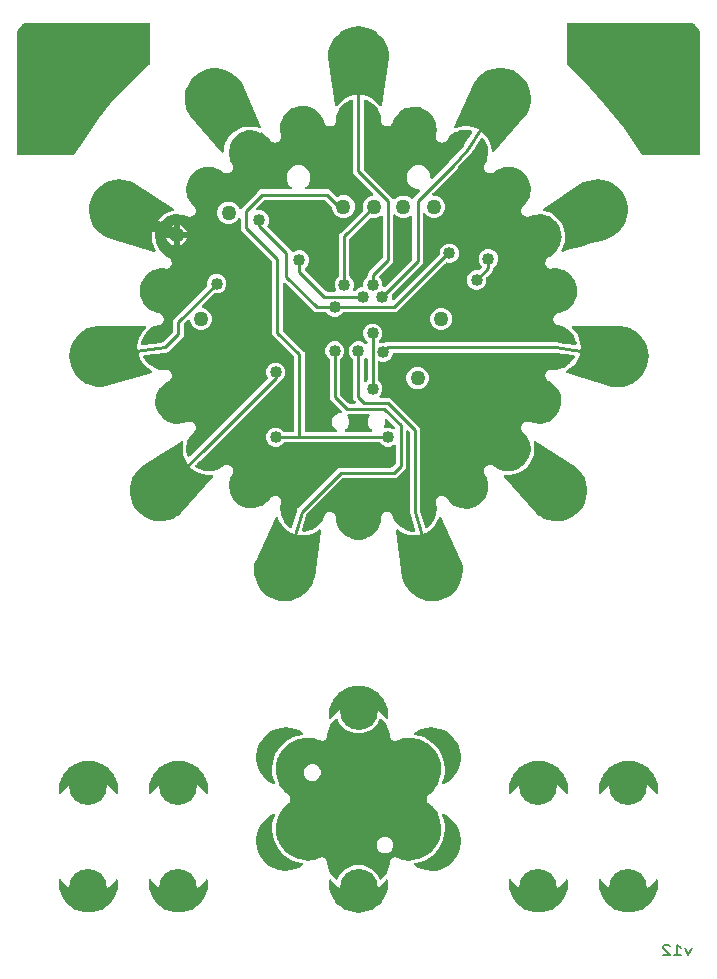
<source format=gbr>
G04 EAGLE Gerber RS-274X export*
G75*
%MOMM*%
%FSLAX34Y34*%
%LPD*%
%INBottom Copper*%
%IPPOS*%
%AMOC8*
5,1,8,0,0,1.08239X$1,22.5*%
G01*
%ADD10C,0.152400*%
%ADD11C,3.216000*%
%ADD12C,4.064000*%
%ADD13C,1.270000*%
%ADD14C,1.000000*%
%ADD15C,0.203200*%
%ADD16C,1.016000*%
%ADD17C,0.254000*%

G36*
X247481Y369286D02*
X247481Y369286D01*
X247551Y369288D01*
X247636Y369313D01*
X247724Y369328D01*
X247789Y369358D01*
X247857Y369377D01*
X247933Y369423D01*
X248014Y369459D01*
X248069Y369503D01*
X248130Y369539D01*
X248193Y369602D01*
X248263Y369658D01*
X248305Y369714D01*
X248355Y369764D01*
X248400Y369841D01*
X248454Y369912D01*
X248481Y369977D01*
X248517Y370038D01*
X248571Y370189D01*
X252432Y383540D01*
X252448Y383637D01*
X252472Y383732D01*
X252479Y383834D01*
X252482Y383854D01*
X252481Y383866D01*
X252482Y383893D01*
X252482Y384890D01*
X252730Y385138D01*
X252779Y385201D01*
X252836Y385257D01*
X252876Y385326D01*
X252925Y385389D01*
X252957Y385462D01*
X252997Y385531D01*
X253051Y385679D01*
X253051Y385681D01*
X253052Y385683D01*
X253149Y386019D01*
X254022Y386501D01*
X254102Y386558D01*
X254186Y386608D01*
X254263Y386676D01*
X254279Y386688D01*
X254287Y386697D01*
X254307Y386715D01*
X285111Y417518D01*
X288012Y420420D01*
X332485Y420420D01*
X332584Y420432D01*
X332683Y420435D01*
X332741Y420452D01*
X332801Y420460D01*
X332893Y420496D01*
X332988Y420524D01*
X333040Y420554D01*
X333097Y420577D01*
X333177Y420635D01*
X333262Y420685D01*
X333337Y420751D01*
X333354Y420763D01*
X333362Y420773D01*
X333383Y420791D01*
X336110Y423518D01*
X336170Y423596D01*
X336238Y423669D01*
X336267Y423722D01*
X336305Y423769D01*
X336344Y423860D01*
X336392Y423947D01*
X336407Y424006D01*
X336431Y424061D01*
X336446Y424159D01*
X336471Y424255D01*
X336478Y424355D01*
X336481Y424375D01*
X336480Y424388D01*
X336481Y424416D01*
X336482Y438222D01*
X336464Y438360D01*
X336451Y438498D01*
X336444Y438517D01*
X336442Y438537D01*
X336391Y438666D01*
X336344Y438798D01*
X336332Y438814D01*
X336325Y438833D01*
X336243Y438945D01*
X336165Y439061D01*
X336150Y439074D01*
X336138Y439090D01*
X336031Y439179D01*
X335926Y439271D01*
X335909Y439280D01*
X335893Y439293D01*
X335767Y439352D01*
X335643Y439416D01*
X335624Y439420D01*
X335605Y439429D01*
X335469Y439455D01*
X335333Y439485D01*
X335313Y439485D01*
X335293Y439488D01*
X335155Y439480D01*
X335015Y439476D01*
X334996Y439470D01*
X334976Y439469D01*
X334843Y439426D01*
X334710Y439387D01*
X334692Y439377D01*
X334673Y439371D01*
X334555Y439296D01*
X334436Y439225D01*
X334429Y439219D01*
X331418Y437972D01*
X328184Y437972D01*
X325196Y439210D01*
X322996Y441411D01*
X322917Y441471D01*
X322845Y441539D01*
X322792Y441568D01*
X322744Y441605D01*
X322653Y441645D01*
X322567Y441693D01*
X322508Y441708D01*
X322453Y441732D01*
X322355Y441747D01*
X322259Y441772D01*
X322159Y441778D01*
X322138Y441782D01*
X322126Y441780D01*
X322098Y441782D01*
X257115Y441782D01*
X257114Y441782D01*
X254694Y441782D01*
X252489Y441782D01*
X252486Y441782D01*
X242502Y441783D01*
X242404Y441770D01*
X242305Y441767D01*
X242247Y441751D01*
X242187Y441743D01*
X242095Y441707D01*
X242000Y441679D01*
X241948Y441648D01*
X241891Y441626D01*
X241811Y441568D01*
X241726Y441518D01*
X241650Y441451D01*
X241634Y441439D01*
X241626Y441430D01*
X241605Y441411D01*
X239405Y439211D01*
X236417Y437973D01*
X233183Y437973D01*
X230195Y439211D01*
X227909Y441497D01*
X226671Y444485D01*
X226671Y447719D01*
X227909Y450707D01*
X230195Y452993D01*
X233183Y454231D01*
X236417Y454231D01*
X239405Y452993D01*
X241606Y450792D01*
X241684Y450731D01*
X241756Y450664D01*
X241809Y450634D01*
X241857Y450597D01*
X241948Y450558D01*
X242034Y450510D01*
X242093Y450495D01*
X242149Y450471D01*
X242247Y450455D01*
X242342Y450431D01*
X242443Y450424D01*
X242463Y450421D01*
X242475Y450422D01*
X242503Y450420D01*
X249213Y450420D01*
X249331Y450435D01*
X249450Y450442D01*
X249488Y450455D01*
X249528Y450460D01*
X249639Y450504D01*
X249752Y450540D01*
X249787Y450562D01*
X249824Y450577D01*
X249921Y450647D01*
X250021Y450711D01*
X250049Y450740D01*
X250081Y450764D01*
X250157Y450855D01*
X250239Y450942D01*
X250259Y450978D01*
X250284Y451009D01*
X250335Y451116D01*
X250393Y451221D01*
X250403Y451260D01*
X250420Y451296D01*
X250442Y451413D01*
X250472Y451529D01*
X250476Y451589D01*
X250480Y451609D01*
X250478Y451629D01*
X250482Y451689D01*
X250481Y513786D01*
X250469Y513885D01*
X250466Y513984D01*
X250449Y514042D01*
X250441Y514102D01*
X250405Y514194D01*
X250378Y514289D01*
X250347Y514341D01*
X250324Y514398D01*
X250266Y514478D01*
X250216Y514563D01*
X250150Y514638D01*
X250138Y514655D01*
X250128Y514663D01*
X250110Y514684D01*
X234803Y529991D01*
X231901Y532892D01*
X231901Y594585D01*
X231889Y594684D01*
X231886Y594783D01*
X231869Y594841D01*
X231861Y594901D01*
X231825Y594993D01*
X231797Y595088D01*
X231767Y595140D01*
X231744Y595197D01*
X231686Y595277D01*
X231636Y595362D01*
X231570Y595437D01*
X231558Y595454D01*
X231548Y595462D01*
X231530Y595483D01*
X205231Y621781D01*
X205231Y630341D01*
X205223Y630410D01*
X205224Y630480D01*
X205203Y630567D01*
X205191Y630656D01*
X205166Y630721D01*
X205149Y630789D01*
X205107Y630869D01*
X205074Y630952D01*
X205033Y631009D01*
X205001Y631070D01*
X204940Y631137D01*
X204888Y631209D01*
X204834Y631254D01*
X204787Y631306D01*
X204712Y631355D01*
X204643Y631412D01*
X204579Y631442D01*
X204521Y631480D01*
X204436Y631510D01*
X204355Y631548D01*
X204286Y631561D01*
X204220Y631584D01*
X204131Y631591D01*
X204043Y631608D01*
X203973Y631603D01*
X203903Y631609D01*
X203815Y631593D01*
X203725Y631588D01*
X203659Y631566D01*
X203590Y631554D01*
X203508Y631517D01*
X203423Y631490D01*
X203364Y631452D01*
X203300Y631424D01*
X203230Y631368D01*
X203154Y631320D01*
X203106Y631269D01*
X203052Y631225D01*
X202998Y631154D01*
X202936Y631088D01*
X202902Y631027D01*
X202860Y630971D01*
X202789Y630827D01*
X202769Y630777D01*
X200125Y628133D01*
X196671Y626702D01*
X192931Y626702D01*
X189477Y628133D01*
X186833Y630777D01*
X185402Y634231D01*
X185402Y637971D01*
X186833Y641425D01*
X189477Y644069D01*
X192931Y645500D01*
X196671Y645500D01*
X200125Y644069D01*
X202769Y641425D01*
X203377Y639957D01*
X203402Y639913D01*
X203418Y639867D01*
X203480Y639776D01*
X203535Y639680D01*
X203569Y639645D01*
X203597Y639604D01*
X203680Y639531D01*
X203756Y639452D01*
X203798Y639426D01*
X203836Y639393D01*
X203933Y639343D01*
X204027Y639286D01*
X204075Y639271D01*
X204119Y639248D01*
X204226Y639224D01*
X204331Y639192D01*
X204381Y639190D01*
X204429Y639179D01*
X204539Y639182D01*
X204649Y639177D01*
X204697Y639187D01*
X204747Y639188D01*
X204852Y639219D01*
X204960Y639241D01*
X205005Y639263D01*
X205052Y639277D01*
X205147Y639333D01*
X205246Y639381D01*
X205284Y639413D01*
X205326Y639438D01*
X205447Y639545D01*
X218830Y652927D01*
X221731Y655829D01*
X246998Y655829D01*
X247135Y655846D01*
X247274Y655859D01*
X247293Y655866D01*
X247314Y655869D01*
X247442Y655920D01*
X247574Y655967D01*
X247590Y655978D01*
X247609Y655986D01*
X247722Y656067D01*
X247837Y656145D01*
X247850Y656161D01*
X247867Y656172D01*
X247955Y656280D01*
X248047Y656384D01*
X248056Y656402D01*
X248069Y656417D01*
X248129Y656543D01*
X248192Y656667D01*
X248196Y656687D01*
X248205Y656705D01*
X248231Y656841D01*
X248261Y656977D01*
X248261Y656998D01*
X248265Y657017D01*
X248256Y657156D01*
X248252Y657295D01*
X248246Y657315D01*
X248245Y657335D01*
X248202Y657467D01*
X248163Y657601D01*
X248153Y657618D01*
X248147Y657637D01*
X248072Y657755D01*
X248002Y657875D01*
X247983Y657896D01*
X247977Y657906D01*
X247962Y657920D01*
X247895Y657995D01*
X245481Y660410D01*
X243951Y664103D01*
X243951Y668101D01*
X245481Y671794D01*
X248308Y674621D01*
X252001Y676151D01*
X255999Y676151D01*
X259692Y674621D01*
X262519Y671794D01*
X264049Y668101D01*
X264049Y664103D01*
X262519Y660410D01*
X260105Y657995D01*
X260019Y657886D01*
X259931Y657779D01*
X259922Y657760D01*
X259910Y657744D01*
X259854Y657616D01*
X259795Y657491D01*
X259791Y657471D01*
X259783Y657452D01*
X259761Y657314D01*
X259735Y657178D01*
X259737Y657158D01*
X259733Y657138D01*
X259746Y656999D01*
X259755Y656861D01*
X259761Y656842D01*
X259763Y656822D01*
X259810Y656690D01*
X259853Y656559D01*
X259864Y656541D01*
X259871Y656522D01*
X259949Y656407D01*
X260023Y656290D01*
X260038Y656276D01*
X260049Y656259D01*
X260154Y656167D01*
X260255Y656072D01*
X260273Y656062D01*
X260288Y656049D01*
X260412Y655985D01*
X260533Y655918D01*
X260553Y655913D01*
X260571Y655904D01*
X260707Y655874D01*
X260841Y655839D01*
X260869Y655837D01*
X260881Y655834D01*
X260902Y655835D01*
X261002Y655829D01*
X279919Y655829D01*
X285931Y649816D01*
X285955Y649798D01*
X285974Y649776D01*
X286080Y649701D01*
X286183Y649621D01*
X286210Y649609D01*
X286234Y649592D01*
X286355Y649546D01*
X286475Y649495D01*
X286504Y649490D01*
X286531Y649480D01*
X286660Y649465D01*
X286789Y649445D01*
X286818Y649448D01*
X286847Y649444D01*
X286976Y649463D01*
X287105Y649475D01*
X287133Y649485D01*
X287162Y649489D01*
X287315Y649541D01*
X290230Y650749D01*
X293970Y650749D01*
X297424Y649318D01*
X300068Y646674D01*
X301499Y643220D01*
X301499Y639480D01*
X300068Y636026D01*
X297424Y633382D01*
X293970Y631951D01*
X290230Y631951D01*
X286776Y633382D01*
X284132Y636026D01*
X282701Y639480D01*
X282701Y640305D01*
X282689Y640404D01*
X282686Y640503D01*
X282669Y640561D01*
X282661Y640621D01*
X282625Y640713D01*
X282597Y640808D01*
X282567Y640860D01*
X282544Y640917D01*
X282486Y640997D01*
X282436Y641082D01*
X282370Y641157D01*
X282358Y641174D01*
X282348Y641182D01*
X282330Y641203D01*
X276713Y646820D01*
X276635Y646880D01*
X276562Y646948D01*
X276509Y646977D01*
X276462Y647014D01*
X276371Y647054D01*
X276284Y647102D01*
X276225Y647117D01*
X276170Y647141D01*
X276072Y647156D01*
X275976Y647181D01*
X275876Y647187D01*
X275856Y647191D01*
X275843Y647189D01*
X275815Y647191D01*
X225835Y647191D01*
X225736Y647179D01*
X225637Y647176D01*
X225579Y647159D01*
X225519Y647151D01*
X225427Y647115D01*
X225332Y647087D01*
X225280Y647057D01*
X225223Y647034D01*
X225143Y646976D01*
X225058Y646926D01*
X224983Y646860D01*
X224966Y646848D01*
X224958Y646838D01*
X224937Y646820D01*
X218333Y640215D01*
X218248Y640106D01*
X218159Y639999D01*
X218151Y639980D01*
X218138Y639964D01*
X218083Y639836D01*
X218024Y639711D01*
X218020Y639691D01*
X218012Y639672D01*
X217990Y639534D01*
X217964Y639398D01*
X217965Y639378D01*
X217962Y639358D01*
X217975Y639219D01*
X217984Y639081D01*
X217990Y639062D01*
X217992Y639042D01*
X218039Y638910D01*
X218082Y638779D01*
X218092Y638761D01*
X218099Y638742D01*
X218177Y638627D01*
X218252Y638510D01*
X218267Y638496D01*
X218278Y638479D01*
X218382Y638387D01*
X218483Y638292D01*
X218501Y638282D01*
X218516Y638269D01*
X218640Y638205D01*
X218762Y638138D01*
X218782Y638133D01*
X218800Y638124D01*
X218935Y638094D01*
X219070Y638059D01*
X219098Y638057D01*
X219110Y638054D01*
X219130Y638055D01*
X219231Y638049D01*
X222597Y638049D01*
X225585Y636811D01*
X227871Y634525D01*
X229109Y631537D01*
X229109Y628303D01*
X227827Y625209D01*
X227819Y625180D01*
X227806Y625154D01*
X227777Y625027D01*
X227743Y624902D01*
X227743Y624872D01*
X227736Y624844D01*
X227740Y624714D01*
X227738Y624584D01*
X227745Y624555D01*
X227746Y624526D01*
X227782Y624401D01*
X227812Y624275D01*
X227826Y624249D01*
X227834Y624220D01*
X227900Y624109D01*
X227961Y623994D01*
X227981Y623972D01*
X227996Y623946D01*
X228102Y623825D01*
X248191Y603736D01*
X248196Y603723D01*
X248199Y603703D01*
X248250Y603574D01*
X248297Y603443D01*
X248308Y603426D01*
X248316Y603408D01*
X248397Y603295D01*
X248476Y603180D01*
X248491Y603166D01*
X248502Y603150D01*
X248610Y603061D01*
X248714Y602969D01*
X248732Y602960D01*
X248747Y602947D01*
X248873Y602888D01*
X248997Y602825D01*
X249017Y602820D01*
X249035Y602812D01*
X249171Y602786D01*
X249308Y602755D01*
X249328Y602756D01*
X249347Y602752D01*
X249486Y602761D01*
X249626Y602765D01*
X249645Y602771D01*
X249665Y602772D01*
X249797Y602815D01*
X249931Y602853D01*
X249948Y602864D01*
X249967Y602870D01*
X250085Y602944D01*
X250095Y602950D01*
X253184Y604230D01*
X256418Y604230D01*
X259406Y602992D01*
X261692Y600706D01*
X262930Y597718D01*
X262930Y594484D01*
X261692Y591496D01*
X259500Y589304D01*
X259427Y589210D01*
X259348Y589121D01*
X259330Y589085D01*
X259305Y589053D01*
X259258Y588944D01*
X259204Y588838D01*
X259195Y588799D01*
X259179Y588761D01*
X259160Y588643D01*
X259134Y588528D01*
X259135Y588487D01*
X259129Y588447D01*
X259140Y588329D01*
X259144Y588210D01*
X259155Y588171D01*
X259159Y588131D01*
X259199Y588019D01*
X259232Y587904D01*
X259253Y587869D01*
X259267Y587831D01*
X259333Y587733D01*
X259394Y587630D01*
X259434Y587585D01*
X259445Y587568D01*
X259460Y587555D01*
X259500Y587509D01*
X277218Y569792D01*
X277296Y569732D01*
X277368Y569664D01*
X277422Y569635D01*
X277469Y569597D01*
X277560Y569558D01*
X277647Y569510D01*
X277706Y569495D01*
X277761Y569471D01*
X277859Y569456D01*
X277955Y569431D01*
X278055Y569424D01*
X278075Y569421D01*
X278088Y569422D01*
X278116Y569421D01*
X284456Y569420D01*
X284505Y569427D01*
X284555Y569424D01*
X284662Y569447D01*
X284771Y569460D01*
X284818Y569479D01*
X284866Y569489D01*
X284965Y569537D01*
X285067Y569577D01*
X285107Y569606D01*
X285152Y569628D01*
X285236Y569700D01*
X285324Y569764D01*
X285356Y569802D01*
X285394Y569835D01*
X285457Y569925D01*
X285527Y570009D01*
X285548Y570054D01*
X285577Y570095D01*
X285616Y570197D01*
X285663Y570297D01*
X285672Y570346D01*
X285690Y570392D01*
X285702Y570501D01*
X285723Y570609D01*
X285720Y570659D01*
X285725Y570708D01*
X285710Y570817D01*
X285703Y570927D01*
X285688Y570974D01*
X285681Y571023D01*
X285629Y571175D01*
X284672Y573484D01*
X284672Y576718D01*
X285910Y579706D01*
X288110Y581906D01*
X288171Y581985D01*
X288239Y582057D01*
X288268Y582109D01*
X288305Y582157D01*
X288345Y582248D01*
X288392Y582335D01*
X288408Y582394D01*
X288432Y582449D01*
X288447Y582547D01*
X288472Y582643D01*
X288478Y582743D01*
X288481Y582763D01*
X288480Y582776D01*
X288482Y582804D01*
X288481Y613787D01*
X288481Y613788D01*
X288481Y615968D01*
X288481Y617891D01*
X289878Y619287D01*
X291382Y620792D01*
X291383Y620792D01*
X308218Y637627D01*
X308236Y637650D01*
X308258Y637669D01*
X308333Y637775D01*
X308413Y637878D01*
X308425Y637905D01*
X308442Y637929D01*
X308488Y638051D01*
X308539Y638170D01*
X308544Y638199D01*
X308554Y638227D01*
X308569Y638356D01*
X308589Y638484D01*
X308586Y638513D01*
X308590Y638543D01*
X308571Y638671D01*
X308559Y638801D01*
X308549Y638828D01*
X308545Y638858D01*
X308493Y639010D01*
X308401Y639231D01*
X308401Y642971D01*
X309832Y646425D01*
X312476Y649069D01*
X315930Y650500D01*
X316229Y650500D01*
X316367Y650517D01*
X316506Y650530D01*
X316525Y650537D01*
X316545Y650540D01*
X316674Y650591D01*
X316805Y650638D01*
X316822Y650649D01*
X316841Y650657D01*
X316953Y650738D01*
X317068Y650816D01*
X317082Y650832D01*
X317098Y650843D01*
X317187Y650951D01*
X317279Y651055D01*
X317288Y651073D01*
X317301Y651088D01*
X317360Y651214D01*
X317423Y651338D01*
X317428Y651358D01*
X317436Y651376D01*
X317462Y651512D01*
X317493Y651648D01*
X317492Y651669D01*
X317496Y651688D01*
X317487Y651827D01*
X317483Y651966D01*
X317478Y651986D01*
X317476Y652006D01*
X317434Y652138D01*
X317395Y652272D01*
X317385Y652289D01*
X317378Y652308D01*
X317304Y652426D01*
X317233Y652546D01*
X317215Y652567D01*
X317208Y652577D01*
X317193Y652591D01*
X317127Y652666D01*
X303383Y666411D01*
X300481Y669312D01*
X300481Y730744D01*
X300472Y730814D01*
X300473Y730884D01*
X300453Y730971D01*
X300441Y731060D01*
X300416Y731125D01*
X300399Y731194D01*
X300357Y731273D01*
X300324Y731355D01*
X300283Y731412D01*
X300250Y731475D01*
X300190Y731541D01*
X300138Y731613D01*
X300083Y731658D01*
X300036Y731710D01*
X299961Y731759D01*
X299893Y731816D01*
X299829Y731846D01*
X299770Y731884D01*
X299685Y731913D01*
X299605Y731951D01*
X299536Y731964D01*
X299469Y731987D01*
X299380Y731994D01*
X299293Y732011D01*
X299222Y732007D01*
X299152Y732012D01*
X298992Y731994D01*
X298952Y731987D01*
X298892Y731969D01*
X298829Y731959D01*
X298677Y731906D01*
X297510Y731412D01*
X297503Y731408D01*
X297375Y731346D01*
X293261Y728995D01*
X293223Y728967D01*
X293181Y728945D01*
X293053Y728847D01*
X292084Y727996D01*
X292077Y727988D01*
X292069Y727982D01*
X291956Y727867D01*
X288475Y723793D01*
X288399Y723678D01*
X288320Y723565D01*
X288307Y723538D01*
X288300Y723527D01*
X288294Y723508D01*
X288253Y723418D01*
X286081Y717694D01*
X286062Y717612D01*
X286033Y717534D01*
X286009Y717392D01*
X286007Y717384D01*
X286007Y717381D01*
X286006Y717375D01*
X285764Y715056D01*
X285764Y715053D01*
X285763Y715050D01*
X285767Y714890D01*
X285769Y714780D01*
X285683Y714025D01*
X285683Y714005D01*
X285674Y713903D01*
X285662Y713199D01*
X285636Y713141D01*
X285606Y713038D01*
X285568Y712938D01*
X285553Y712857D01*
X285547Y712836D01*
X285546Y712819D01*
X285539Y712779D01*
X285532Y712716D01*
X285190Y712101D01*
X285183Y712083D01*
X285136Y711991D01*
X284855Y711346D01*
X284809Y711302D01*
X284742Y711218D01*
X284668Y711141D01*
X284623Y711071D01*
X284610Y711054D01*
X284603Y711039D01*
X284581Y711005D01*
X284550Y710949D01*
X283999Y710512D01*
X283985Y710498D01*
X283907Y710431D01*
X283400Y709943D01*
X283341Y709920D01*
X283247Y709868D01*
X283149Y709824D01*
X283081Y709777D01*
X283062Y709767D01*
X283050Y709756D01*
X283016Y709732D01*
X282967Y709693D01*
X282290Y709500D01*
X282272Y709492D01*
X282174Y709461D01*
X281519Y709203D01*
X281456Y709204D01*
X281349Y709193D01*
X281241Y709190D01*
X281161Y709172D01*
X281139Y709170D01*
X281124Y709164D01*
X281084Y709156D01*
X281023Y709138D01*
X280324Y709218D01*
X280304Y709218D01*
X280202Y709227D01*
X279498Y709239D01*
X279440Y709265D01*
X279337Y709295D01*
X279237Y709333D01*
X279156Y709348D01*
X279135Y709354D01*
X279118Y709355D01*
X279078Y709362D01*
X279015Y709369D01*
X278400Y709711D01*
X278382Y709718D01*
X278290Y709765D01*
X277645Y710046D01*
X277601Y710092D01*
X277517Y710159D01*
X277440Y710233D01*
X277370Y710278D01*
X277353Y710291D01*
X277338Y710298D01*
X277304Y710320D01*
X277248Y710351D01*
X276811Y710902D01*
X276797Y710916D01*
X276730Y710994D01*
X276242Y711501D01*
X276219Y711560D01*
X276167Y711654D01*
X276123Y711752D01*
X276076Y711820D01*
X276066Y711839D01*
X276055Y711851D01*
X276031Y711885D01*
X275992Y711934D01*
X275799Y712611D01*
X275791Y712629D01*
X275759Y712727D01*
X275478Y713443D01*
X275466Y713554D01*
X275465Y713556D01*
X275465Y713558D01*
X275464Y713561D01*
X275420Y713708D01*
X274701Y715634D01*
X274669Y715696D01*
X274646Y715761D01*
X274564Y715900D01*
X271430Y720544D01*
X271352Y720634D01*
X271279Y720729D01*
X271234Y720768D01*
X271221Y720783D01*
X271204Y720795D01*
X271158Y720835D01*
X266738Y724277D01*
X266635Y724338D01*
X266536Y724405D01*
X266482Y724429D01*
X266465Y724439D01*
X266445Y724445D01*
X266389Y724469D01*
X261119Y726369D01*
X261002Y726396D01*
X260887Y726429D01*
X260828Y726434D01*
X260808Y726439D01*
X260788Y726438D01*
X260727Y726444D01*
X255127Y726614D01*
X255008Y726603D01*
X254889Y726599D01*
X254831Y726586D01*
X254811Y726584D01*
X254792Y726577D01*
X254732Y726564D01*
X252746Y725982D01*
X252739Y725979D01*
X252725Y725975D01*
X249168Y724867D01*
X249068Y724822D01*
X248966Y724785D01*
X248898Y724744D01*
X248878Y724735D01*
X248865Y724724D01*
X248828Y724702D01*
X244374Y721651D01*
X244285Y721571D01*
X244191Y721498D01*
X244152Y721453D01*
X244137Y721440D01*
X244125Y721423D01*
X244085Y721377D01*
X240674Y716932D01*
X240614Y716829D01*
X240547Y716730D01*
X240524Y716675D01*
X240514Y716658D01*
X240508Y716638D01*
X240484Y716582D01*
X238621Y711298D01*
X238596Y711182D01*
X238563Y711067D01*
X238558Y711007D01*
X238554Y710988D01*
X238555Y710967D01*
X238550Y710906D01*
X238418Y705306D01*
X238425Y705236D01*
X238423Y705167D01*
X238447Y705007D01*
X238880Y703006D01*
X238941Y702833D01*
X238974Y702739D01*
X239124Y701994D01*
X239130Y701974D01*
X239153Y701878D01*
X239358Y701197D01*
X239352Y701141D01*
X239355Y701032D01*
X239349Y700924D01*
X239359Y700845D01*
X239360Y700823D01*
X239364Y700807D01*
X239370Y700764D01*
X239381Y700709D01*
X239244Y700011D01*
X239242Y699991D01*
X239226Y699893D01*
X239155Y699185D01*
X239128Y699136D01*
X239089Y699035D01*
X239042Y698937D01*
X239022Y698860D01*
X239014Y698840D01*
X239012Y698823D01*
X239001Y698781D01*
X238990Y698726D01*
X238596Y698134D01*
X238587Y698116D01*
X238534Y698032D01*
X238198Y697405D01*
X238154Y697370D01*
X238079Y697291D01*
X237998Y697218D01*
X237950Y697155D01*
X237935Y697139D01*
X237927Y697125D01*
X237901Y697090D01*
X237870Y697044D01*
X237279Y696648D01*
X237264Y696634D01*
X237183Y696577D01*
X236632Y696127D01*
X236579Y696111D01*
X236479Y696066D01*
X236376Y696030D01*
X236308Y695990D01*
X236288Y695982D01*
X236275Y695971D01*
X236237Y695949D01*
X236191Y695918D01*
X235494Y695778D01*
X235474Y695772D01*
X235378Y695749D01*
X234696Y695544D01*
X234641Y695550D01*
X234532Y695547D01*
X234424Y695553D01*
X234345Y695543D01*
X234323Y695542D01*
X234307Y695538D01*
X234264Y695532D01*
X234209Y695521D01*
X233511Y695658D01*
X233491Y695660D01*
X233393Y695676D01*
X232685Y695747D01*
X232636Y695774D01*
X232535Y695813D01*
X232437Y695860D01*
X232360Y695880D01*
X232340Y695888D01*
X232323Y695890D01*
X232281Y695901D01*
X232226Y695912D01*
X231634Y696306D01*
X231616Y696315D01*
X231532Y696368D01*
X230905Y696704D01*
X230870Y696748D01*
X230791Y696823D01*
X230718Y696904D01*
X230655Y696952D01*
X230639Y696967D01*
X230625Y696975D01*
X230590Y697001D01*
X230544Y697032D01*
X230148Y697623D01*
X230134Y697638D01*
X230077Y697719D01*
X229578Y698330D01*
X229545Y698404D01*
X229542Y698408D01*
X229540Y698411D01*
X229448Y698543D01*
X227995Y700351D01*
X227935Y700409D01*
X227882Y700474D01*
X227772Y700567D01*
X227766Y700572D01*
X227764Y700574D01*
X227759Y700578D01*
X223224Y703923D01*
X223097Y703995D01*
X222971Y704068D01*
X222958Y704072D01*
X222947Y704079D01*
X222806Y704116D01*
X222665Y704156D01*
X222652Y704157D01*
X222639Y704160D01*
X222494Y704161D01*
X222347Y704165D01*
X222334Y704162D01*
X222321Y704162D01*
X222180Y704127D01*
X222037Y704095D01*
X222021Y704088D01*
X222013Y704086D01*
X221998Y704078D01*
X221890Y704030D01*
X221823Y703996D01*
X221821Y703996D01*
X221795Y703992D01*
X220246Y704581D01*
X220228Y704586D01*
X220182Y704604D01*
X217194Y705560D01*
X217173Y705564D01*
X217154Y705573D01*
X216996Y705607D01*
X214176Y706032D01*
X214155Y706033D01*
X214134Y706038D01*
X213974Y706046D01*
X212994Y706036D01*
X212978Y706034D01*
X212939Y706035D01*
X210386Y705898D01*
X210376Y705896D01*
X210238Y705882D01*
X209756Y705799D01*
X209695Y705780D01*
X209632Y705771D01*
X209480Y705718D01*
X204000Y703414D01*
X203881Y703346D01*
X203759Y703281D01*
X203736Y703262D01*
X203725Y703255D01*
X203710Y703241D01*
X203634Y703180D01*
X199130Y699047D01*
X199041Y698942D01*
X198949Y698839D01*
X198933Y698814D01*
X198925Y698804D01*
X198916Y698785D01*
X198865Y698702D01*
X196022Y693291D01*
X195973Y693161D01*
X195921Y693034D01*
X195915Y693005D01*
X195910Y692993D01*
X195908Y692972D01*
X195888Y692877D01*
X195040Y686823D01*
X195039Y686775D01*
X195030Y686729D01*
X195036Y686640D01*
X195031Y686548D01*
X195035Y686518D01*
X195035Y686505D01*
X195040Y686485D01*
X195049Y686422D01*
X195050Y686412D01*
X195051Y686407D01*
X195054Y686388D01*
X196300Y680404D01*
X196327Y680325D01*
X196344Y680243D01*
X196400Y680111D01*
X196403Y680103D01*
X196405Y680101D01*
X196407Y680095D01*
X197412Y678084D01*
X197416Y678078D01*
X197423Y678064D01*
X197902Y677146D01*
X197915Y677129D01*
X197945Y677071D01*
X198367Y676382D01*
X198391Y676302D01*
X198419Y676180D01*
X198439Y676135D01*
X198444Y676117D01*
X198455Y676099D01*
X198470Y676064D01*
X198541Y675268D01*
X198546Y675247D01*
X198552Y675182D01*
X198678Y674384D01*
X198669Y674301D01*
X198649Y674178D01*
X198650Y674128D01*
X198648Y674110D01*
X198651Y674089D01*
X198652Y674051D01*
X198413Y673288D01*
X198409Y673267D01*
X198390Y673204D01*
X198201Y672419D01*
X198161Y672346D01*
X198095Y672239D01*
X198077Y672193D01*
X198068Y672177D01*
X198063Y672156D01*
X198049Y672121D01*
X197536Y671507D01*
X197525Y671490D01*
X197483Y671439D01*
X197008Y670786D01*
X196943Y670734D01*
X196841Y670661D01*
X196807Y670625D01*
X196793Y670613D01*
X196780Y670596D01*
X196754Y670569D01*
X196045Y670198D01*
X196028Y670187D01*
X195970Y670156D01*
X195281Y669734D01*
X195201Y669710D01*
X195079Y669682D01*
X195034Y669662D01*
X195016Y669657D01*
X194998Y669646D01*
X194963Y669631D01*
X194167Y669560D01*
X194146Y669555D01*
X194081Y669549D01*
X193283Y669423D01*
X193200Y669432D01*
X193077Y669452D01*
X193027Y669451D01*
X193009Y669453D01*
X192988Y669450D01*
X192950Y669449D01*
X192187Y669688D01*
X192166Y669692D01*
X192103Y669711D01*
X191318Y669900D01*
X191245Y669940D01*
X191138Y670006D01*
X191092Y670024D01*
X191076Y670033D01*
X191055Y670038D01*
X191020Y670052D01*
X190407Y670565D01*
X190389Y670576D01*
X190338Y670618D01*
X189508Y671221D01*
X189502Y671225D01*
X189489Y671235D01*
X187630Y672535D01*
X187556Y672574D01*
X187487Y672621D01*
X187356Y672679D01*
X187348Y672683D01*
X187345Y672684D01*
X187339Y672686D01*
X181578Y674797D01*
X181443Y674828D01*
X181309Y674864D01*
X181280Y674866D01*
X181268Y674869D01*
X181247Y674868D01*
X181149Y674875D01*
X175013Y674912D01*
X174875Y674895D01*
X174738Y674883D01*
X174709Y674875D01*
X174697Y674874D01*
X174678Y674866D01*
X174583Y674840D01*
X168796Y672798D01*
X168672Y672736D01*
X168547Y672678D01*
X168523Y672661D01*
X168512Y672655D01*
X168496Y672642D01*
X168416Y672584D01*
X163662Y668705D01*
X163566Y668605D01*
X163468Y668508D01*
X163451Y668484D01*
X163443Y668475D01*
X163432Y668456D01*
X163376Y668375D01*
X160215Y663116D01*
X160160Y662989D01*
X160100Y662865D01*
X160092Y662837D01*
X160087Y662825D01*
X160084Y662804D01*
X160058Y662709D01*
X158864Y656690D01*
X158854Y656553D01*
X158840Y656415D01*
X158842Y656386D01*
X158841Y656373D01*
X158845Y656353D01*
X158854Y656255D01*
X159766Y650187D01*
X159804Y650054D01*
X159837Y649919D01*
X159849Y649893D01*
X159853Y649881D01*
X159863Y649863D01*
X159904Y649773D01*
X162817Y644372D01*
X162865Y644304D01*
X162906Y644230D01*
X162996Y644120D01*
X163001Y644113D01*
X163004Y644111D01*
X163008Y644106D01*
X164590Y642419D01*
X164597Y642414D01*
X164602Y642407D01*
X164719Y642313D01*
X164750Y642287D01*
X165322Y641675D01*
X165338Y641661D01*
X165402Y641596D01*
X165946Y641109D01*
X165961Y641076D01*
X166022Y640981D01*
X166076Y640882D01*
X166122Y640826D01*
X166134Y640808D01*
X166147Y640796D01*
X166179Y640758D01*
X166204Y640731D01*
X166460Y640048D01*
X166470Y640029D01*
X166504Y639945D01*
X166819Y639286D01*
X166821Y639250D01*
X166841Y639139D01*
X166853Y639027D01*
X166874Y638958D01*
X166878Y638937D01*
X166886Y638920D01*
X166900Y638873D01*
X166913Y638839D01*
X166888Y638109D01*
X166890Y638087D01*
X166889Y637997D01*
X166929Y637268D01*
X166917Y637233D01*
X166893Y637124D01*
X166861Y637015D01*
X166854Y636943D01*
X166850Y636922D01*
X166851Y636904D01*
X166846Y636855D01*
X166844Y636818D01*
X166542Y636154D01*
X166536Y636133D01*
X166501Y636050D01*
X166258Y635361D01*
X166234Y635334D01*
X166170Y635241D01*
X166099Y635154D01*
X166065Y635090D01*
X166053Y635072D01*
X166046Y635055D01*
X166023Y635012D01*
X166008Y634978D01*
X165475Y634480D01*
X165461Y634464D01*
X165396Y634400D01*
X164909Y633856D01*
X164876Y633841D01*
X164781Y633780D01*
X164682Y633726D01*
X164626Y633680D01*
X164608Y633668D01*
X164596Y633655D01*
X164558Y633623D01*
X164531Y633598D01*
X163848Y633342D01*
X163829Y633332D01*
X163745Y633298D01*
X163086Y632983D01*
X163050Y632981D01*
X162939Y632961D01*
X162827Y632949D01*
X162758Y632928D01*
X162737Y632924D01*
X162720Y632916D01*
X162673Y632902D01*
X162639Y632889D01*
X161909Y632914D01*
X161887Y632912D01*
X161797Y632913D01*
X161068Y632873D01*
X161033Y632885D01*
X160924Y632909D01*
X160815Y632941D01*
X160743Y632948D01*
X160722Y632952D01*
X160704Y632951D01*
X160655Y632956D01*
X160618Y632958D01*
X159954Y633260D01*
X159933Y633266D01*
X159850Y633301D01*
X159078Y633573D01*
X159038Y633601D01*
X159030Y633604D01*
X159023Y633609D01*
X158875Y633672D01*
X156668Y634451D01*
X156585Y634470D01*
X156504Y634497D01*
X156367Y634517D01*
X156357Y634519D01*
X156353Y634519D01*
X156345Y634520D01*
X150176Y635005D01*
X150036Y634998D01*
X149896Y634996D01*
X149870Y634990D01*
X149859Y634990D01*
X149839Y634984D01*
X149738Y634963D01*
X143775Y633314D01*
X143646Y633260D01*
X143515Y633209D01*
X143492Y633196D01*
X143481Y633191D01*
X143466Y633179D01*
X143378Y633125D01*
X138335Y629539D01*
X138231Y629444D01*
X138126Y629353D01*
X138109Y629332D01*
X138101Y629324D01*
X138090Y629307D01*
X138026Y629226D01*
X134866Y624653D01*
X134850Y624622D01*
X134829Y624594D01*
X134753Y624452D01*
X134223Y623273D01*
X134215Y623249D01*
X134203Y623227D01*
X134152Y623074D01*
X132757Y617751D01*
X132739Y617612D01*
X132717Y617473D01*
X132718Y617447D01*
X132716Y617435D01*
X132718Y617416D01*
X132721Y617312D01*
X133289Y611151D01*
X133320Y611015D01*
X133346Y610877D01*
X133356Y610852D01*
X133358Y610841D01*
X133367Y610823D01*
X133405Y610727D01*
X136041Y605129D01*
X136116Y605012D01*
X136188Y604890D01*
X136206Y604871D01*
X136212Y604861D01*
X136226Y604847D01*
X136295Y604770D01*
X140683Y600408D01*
X140751Y600356D01*
X140812Y600296D01*
X140927Y600220D01*
X140935Y600214D01*
X140939Y600212D01*
X140946Y600207D01*
X142926Y599071D01*
X142943Y599064D01*
X142949Y599060D01*
X142956Y599056D01*
X142967Y599048D01*
X142977Y599044D01*
X143860Y598557D01*
X143880Y598549D01*
X143939Y598517D01*
X144664Y598181D01*
X144733Y598122D01*
X144824Y598037D01*
X144867Y598009D01*
X144882Y597997D01*
X144901Y597987D01*
X144937Y597964D01*
X145431Y597345D01*
X145447Y597330D01*
X145489Y597278D01*
X146030Y596690D01*
X146072Y596609D01*
X146123Y596496D01*
X146152Y596453D01*
X146161Y596437D01*
X146175Y596421D01*
X146200Y596386D01*
X146419Y595625D01*
X146428Y595605D01*
X146447Y595540D01*
X146722Y594790D01*
X146730Y594699D01*
X146733Y594575D01*
X146744Y594525D01*
X146746Y594506D01*
X146753Y594485D01*
X146762Y594444D01*
X146674Y593657D01*
X146674Y593636D01*
X146667Y593568D01*
X146634Y592770D01*
X146606Y592683D01*
X146562Y592567D01*
X146553Y592516D01*
X146547Y592498D01*
X146546Y592477D01*
X146539Y592435D01*
X146156Y591741D01*
X146148Y591721D01*
X146116Y591662D01*
X145780Y590937D01*
X145721Y590868D01*
X145636Y590777D01*
X145608Y590734D01*
X145596Y590719D01*
X145586Y590700D01*
X145563Y590664D01*
X144944Y590170D01*
X144929Y590154D01*
X144877Y590112D01*
X144289Y589571D01*
X144208Y589529D01*
X144095Y589478D01*
X144052Y589449D01*
X144036Y589440D01*
X144020Y589426D01*
X143985Y589401D01*
X143224Y589182D01*
X143204Y589173D01*
X143139Y589154D01*
X142389Y588879D01*
X142298Y588871D01*
X142174Y588868D01*
X142124Y588857D01*
X142105Y588855D01*
X142084Y588848D01*
X142043Y588839D01*
X141256Y588927D01*
X141235Y588927D01*
X141167Y588934D01*
X140157Y588976D01*
X140101Y588981D01*
X137873Y589039D01*
X137791Y589030D01*
X137709Y589032D01*
X137563Y589008D01*
X137557Y589007D01*
X137555Y589006D01*
X137550Y589005D01*
X131627Y587613D01*
X131616Y587609D01*
X131605Y587607D01*
X131493Y587563D01*
X131370Y587522D01*
X131342Y587506D01*
X131329Y587502D01*
X131317Y587493D01*
X131309Y587490D01*
X131296Y587481D01*
X131229Y587443D01*
X126118Y584142D01*
X126014Y584055D01*
X125906Y583970D01*
X125885Y583946D01*
X125875Y583938D01*
X125862Y583920D01*
X125800Y583849D01*
X122095Y579023D01*
X122026Y578905D01*
X121953Y578790D01*
X121941Y578760D01*
X121934Y578749D01*
X121928Y578728D01*
X121893Y578640D01*
X120024Y572850D01*
X119999Y572716D01*
X119969Y572583D01*
X119968Y572551D01*
X119965Y572538D01*
X119967Y572516D01*
X119963Y572422D01*
X120148Y566340D01*
X120169Y566205D01*
X120185Y566070D01*
X120195Y566039D01*
X120197Y566026D01*
X120205Y566007D01*
X120234Y565916D01*
X122450Y560250D01*
X122515Y560130D01*
X122576Y560008D01*
X122596Y559982D01*
X122602Y559970D01*
X122617Y559955D01*
X122674Y559880D01*
X126665Y555287D01*
X126766Y555196D01*
X126865Y555101D01*
X126892Y555084D01*
X126902Y555075D01*
X126920Y555065D01*
X127000Y555013D01*
X132301Y552027D01*
X132378Y551996D01*
X132450Y551956D01*
X132590Y551910D01*
X132596Y551907D01*
X132598Y551907D01*
X132603Y551905D01*
X134782Y551335D01*
X134796Y551333D01*
X134810Y551328D01*
X134901Y551318D01*
X135810Y551088D01*
X135831Y551085D01*
X135906Y551067D01*
X136659Y550938D01*
X136661Y550936D01*
X136769Y550886D01*
X136873Y550829D01*
X136931Y550810D01*
X136949Y550802D01*
X136969Y550798D01*
X137027Y550779D01*
X137029Y550779D01*
X137641Y550322D01*
X137660Y550311D01*
X137722Y550266D01*
X138368Y549859D01*
X138369Y549857D01*
X138450Y549769D01*
X138524Y549676D01*
X138570Y549637D01*
X138584Y549622D01*
X138601Y549611D01*
X138647Y549571D01*
X138649Y549570D01*
X139040Y548914D01*
X139053Y548897D01*
X139094Y548831D01*
X139534Y548208D01*
X139535Y548205D01*
X139575Y548093D01*
X139609Y547979D01*
X139636Y547925D01*
X139643Y547906D01*
X139655Y547889D01*
X139682Y547836D01*
X139683Y547833D01*
X139793Y547078D01*
X139799Y547057D01*
X139811Y546981D01*
X139980Y546236D01*
X139979Y546234D01*
X139974Y546115D01*
X139961Y545996D01*
X139966Y545936D01*
X139965Y545916D01*
X139969Y545896D01*
X139974Y545836D01*
X139974Y545833D01*
X139787Y545093D01*
X139784Y545072D01*
X139766Y544997D01*
X139637Y544244D01*
X139635Y544242D01*
X139585Y544134D01*
X139528Y544030D01*
X139509Y543972D01*
X139501Y543954D01*
X139497Y543934D01*
X139478Y543876D01*
X139478Y543874D01*
X139021Y543262D01*
X139010Y543243D01*
X138965Y543181D01*
X138621Y542635D01*
X138620Y542635D01*
X138620Y542634D01*
X138558Y542535D01*
X138556Y542534D01*
X138468Y542453D01*
X138375Y542379D01*
X138336Y542333D01*
X138321Y542319D01*
X138310Y542302D01*
X138270Y542256D01*
X138269Y542254D01*
X137613Y541863D01*
X137596Y541850D01*
X137530Y541809D01*
X136907Y541369D01*
X136904Y541368D01*
X136792Y541328D01*
X136678Y541294D01*
X136624Y541267D01*
X136605Y541260D01*
X136588Y541248D01*
X136535Y541221D01*
X136532Y541220D01*
X135777Y541110D01*
X135756Y541104D01*
X135680Y541092D01*
X134819Y540897D01*
X134806Y540897D01*
X134647Y540870D01*
X132398Y540340D01*
X132318Y540310D01*
X132235Y540290D01*
X132110Y540232D01*
X132100Y540229D01*
X132097Y540226D01*
X132088Y540223D01*
X128686Y538394D01*
X128576Y538316D01*
X128463Y538241D01*
X128438Y538218D01*
X128427Y538209D01*
X128413Y538193D01*
X128347Y538129D01*
X128286Y538061D01*
X128248Y538008D01*
X128203Y537961D01*
X128157Y537878D01*
X128103Y537801D01*
X128080Y537740D01*
X128048Y537683D01*
X128041Y537658D01*
X126862Y536492D01*
X126851Y536478D01*
X126815Y536443D01*
X124706Y534121D01*
X124694Y534104D01*
X124678Y534090D01*
X124582Y533961D01*
X123025Y531571D01*
X123016Y531552D01*
X123002Y531535D01*
X122928Y531393D01*
X121772Y528785D01*
X121766Y528765D01*
X121756Y528747D01*
X121705Y528594D01*
X120980Y525836D01*
X120977Y525815D01*
X120969Y525795D01*
X120944Y525636D01*
X120915Y525338D01*
X120918Y525231D01*
X120912Y525125D01*
X120922Y525073D01*
X120924Y525020D01*
X120953Y524918D01*
X120974Y524813D01*
X120997Y524765D01*
X121012Y524715D01*
X121066Y524622D01*
X121112Y524526D01*
X121146Y524486D01*
X121173Y524440D01*
X121248Y524365D01*
X121317Y524283D01*
X121360Y524252D01*
X121397Y524215D01*
X121489Y524160D01*
X121576Y524098D01*
X121625Y524079D01*
X121670Y524052D01*
X121773Y524022D01*
X121872Y523983D01*
X121925Y523977D01*
X121975Y523962D01*
X122082Y523959D01*
X122188Y523946D01*
X122271Y523952D01*
X122293Y523951D01*
X122309Y523955D01*
X122349Y523957D01*
X138353Y526128D01*
X138366Y526132D01*
X138380Y526132D01*
X138519Y526173D01*
X138660Y526210D01*
X138672Y526217D01*
X138685Y526221D01*
X138810Y526294D01*
X138938Y526366D01*
X138947Y526375D01*
X138959Y526382D01*
X139038Y526452D01*
X139043Y526453D01*
X139103Y526461D01*
X139195Y526497D01*
X139290Y526525D01*
X139342Y526555D01*
X139399Y526578D01*
X139479Y526636D01*
X139564Y526686D01*
X139639Y526752D01*
X139656Y526764D01*
X139664Y526774D01*
X139685Y526792D01*
X147710Y534817D01*
X147770Y534895D01*
X147838Y534968D01*
X147867Y535021D01*
X147904Y535068D01*
X147944Y535159D01*
X147992Y535246D01*
X148007Y535305D01*
X148031Y535360D01*
X148046Y535458D01*
X148071Y535554D01*
X148077Y535654D01*
X148081Y535674D01*
X148079Y535687D01*
X148081Y535715D01*
X148081Y545490D01*
X176300Y573708D01*
X176360Y573786D01*
X176428Y573859D01*
X176457Y573912D01*
X176494Y573959D01*
X176534Y574050D01*
X176582Y574137D01*
X176597Y574196D01*
X176621Y574251D01*
X176636Y574349D01*
X176661Y574445D01*
X176667Y574545D01*
X176671Y574565D01*
X176669Y574578D01*
X176671Y574606D01*
X176671Y577718D01*
X177909Y580706D01*
X180195Y582992D01*
X183183Y584230D01*
X186417Y584230D01*
X189405Y582992D01*
X191691Y580706D01*
X192929Y577718D01*
X192929Y574484D01*
X191691Y571496D01*
X189405Y569210D01*
X186417Y567972D01*
X183305Y567972D01*
X183206Y567960D01*
X183107Y567957D01*
X183049Y567940D01*
X182989Y567932D01*
X182897Y567896D01*
X182802Y567868D01*
X182750Y567838D01*
X182693Y567815D01*
X182613Y567757D01*
X182528Y567707D01*
X182453Y567641D01*
X182436Y567629D01*
X182428Y567619D01*
X182407Y567601D01*
X172472Y557665D01*
X172387Y557556D01*
X172298Y557449D01*
X172290Y557430D01*
X172277Y557414D01*
X172222Y557286D01*
X172163Y557161D01*
X172159Y557141D01*
X172151Y557122D01*
X172129Y556984D01*
X172103Y556848D01*
X172104Y556828D01*
X172101Y556808D01*
X172114Y556669D01*
X172123Y556531D01*
X172129Y556512D01*
X172131Y556492D01*
X172178Y556360D01*
X172221Y556229D01*
X172231Y556211D01*
X172238Y556192D01*
X172316Y556077D01*
X172391Y555960D01*
X172406Y555946D01*
X172417Y555929D01*
X172521Y555837D01*
X172622Y555742D01*
X172640Y555732D01*
X172655Y555719D01*
X172779Y555655D01*
X172901Y555588D01*
X172921Y555583D01*
X172939Y555574D01*
X173074Y555544D01*
X173209Y555509D01*
X173237Y555507D01*
X173249Y555504D01*
X173269Y555505D01*
X173310Y555502D01*
X176774Y554068D01*
X179418Y551424D01*
X180849Y547970D01*
X180849Y544230D01*
X179418Y540776D01*
X176774Y538132D01*
X173320Y536701D01*
X169580Y536701D01*
X166126Y538132D01*
X163482Y540776D01*
X162042Y544252D01*
X162034Y544318D01*
X162021Y544457D01*
X162014Y544476D01*
X162011Y544496D01*
X161960Y544625D01*
X161913Y544756D01*
X161902Y544773D01*
X161894Y544792D01*
X161813Y544904D01*
X161735Y545019D01*
X161719Y545033D01*
X161708Y545049D01*
X161600Y545138D01*
X161496Y545230D01*
X161478Y545239D01*
X161463Y545252D01*
X161337Y545311D01*
X161213Y545374D01*
X161193Y545379D01*
X161175Y545387D01*
X161039Y545413D01*
X160903Y545444D01*
X160882Y545443D01*
X160863Y545447D01*
X160724Y545438D01*
X160585Y545434D01*
X160565Y545429D01*
X160545Y545427D01*
X160413Y545385D01*
X160279Y545346D01*
X160262Y545336D01*
X160243Y545329D01*
X160125Y545255D01*
X160005Y545184D01*
X159984Y545166D01*
X159974Y545159D01*
X159960Y545144D01*
X159885Y545078D01*
X157090Y542284D01*
X157030Y542206D01*
X156962Y542133D01*
X156933Y542080D01*
X156896Y542033D01*
X156856Y541942D01*
X156808Y541855D01*
X156793Y541796D01*
X156769Y541741D01*
X156754Y541643D01*
X156729Y541547D01*
X156723Y541447D01*
X156719Y541427D01*
X156721Y541414D01*
X156719Y541386D01*
X156719Y531611D01*
X153817Y528710D01*
X143162Y518055D01*
X143159Y518051D01*
X143155Y518048D01*
X143050Y517926D01*
X143024Y517892D01*
X143013Y517886D01*
X143003Y517876D01*
X142991Y517869D01*
X142894Y517783D01*
X141178Y517783D01*
X141173Y517783D01*
X141168Y517783D01*
X141008Y517772D01*
X123774Y515434D01*
X123716Y515419D01*
X123656Y515413D01*
X123563Y515378D01*
X123466Y515352D01*
X123414Y515323D01*
X123358Y515302D01*
X123276Y515245D01*
X123189Y515197D01*
X123146Y515155D01*
X123097Y515121D01*
X123031Y515046D01*
X122959Y514977D01*
X122928Y514926D01*
X122888Y514881D01*
X122844Y514792D01*
X122791Y514707D01*
X122773Y514650D01*
X122746Y514596D01*
X122725Y514499D01*
X122695Y514403D01*
X122692Y514344D01*
X122680Y514285D01*
X122684Y514186D01*
X122678Y514086D01*
X122690Y514027D01*
X122692Y513968D01*
X122721Y513872D01*
X122740Y513774D01*
X122766Y513720D01*
X122783Y513663D01*
X122858Y513520D01*
X124196Y511304D01*
X124210Y511287D01*
X124219Y511268D01*
X124315Y511139D01*
X126160Y508964D01*
X126176Y508950D01*
X126188Y508933D01*
X126303Y508820D01*
X128472Y506968D01*
X128489Y506956D01*
X128504Y506941D01*
X128636Y506848D01*
X131315Y505217D01*
X131332Y505209D01*
X131374Y505183D01*
X132828Y504401D01*
X132829Y504400D01*
X132895Y504332D01*
X132953Y504258D01*
X133005Y504218D01*
X133051Y504172D01*
X133124Y504120D01*
X133125Y504120D01*
X133126Y504119D01*
X133183Y504079D01*
X133271Y504025D01*
X133394Y503970D01*
X133515Y503910D01*
X133548Y503901D01*
X133561Y503895D01*
X133582Y503892D01*
X133670Y503867D01*
X137439Y503076D01*
X137525Y503069D01*
X137608Y503052D01*
X137746Y503051D01*
X137756Y503050D01*
X137760Y503051D01*
X137769Y503051D01*
X140157Y503181D01*
X140312Y503209D01*
X140468Y503237D01*
X140469Y503238D01*
X140470Y503238D01*
X140471Y503238D01*
X141178Y503265D01*
X141196Y503268D01*
X141309Y503277D01*
X141984Y503374D01*
X142067Y503352D01*
X142169Y503339D01*
X142270Y503317D01*
X142361Y503315D01*
X142383Y503312D01*
X142397Y503314D01*
X142431Y503313D01*
X142517Y503317D01*
X143156Y503080D01*
X143174Y503076D01*
X143282Y503041D01*
X143942Y502872D01*
X144010Y502820D01*
X144100Y502769D01*
X144185Y502710D01*
X144268Y502673D01*
X144287Y502662D01*
X144300Y502659D01*
X144332Y502645D01*
X144413Y502615D01*
X144913Y502152D01*
X144927Y502141D01*
X145013Y502068D01*
X145558Y501659D01*
X145602Y501585D01*
X145665Y501503D01*
X145721Y501416D01*
X145784Y501350D01*
X145797Y501333D01*
X145809Y501325D01*
X145832Y501300D01*
X145895Y501241D01*
X146180Y500622D01*
X146189Y500607D01*
X146241Y500506D01*
X146588Y499919D01*
X146600Y499834D01*
X146627Y499735D01*
X146646Y499633D01*
X146679Y499548D01*
X146684Y499527D01*
X146691Y499515D01*
X146703Y499483D01*
X146739Y499405D01*
X146765Y498724D01*
X146768Y498706D01*
X146777Y498593D01*
X146874Y497918D01*
X146852Y497835D01*
X146839Y497733D01*
X146817Y497632D01*
X146815Y497541D01*
X146812Y497519D01*
X146814Y497505D01*
X146813Y497471D01*
X146817Y497385D01*
X146580Y496746D01*
X146576Y496728D01*
X146541Y496620D01*
X146372Y495960D01*
X146320Y495892D01*
X146269Y495802D01*
X146210Y495717D01*
X146173Y495634D01*
X146162Y495615D01*
X146159Y495602D01*
X146145Y495570D01*
X146115Y495489D01*
X145652Y494989D01*
X145641Y494975D01*
X145568Y494889D01*
X145159Y494344D01*
X145085Y494300D01*
X145003Y494237D01*
X144916Y494181D01*
X144850Y494118D01*
X144833Y494105D01*
X144825Y494093D01*
X144800Y494070D01*
X144741Y494007D01*
X144122Y493722D01*
X144107Y493712D01*
X144006Y493661D01*
X143365Y493282D01*
X143246Y493250D01*
X143245Y493249D01*
X143244Y493249D01*
X143242Y493248D01*
X143102Y493179D01*
X141028Y491997D01*
X140959Y491946D01*
X140885Y491903D01*
X140782Y491812D01*
X140773Y491806D01*
X140770Y491803D01*
X140764Y491797D01*
X136364Y487450D01*
X136277Y487339D01*
X136188Y487232D01*
X136175Y487209D01*
X136168Y487200D01*
X136160Y487181D01*
X136109Y487091D01*
X133459Y481502D01*
X133433Y481423D01*
X133415Y481368D01*
X133367Y481237D01*
X133363Y481211D01*
X133360Y481200D01*
X133358Y481180D01*
X133342Y481078D01*
X132760Y474920D01*
X132764Y474779D01*
X132764Y474639D01*
X132769Y474614D01*
X132770Y474602D01*
X132775Y474583D01*
X132795Y474481D01*
X134230Y468960D01*
X134239Y468935D01*
X134244Y468909D01*
X134301Y468758D01*
X134677Y467922D01*
X134695Y467893D01*
X134706Y467861D01*
X134789Y467723D01*
X138040Y462999D01*
X138133Y462894D01*
X138224Y462787D01*
X138244Y462770D01*
X138252Y462762D01*
X138268Y462750D01*
X138348Y462685D01*
X143384Y459094D01*
X143508Y459027D01*
X143629Y458957D01*
X143654Y458949D01*
X143664Y458943D01*
X143684Y458938D01*
X143782Y458904D01*
X149741Y457249D01*
X149880Y457228D01*
X150018Y457204D01*
X150045Y457204D01*
X150056Y457203D01*
X150076Y457205D01*
X150179Y457206D01*
X156346Y457685D01*
X156430Y457703D01*
X156515Y457710D01*
X156647Y457748D01*
X156657Y457750D01*
X156661Y457752D01*
X156670Y457754D01*
X158879Y458533D01*
X158886Y458536D01*
X158894Y458538D01*
X159028Y458608D01*
X159067Y458627D01*
X159853Y458902D01*
X159872Y458912D01*
X159958Y458945D01*
X160620Y459245D01*
X160660Y459246D01*
X160770Y459264D01*
X160882Y459274D01*
X160953Y459293D01*
X160974Y459297D01*
X160990Y459304D01*
X161037Y459317D01*
X161074Y459330D01*
X161800Y459290D01*
X161822Y459291D01*
X161914Y459288D01*
X162640Y459313D01*
X162677Y459299D01*
X162786Y459273D01*
X162893Y459239D01*
X162966Y459230D01*
X162987Y459225D01*
X163005Y459225D01*
X163053Y459220D01*
X163093Y459217D01*
X163748Y458902D01*
X163768Y458895D01*
X163852Y458858D01*
X164532Y458602D01*
X164561Y458575D01*
X164652Y458509D01*
X164738Y458437D01*
X164801Y458401D01*
X164819Y458389D01*
X164836Y458382D01*
X164878Y458358D01*
X164914Y458341D01*
X165399Y457799D01*
X165415Y457785D01*
X165478Y457718D01*
X166009Y457221D01*
X166025Y457185D01*
X166084Y457090D01*
X166135Y456990D01*
X166180Y456933D01*
X166192Y456914D01*
X166205Y456902D01*
X166235Y456864D01*
X166261Y456834D01*
X166501Y456148D01*
X166511Y456129D01*
X166544Y456043D01*
X166844Y455381D01*
X166845Y455341D01*
X166863Y455231D01*
X166873Y455119D01*
X166892Y455048D01*
X166896Y455027D01*
X166903Y455011D01*
X166916Y454964D01*
X166929Y454927D01*
X166889Y454201D01*
X166890Y454179D01*
X166887Y454087D01*
X166912Y453361D01*
X166898Y453324D01*
X166872Y453215D01*
X166838Y453108D01*
X166829Y453035D01*
X166824Y453014D01*
X166824Y452996D01*
X166819Y452948D01*
X166816Y452908D01*
X166501Y452253D01*
X166494Y452233D01*
X166457Y452149D01*
X166201Y451469D01*
X166174Y451440D01*
X166108Y451349D01*
X166036Y451263D01*
X166029Y451250D01*
X166027Y451249D01*
X166025Y451244D01*
X166000Y451200D01*
X165988Y451182D01*
X165981Y451165D01*
X165957Y451123D01*
X165940Y451087D01*
X165398Y450602D01*
X165384Y450586D01*
X165317Y450523D01*
X164762Y449930D01*
X164714Y449901D01*
X164709Y449895D01*
X164703Y449891D01*
X164585Y449781D01*
X162996Y448092D01*
X162947Y448024D01*
X162890Y447962D01*
X162814Y447842D01*
X162809Y447835D01*
X162808Y447832D01*
X162804Y447826D01*
X159905Y442464D01*
X159871Y442376D01*
X159828Y442292D01*
X159797Y442184D01*
X159790Y442167D01*
X159789Y442158D01*
X159783Y442138D01*
X159734Y441920D01*
X159732Y441899D01*
X159718Y441833D01*
X159027Y437265D01*
X159027Y437254D01*
X159024Y437244D01*
X159013Y437083D01*
X158999Y434969D01*
X159001Y434948D01*
X158999Y434927D01*
X159014Y434767D01*
X159125Y434048D01*
X159129Y434034D01*
X159134Y433996D01*
X159692Y431175D01*
X159695Y431166D01*
X159730Y431030D01*
X159911Y430472D01*
X159946Y430398D01*
X159971Y430320D01*
X160013Y430255D01*
X160046Y430184D01*
X160098Y430121D01*
X160142Y430052D01*
X160199Y429999D01*
X160249Y429939D01*
X160315Y429891D01*
X160375Y429835D01*
X160443Y429798D01*
X160506Y429752D01*
X160582Y429722D01*
X160654Y429682D01*
X160729Y429663D01*
X160801Y429634D01*
X160883Y429624D01*
X160962Y429604D01*
X161040Y429604D01*
X161117Y429594D01*
X161198Y429604D01*
X161280Y429605D01*
X161355Y429624D01*
X161433Y429634D01*
X161509Y429664D01*
X161588Y429684D01*
X161656Y429722D01*
X161728Y429750D01*
X161795Y429798D01*
X161866Y429838D01*
X161982Y429934D01*
X161986Y429937D01*
X161987Y429938D01*
X161990Y429941D01*
X162692Y430604D01*
X164035Y431873D01*
X165379Y433142D01*
X166722Y434411D01*
X166723Y434412D01*
X168066Y435681D01*
X169410Y436950D01*
X170753Y438219D01*
X171776Y439186D01*
X171783Y439194D01*
X171802Y439211D01*
X227654Y495063D01*
X227673Y495086D01*
X227695Y495106D01*
X227770Y495212D01*
X227849Y495314D01*
X227861Y495341D01*
X227878Y495366D01*
X227924Y495487D01*
X227976Y495606D01*
X227980Y495635D01*
X227991Y495663D01*
X228005Y495792D01*
X228026Y495920D01*
X228023Y495950D01*
X228026Y495979D01*
X228008Y496107D01*
X227996Y496237D01*
X227986Y496265D01*
X227982Y496294D01*
X227930Y496446D01*
X226671Y499484D01*
X226671Y502718D01*
X227909Y505706D01*
X230195Y507992D01*
X233183Y509230D01*
X236417Y509230D01*
X239405Y507992D01*
X241691Y505706D01*
X242929Y502718D01*
X242929Y499484D01*
X241691Y496496D01*
X239405Y494210D01*
X238975Y494032D01*
X238967Y494027D01*
X238958Y494025D01*
X238829Y493948D01*
X238699Y493874D01*
X238692Y493868D01*
X238684Y493863D01*
X238563Y493757D01*
X236217Y491411D01*
X179425Y434618D01*
X179375Y434554D01*
X179318Y434497D01*
X179278Y434429D01*
X179230Y434367D01*
X179214Y434330D01*
X178573Y433724D01*
X177824Y433017D01*
X177817Y433008D01*
X177798Y432991D01*
X176446Y431639D01*
X176411Y431625D01*
X176345Y431578D01*
X176274Y431539D01*
X176157Y431441D01*
X176153Y431439D01*
X176153Y431437D01*
X176150Y431436D01*
X175886Y431186D01*
X175886Y431185D01*
X175885Y431185D01*
X174542Y429916D01*
X173199Y428647D01*
X173198Y428647D01*
X170511Y426109D01*
X170511Y426108D01*
X169168Y424839D01*
X167824Y423570D01*
X166896Y422693D01*
X166842Y422628D01*
X166781Y422569D01*
X166742Y422505D01*
X166694Y422448D01*
X166658Y422371D01*
X166614Y422299D01*
X166591Y422227D01*
X166560Y422160D01*
X166544Y422076D01*
X166518Y421995D01*
X166515Y421920D01*
X166501Y421847D01*
X166506Y421763D01*
X166502Y421678D01*
X166517Y421604D01*
X166522Y421530D01*
X166548Y421449D01*
X166565Y421366D01*
X166597Y421299D01*
X166621Y421228D01*
X166666Y421156D01*
X166703Y421080D01*
X166751Y421022D01*
X166792Y420959D01*
X166854Y420901D01*
X166908Y420837D01*
X167017Y420749D01*
X167024Y420742D01*
X167027Y420740D01*
X167034Y420735D01*
X168199Y419909D01*
X168218Y419899D01*
X168234Y419885D01*
X168374Y419805D01*
X170362Y418828D01*
X170371Y418825D01*
X170500Y418770D01*
X172775Y417969D01*
X172790Y417966D01*
X172826Y417952D01*
X173850Y417639D01*
X173871Y417636D01*
X173890Y417628D01*
X174048Y417596D01*
X176294Y417287D01*
X176305Y417287D01*
X176315Y417285D01*
X176476Y417276D01*
X180628Y417304D01*
X180649Y417307D01*
X180717Y417308D01*
X181354Y417357D01*
X181446Y417376D01*
X181539Y417386D01*
X181647Y417418D01*
X181665Y417421D01*
X181674Y417426D01*
X181694Y417431D01*
X187333Y419506D01*
X187408Y419544D01*
X187487Y419574D01*
X187608Y419648D01*
X187616Y419652D01*
X187618Y419654D01*
X187624Y419658D01*
X189479Y420959D01*
X189493Y420972D01*
X189510Y420981D01*
X189536Y421006D01*
X190338Y421586D01*
X190354Y421601D01*
X190411Y421642D01*
X191014Y422149D01*
X191106Y422191D01*
X191220Y422235D01*
X191266Y422264D01*
X191284Y422272D01*
X191300Y422286D01*
X191341Y422312D01*
X192104Y422493D01*
X192124Y422500D01*
X192192Y422517D01*
X192944Y422754D01*
X193044Y422758D01*
X193167Y422755D01*
X193220Y422764D01*
X193240Y422765D01*
X193260Y422771D01*
X193308Y422779D01*
X194082Y422655D01*
X194093Y422654D01*
X194106Y422653D01*
X194173Y422643D01*
X194957Y422574D01*
X195052Y422539D01*
X195164Y422490D01*
X195217Y422478D01*
X195235Y422472D01*
X195256Y422469D01*
X195304Y422459D01*
X195971Y422048D01*
X195990Y422039D01*
X196051Y422002D01*
X196749Y421638D01*
X196823Y421570D01*
X196908Y421481D01*
X196952Y421450D01*
X196967Y421437D01*
X196985Y421427D01*
X197025Y421399D01*
X197484Y420764D01*
X197498Y420748D01*
X197540Y420691D01*
X198047Y420088D01*
X198089Y419996D01*
X198133Y419882D01*
X198162Y419836D01*
X198170Y419818D01*
X198184Y419802D01*
X198210Y419761D01*
X198391Y418998D01*
X198398Y418978D01*
X198415Y418910D01*
X198652Y418158D01*
X198656Y418058D01*
X198653Y417935D01*
X198662Y417882D01*
X198663Y417862D01*
X198669Y417842D01*
X198677Y417794D01*
X198553Y417020D01*
X198552Y416999D01*
X198541Y416929D01*
X198472Y416145D01*
X198437Y416050D01*
X198388Y415938D01*
X198376Y415885D01*
X198370Y415867D01*
X198367Y415846D01*
X198357Y415798D01*
X197945Y415131D01*
X197937Y415112D01*
X197900Y415051D01*
X197458Y414203D01*
X197404Y414110D01*
X196393Y412103D01*
X196365Y412024D01*
X196328Y411949D01*
X196290Y411810D01*
X196287Y411803D01*
X196287Y411800D01*
X196285Y411794D01*
X195024Y405819D01*
X195012Y405681D01*
X194996Y405544D01*
X194999Y405515D01*
X194997Y405502D01*
X195001Y405481D01*
X195008Y405384D01*
X195839Y399334D01*
X195875Y399201D01*
X195906Y399066D01*
X195918Y399039D01*
X195921Y399026D01*
X195932Y399008D01*
X195971Y398919D01*
X198796Y393505D01*
X198875Y393392D01*
X198950Y393276D01*
X198970Y393254D01*
X198978Y393244D01*
X198993Y393230D01*
X199061Y393159D01*
X203549Y389017D01*
X203661Y388937D01*
X203770Y388854D01*
X203797Y388840D01*
X203807Y388833D01*
X203827Y388825D01*
X203914Y388782D01*
X209537Y386399D01*
X209669Y386361D01*
X209801Y386319D01*
X209831Y386316D01*
X209843Y386312D01*
X209864Y386312D01*
X209961Y386300D01*
X216058Y385956D01*
X216196Y385966D01*
X216333Y385970D01*
X216362Y385977D01*
X216375Y385978D01*
X216395Y385985D01*
X216490Y386006D01*
X222345Y387742D01*
X222472Y387797D01*
X222600Y387848D01*
X222625Y387864D01*
X222637Y387870D01*
X222653Y387882D01*
X222735Y387935D01*
X227660Y391546D01*
X227721Y391603D01*
X227788Y391653D01*
X227886Y391759D01*
X227891Y391765D01*
X227893Y391767D01*
X227897Y391772D01*
X229571Y393843D01*
X229577Y393852D01*
X229592Y393870D01*
X229950Y394338D01*
X229960Y394355D01*
X229993Y394398D01*
X230470Y395104D01*
X230504Y395134D01*
X230607Y395214D01*
X230633Y395245D01*
X230645Y395255D01*
X230658Y395273D01*
X230666Y395283D01*
X231389Y395702D01*
X231405Y395714D01*
X231453Y395741D01*
X232163Y396212D01*
X232206Y396226D01*
X232332Y396261D01*
X232368Y396279D01*
X232383Y396284D01*
X232402Y396296D01*
X232413Y396301D01*
X233241Y396412D01*
X233260Y396417D01*
X233315Y396424D01*
X234152Y396587D01*
X234197Y396583D01*
X234327Y396568D01*
X234366Y396570D01*
X234383Y396569D01*
X234404Y396573D01*
X234417Y396574D01*
X235224Y396359D01*
X235244Y396357D01*
X235297Y396342D01*
X236132Y396172D01*
X236172Y396152D01*
X236287Y396088D01*
X236324Y396075D01*
X236339Y396068D01*
X236360Y396063D01*
X236372Y396059D01*
X237037Y395551D01*
X237053Y395541D01*
X237097Y395508D01*
X237803Y395031D01*
X237833Y394997D01*
X237913Y394894D01*
X237944Y394868D01*
X237954Y394856D01*
X237972Y394843D01*
X237982Y394835D01*
X238401Y394112D01*
X238413Y394096D01*
X238440Y394048D01*
X238911Y393338D01*
X238925Y393295D01*
X238960Y393169D01*
X238978Y393133D01*
X238983Y393118D01*
X238995Y393099D01*
X239000Y393088D01*
X239111Y392260D01*
X239116Y392241D01*
X239123Y392186D01*
X239286Y391349D01*
X239282Y391304D01*
X239267Y391174D01*
X239269Y391135D01*
X239268Y391118D01*
X239272Y391097D01*
X239273Y391084D01*
X239058Y390277D01*
X239056Y390257D01*
X239041Y390204D01*
X238923Y389626D01*
X238923Y389615D01*
X238917Y389592D01*
X238456Y386968D01*
X238452Y386885D01*
X238438Y386803D01*
X238441Y386658D01*
X238441Y386650D01*
X238441Y386648D01*
X238442Y386642D01*
X238953Y380551D01*
X238982Y380417D01*
X239006Y380281D01*
X239017Y380253D01*
X239020Y380240D01*
X239029Y380221D01*
X239063Y380131D01*
X241393Y375016D01*
X241397Y375010D01*
X241399Y375003D01*
X241477Y374861D01*
X241913Y374174D01*
X241945Y374136D01*
X241969Y374093D01*
X242074Y373970D01*
X245930Y370001D01*
X245939Y369994D01*
X246037Y369903D01*
X246321Y369671D01*
X246376Y369637D01*
X246425Y369595D01*
X246564Y369515D01*
X246793Y369403D01*
X246860Y369380D01*
X246923Y369348D01*
X247010Y369328D01*
X247094Y369299D01*
X247164Y369294D01*
X247233Y369278D01*
X247322Y369281D01*
X247411Y369274D01*
X247481Y369286D01*
G37*
G36*
X285374Y450428D02*
X285374Y450428D01*
X285444Y450427D01*
X285531Y450448D01*
X285621Y450460D01*
X285686Y450485D01*
X285753Y450502D01*
X285833Y450544D01*
X285916Y450577D01*
X285973Y450618D01*
X286035Y450650D01*
X286101Y450711D01*
X286174Y450763D01*
X286218Y450817D01*
X286270Y450864D01*
X286319Y450939D01*
X286376Y451008D01*
X286406Y451072D01*
X286445Y451130D01*
X286474Y451215D01*
X286512Y451296D01*
X286525Y451365D01*
X286548Y451431D01*
X286555Y451520D01*
X286572Y451608D01*
X286567Y451678D01*
X286573Y451748D01*
X286558Y451836D01*
X286552Y451926D01*
X286530Y451992D01*
X286519Y452061D01*
X286482Y452143D01*
X286454Y452228D01*
X286417Y452287D01*
X286388Y452351D01*
X286332Y452421D01*
X286284Y452497D01*
X286233Y452545D01*
X286189Y452600D01*
X286118Y452654D01*
X286052Y452715D01*
X285991Y452749D01*
X285935Y452791D01*
X285791Y452862D01*
X285666Y452913D01*
X283612Y454967D01*
X282501Y457649D01*
X282501Y460553D01*
X283612Y463235D01*
X285666Y465289D01*
X288348Y466400D01*
X289331Y466400D01*
X289469Y466417D01*
X289608Y466430D01*
X289627Y466437D01*
X289647Y466440D01*
X289776Y466491D01*
X289907Y466538D01*
X289924Y466549D01*
X289943Y466557D01*
X290055Y466638D01*
X290170Y466716D01*
X290184Y466732D01*
X290200Y466743D01*
X290289Y466851D01*
X290381Y466955D01*
X290390Y466973D01*
X290403Y466988D01*
X290462Y467114D01*
X290525Y467238D01*
X290530Y467258D01*
X290538Y467276D01*
X290564Y467412D01*
X290595Y467548D01*
X290594Y467569D01*
X290598Y467588D01*
X290589Y467727D01*
X290585Y467866D01*
X290580Y467886D01*
X290578Y467906D01*
X290536Y468038D01*
X290497Y468172D01*
X290487Y468189D01*
X290480Y468208D01*
X290406Y468326D01*
X290335Y468446D01*
X290317Y468467D01*
X290310Y468477D01*
X290295Y468491D01*
X290229Y468566D01*
X280482Y478313D01*
X280482Y511398D01*
X280470Y511496D01*
X280467Y511595D01*
X280450Y511654D01*
X280442Y511714D01*
X280406Y511806D01*
X280378Y511901D01*
X280348Y511953D01*
X280325Y512009D01*
X280267Y512089D01*
X280217Y512175D01*
X280151Y512250D01*
X280139Y512267D01*
X280129Y512275D01*
X280111Y512296D01*
X277910Y514496D01*
X276672Y517484D01*
X276672Y520718D01*
X277910Y523706D01*
X280196Y525992D01*
X283184Y527230D01*
X286418Y527230D01*
X289406Y525992D01*
X291692Y523706D01*
X292930Y520718D01*
X292930Y517484D01*
X291692Y514496D01*
X289491Y512296D01*
X289431Y512217D01*
X289363Y512145D01*
X289334Y512092D01*
X289297Y512044D01*
X289257Y511953D01*
X289209Y511867D01*
X289194Y511808D01*
X289170Y511753D01*
X289155Y511655D01*
X289130Y511559D01*
X289124Y511459D01*
X289120Y511438D01*
X289122Y511426D01*
X289120Y511398D01*
X289120Y482417D01*
X289132Y482318D01*
X289135Y482219D01*
X289152Y482161D01*
X289160Y482101D01*
X289196Y482009D01*
X289224Y481914D01*
X289254Y481862D01*
X289277Y481805D01*
X289335Y481725D01*
X289385Y481640D01*
X289451Y481565D01*
X289463Y481548D01*
X289473Y481540D01*
X289491Y481519D01*
X296218Y474792D01*
X296296Y474732D01*
X296369Y474664D01*
X296422Y474635D01*
X296469Y474597D01*
X296560Y474558D01*
X296647Y474510D01*
X296706Y474495D01*
X296761Y474471D01*
X296859Y474456D01*
X296955Y474431D01*
X297055Y474424D01*
X297075Y474421D01*
X297088Y474422D01*
X297116Y474421D01*
X301310Y474421D01*
X301447Y474438D01*
X301586Y474451D01*
X301605Y474458D01*
X301625Y474460D01*
X301754Y474511D01*
X301885Y474559D01*
X301902Y474570D01*
X301921Y474577D01*
X302033Y474659D01*
X302148Y474737D01*
X302162Y474752D01*
X302178Y474764D01*
X302267Y474871D01*
X302359Y474976D01*
X302368Y474994D01*
X302381Y475009D01*
X302440Y475135D01*
X302503Y475259D01*
X302508Y475279D01*
X302517Y475297D01*
X302543Y475433D01*
X302573Y475569D01*
X302573Y475589D01*
X302576Y475609D01*
X302568Y475748D01*
X302563Y475887D01*
X302558Y475907D01*
X302557Y475927D01*
X302514Y476059D01*
X302475Y476192D01*
X302465Y476210D01*
X302459Y476229D01*
X302384Y476347D01*
X302314Y476466D01*
X302295Y476487D01*
X302288Y476498D01*
X302273Y476512D01*
X302207Y476587D01*
X300481Y478313D01*
X300481Y511398D01*
X300469Y511496D01*
X300466Y511595D01*
X300449Y511654D01*
X300441Y511714D01*
X300405Y511806D01*
X300377Y511901D01*
X300347Y511953D01*
X300324Y512009D01*
X300266Y512089D01*
X300216Y512175D01*
X300150Y512250D01*
X300138Y512267D01*
X300128Y512275D01*
X300110Y512296D01*
X297909Y514496D01*
X296671Y517484D01*
X296671Y520718D01*
X297909Y523706D01*
X300195Y525992D01*
X303183Y527230D01*
X306417Y527230D01*
X309405Y525992D01*
X310316Y525081D01*
X310425Y524996D01*
X310532Y524907D01*
X310551Y524899D01*
X310567Y524886D01*
X310694Y524831D01*
X310820Y524772D01*
X310840Y524768D01*
X310859Y524760D01*
X310997Y524738D01*
X311133Y524712D01*
X311153Y524713D01*
X311173Y524710D01*
X311312Y524723D01*
X311450Y524732D01*
X311469Y524738D01*
X311489Y524740D01*
X311621Y524787D01*
X311752Y524830D01*
X311770Y524841D01*
X311789Y524848D01*
X311904Y524926D01*
X312021Y525000D01*
X312035Y525015D01*
X312052Y525026D01*
X312144Y525130D01*
X312239Y525232D01*
X312249Y525249D01*
X312262Y525265D01*
X312325Y525388D01*
X312393Y525510D01*
X312398Y525530D01*
X312407Y525548D01*
X312437Y525684D01*
X312472Y525818D01*
X312474Y525846D01*
X312477Y525858D01*
X312476Y525879D01*
X312482Y525979D01*
X312482Y526398D01*
X312470Y526496D01*
X312467Y526595D01*
X312450Y526654D01*
X312442Y526714D01*
X312406Y526806D01*
X312378Y526901D01*
X312348Y526953D01*
X312325Y527009D01*
X312267Y527089D01*
X312217Y527175D01*
X312151Y527250D01*
X312139Y527267D01*
X312129Y527275D01*
X312111Y527296D01*
X309910Y529496D01*
X308672Y532484D01*
X308672Y535718D01*
X309910Y538706D01*
X312196Y540992D01*
X315184Y542230D01*
X318418Y542230D01*
X321406Y540992D01*
X323692Y538706D01*
X324930Y535718D01*
X324930Y532484D01*
X323692Y529496D01*
X322282Y528086D01*
X322239Y528031D01*
X322189Y527983D01*
X322142Y527906D01*
X322087Y527835D01*
X322060Y527771D01*
X322023Y527712D01*
X321997Y527626D01*
X321961Y527543D01*
X321950Y527474D01*
X321929Y527408D01*
X321925Y527318D01*
X321911Y527229D01*
X321918Y527160D01*
X321914Y527090D01*
X321932Y527002D01*
X321941Y526913D01*
X321965Y526847D01*
X321979Y526779D01*
X322018Y526698D01*
X322048Y526613D01*
X322088Y526555D01*
X322118Y526493D01*
X322177Y526425D01*
X322227Y526350D01*
X322279Y526304D01*
X322325Y526251D01*
X322398Y526199D01*
X322465Y526140D01*
X322528Y526108D01*
X322585Y526068D01*
X322669Y526036D01*
X322749Y525995D01*
X322817Y525980D01*
X322882Y525955D01*
X322971Y525945D01*
X323059Y525925D01*
X323129Y525928D01*
X323198Y525920D01*
X323287Y525932D01*
X323377Y525935D01*
X323444Y525954D01*
X323513Y525964D01*
X323665Y526016D01*
X324183Y526231D01*
X327295Y526231D01*
X327394Y526243D01*
X327493Y526246D01*
X327551Y526263D01*
X327611Y526271D01*
X327703Y526307D01*
X327798Y526335D01*
X327850Y526365D01*
X327907Y526388D01*
X327952Y526421D01*
X329480Y526421D01*
X332114Y526421D01*
X332115Y526421D01*
X393958Y526420D01*
X468986Y526420D01*
X469085Y526432D01*
X469184Y526435D01*
X469242Y526452D01*
X469302Y526460D01*
X469394Y526496D01*
X469489Y526524D01*
X469522Y526543D01*
X469570Y526543D01*
X469577Y526544D01*
X469584Y526543D01*
X469735Y526564D01*
X469886Y526583D01*
X469892Y526585D01*
X469900Y526586D01*
X470041Y526644D01*
X470181Y526700D01*
X470187Y526704D01*
X470194Y526707D01*
X470271Y526757D01*
X471646Y526556D01*
X471657Y526556D01*
X471669Y526553D01*
X471829Y526543D01*
X473224Y526543D01*
X473299Y526486D01*
X473418Y526394D01*
X473425Y526391D01*
X473431Y526386D01*
X473571Y526328D01*
X473710Y526267D01*
X473717Y526266D01*
X473724Y526263D01*
X473881Y526230D01*
X488120Y524155D01*
X488191Y524153D01*
X488261Y524142D01*
X488349Y524150D01*
X488438Y524149D01*
X488507Y524165D01*
X488578Y524172D01*
X488661Y524201D01*
X488747Y524222D01*
X488810Y524255D01*
X488877Y524279D01*
X488951Y524328D01*
X489029Y524369D01*
X489082Y524417D01*
X489141Y524457D01*
X489199Y524523D01*
X489265Y524583D01*
X489304Y524642D01*
X489351Y524695D01*
X489392Y524774D01*
X489441Y524848D01*
X489464Y524915D01*
X489496Y524978D01*
X489516Y525065D01*
X489545Y525148D01*
X489551Y525219D01*
X489566Y525289D01*
X489572Y525450D01*
X489564Y525712D01*
X489554Y525775D01*
X489553Y525838D01*
X489522Y525996D01*
X489410Y526423D01*
X489406Y526432D01*
X489364Y526564D01*
X487341Y531713D01*
X487318Y531756D01*
X487302Y531802D01*
X487223Y531942D01*
X486862Y532497D01*
X486856Y532503D01*
X486852Y532511D01*
X486788Y532595D01*
X486780Y532608D01*
X486773Y532614D01*
X486754Y532639D01*
X483001Y536936D01*
X482899Y537028D01*
X482799Y537122D01*
X482774Y537139D01*
X482764Y537148D01*
X482745Y537157D01*
X482664Y537209D01*
X477337Y540185D01*
X477260Y540216D01*
X477187Y540256D01*
X477049Y540301D01*
X477042Y540304D01*
X477039Y540304D01*
X477034Y540306D01*
X474530Y540949D01*
X474521Y540951D01*
X474500Y540957D01*
X473846Y541108D01*
X473826Y541110D01*
X473770Y541123D01*
X472940Y541262D01*
X472891Y541285D01*
X472776Y541344D01*
X472736Y541356D01*
X472720Y541363D01*
X472699Y541367D01*
X472681Y541373D01*
X472008Y541853D01*
X471990Y541862D01*
X471943Y541896D01*
X471230Y542342D01*
X471193Y542381D01*
X471109Y542481D01*
X471077Y542508D01*
X471065Y542520D01*
X471047Y542532D01*
X471032Y542544D01*
X470594Y543245D01*
X470582Y543260D01*
X470551Y543309D01*
X470063Y543994D01*
X470044Y544045D01*
X470005Y544169D01*
X469985Y544206D01*
X469979Y544222D01*
X469966Y544240D01*
X469958Y544256D01*
X469821Y545072D01*
X469815Y545091D01*
X469806Y545148D01*
X469617Y545968D01*
X469619Y546022D01*
X469630Y546151D01*
X469626Y546193D01*
X469626Y546210D01*
X469622Y546232D01*
X469620Y546250D01*
X469806Y547056D01*
X469808Y547075D01*
X469821Y547132D01*
X469960Y547962D01*
X469983Y548011D01*
X470042Y548126D01*
X470054Y548166D01*
X470061Y548182D01*
X470065Y548203D01*
X470071Y548221D01*
X470551Y548894D01*
X470560Y548912D01*
X470594Y548959D01*
X471040Y549672D01*
X471079Y549709D01*
X471179Y549793D01*
X471206Y549825D01*
X471218Y549837D01*
X471230Y549855D01*
X471242Y549870D01*
X471943Y550308D01*
X471958Y550320D01*
X472007Y550351D01*
X472692Y550839D01*
X472743Y550858D01*
X472867Y550897D01*
X472904Y550917D01*
X472920Y550923D01*
X472938Y550936D01*
X472954Y550944D01*
X473770Y551081D01*
X473789Y551087D01*
X473846Y551096D01*
X474499Y551247D01*
X474509Y551250D01*
X474530Y551254D01*
X477033Y551898D01*
X477110Y551929D01*
X477191Y551950D01*
X477322Y552013D01*
X477329Y552015D01*
X477331Y552017D01*
X477336Y552019D01*
X482662Y554995D01*
X482773Y555076D01*
X482886Y555154D01*
X482908Y555175D01*
X482918Y555183D01*
X482932Y555200D01*
X482999Y555268D01*
X487013Y559863D01*
X487089Y559977D01*
X487170Y560088D01*
X487183Y560116D01*
X487190Y560127D01*
X487197Y560147D01*
X487238Y560234D01*
X489469Y565913D01*
X489502Y566046D01*
X489541Y566178D01*
X489544Y566208D01*
X489547Y566221D01*
X489547Y566242D01*
X489556Y566338D01*
X489744Y572436D01*
X489731Y572573D01*
X489722Y572710D01*
X489715Y572740D01*
X489713Y572753D01*
X489706Y572772D01*
X489683Y572866D01*
X487805Y578671D01*
X487747Y578795D01*
X487693Y578921D01*
X487676Y578947D01*
X487670Y578959D01*
X487657Y578975D01*
X487603Y579055D01*
X483880Y583888D01*
X483783Y583986D01*
X483690Y584086D01*
X483666Y584105D01*
X483656Y584114D01*
X483638Y584125D01*
X483561Y584182D01*
X478427Y587479D01*
X478303Y587538D01*
X478182Y587601D01*
X478152Y587610D01*
X478140Y587616D01*
X478120Y587620D01*
X478027Y587648D01*
X472083Y589023D01*
X472001Y589031D01*
X471920Y589050D01*
X471774Y589055D01*
X471767Y589055D01*
X471764Y589055D01*
X471759Y589055D01*
X469508Y588987D01*
X469491Y588984D01*
X469474Y588985D01*
X469415Y588975D01*
X468449Y588934D01*
X468427Y588931D01*
X468354Y588927D01*
X467582Y588837D01*
X467473Y588854D01*
X467355Y588879D01*
X467299Y588880D01*
X467279Y588883D01*
X467258Y588881D01*
X467203Y588882D01*
X466476Y589149D01*
X466455Y589154D01*
X466386Y589178D01*
X465638Y589390D01*
X465544Y589447D01*
X465444Y589516D01*
X465392Y589539D01*
X465375Y589549D01*
X465355Y589555D01*
X465305Y589577D01*
X464735Y590102D01*
X464718Y590114D01*
X464663Y590163D01*
X464053Y590645D01*
X463988Y590734D01*
X463922Y590836D01*
X463883Y590877D01*
X463872Y590893D01*
X463855Y590906D01*
X463817Y590946D01*
X463492Y591648D01*
X463480Y591667D01*
X463448Y591733D01*
X463070Y592412D01*
X463043Y592518D01*
X463022Y592638D01*
X463001Y592690D01*
X462996Y592710D01*
X462986Y592728D01*
X462967Y592779D01*
X462934Y593553D01*
X462931Y593575D01*
X462927Y593648D01*
X462837Y594420D01*
X462854Y594529D01*
X462879Y594647D01*
X462880Y594703D01*
X462883Y594723D01*
X462881Y594744D01*
X462882Y594799D01*
X463149Y595526D01*
X463154Y595547D01*
X463178Y595616D01*
X463390Y596364D01*
X463447Y596458D01*
X463516Y596558D01*
X463539Y596610D01*
X463549Y596627D01*
X463555Y596647D01*
X463577Y596697D01*
X464102Y597267D01*
X464114Y597284D01*
X464163Y597339D01*
X464645Y597949D01*
X464734Y598014D01*
X464836Y598080D01*
X464877Y598119D01*
X464893Y598130D01*
X464903Y598143D01*
X464905Y598145D01*
X464909Y598150D01*
X464946Y598185D01*
X465648Y598510D01*
X465667Y598522D01*
X465733Y598554D01*
X466528Y598997D01*
X466663Y599063D01*
X468655Y600207D01*
X468723Y600259D01*
X468797Y600302D01*
X468900Y600393D01*
X468909Y600399D01*
X468911Y600402D01*
X468918Y600408D01*
X473036Y604501D01*
X473096Y604579D01*
X473164Y604650D01*
X473213Y604726D01*
X473221Y604736D01*
X473223Y604742D01*
X473232Y604752D01*
X473236Y604763D01*
X473251Y604786D01*
X473997Y606130D01*
X474004Y606147D01*
X474028Y606190D01*
X474975Y608135D01*
X474977Y608140D01*
X474982Y608149D01*
X475433Y609108D01*
X475437Y609120D01*
X475444Y609131D01*
X475500Y609282D01*
X476299Y611931D01*
X476303Y611951D01*
X476311Y611971D01*
X476342Y612129D01*
X476532Y613549D01*
X476532Y613564D01*
X476537Y613600D01*
X476712Y615495D01*
X476712Y615503D01*
X476717Y615646D01*
X476652Y618010D01*
X476649Y618030D01*
X476651Y618052D01*
X476631Y618211D01*
X476397Y619442D01*
X476391Y619462D01*
X476378Y619527D01*
X475669Y622234D01*
X475661Y622254D01*
X475634Y622345D01*
X475074Y623891D01*
X475065Y623910D01*
X475059Y623930D01*
X474990Y624075D01*
X474428Y625086D01*
X474416Y625103D01*
X474363Y625191D01*
X471932Y628709D01*
X471919Y628724D01*
X471885Y628773D01*
X471725Y628976D01*
X471710Y628991D01*
X471698Y629009D01*
X471587Y629125D01*
X470749Y629895D01*
X470748Y629895D01*
X470747Y629897D01*
X470745Y629898D01*
X470623Y629996D01*
X466453Y632961D01*
X466415Y632982D01*
X466381Y633009D01*
X466238Y633084D01*
X465662Y633344D01*
X465646Y633349D01*
X465631Y633357D01*
X465479Y633410D01*
X459863Y634963D01*
X459723Y634983D01*
X459586Y635007D01*
X459559Y635007D01*
X459548Y635008D01*
X459528Y635006D01*
X459425Y635005D01*
X453256Y634520D01*
X453173Y634503D01*
X453088Y634495D01*
X452955Y634458D01*
X452945Y634456D01*
X452941Y634454D01*
X452933Y634451D01*
X450721Y633670D01*
X450714Y633667D01*
X450707Y633665D01*
X450572Y633595D01*
X450524Y633571D01*
X449748Y633300D01*
X449729Y633290D01*
X449641Y633257D01*
X448983Y632958D01*
X448940Y632956D01*
X448829Y632938D01*
X448719Y632929D01*
X448647Y632909D01*
X448626Y632906D01*
X448609Y632898D01*
X448564Y632886D01*
X448523Y632871D01*
X447800Y632912D01*
X447779Y632911D01*
X447686Y632913D01*
X446962Y632889D01*
X446922Y632904D01*
X446814Y632930D01*
X446708Y632964D01*
X446634Y632972D01*
X446613Y632977D01*
X446595Y632977D01*
X446548Y632983D01*
X446505Y632985D01*
X445853Y633299D01*
X445833Y633306D01*
X445748Y633344D01*
X445070Y633599D01*
X445039Y633628D01*
X444948Y633693D01*
X444863Y633765D01*
X444798Y633801D01*
X444781Y633814D01*
X444764Y633821D01*
X444723Y633844D01*
X444684Y633863D01*
X444202Y634402D01*
X444186Y634416D01*
X444122Y634484D01*
X443593Y634978D01*
X443575Y635017D01*
X443517Y635112D01*
X443466Y635211D01*
X443420Y635270D01*
X443408Y635288D01*
X443395Y635301D01*
X443366Y635338D01*
X443338Y635370D01*
X443099Y636053D01*
X443089Y636072D01*
X443056Y636160D01*
X442757Y636818D01*
X442755Y636861D01*
X442737Y636972D01*
X442728Y637082D01*
X442708Y637154D01*
X442705Y637175D01*
X442697Y637192D01*
X442685Y637237D01*
X442670Y637278D01*
X442711Y638001D01*
X442710Y638022D01*
X442712Y638115D01*
X442688Y638839D01*
X442703Y638879D01*
X442729Y638987D01*
X442763Y639093D01*
X442771Y639167D01*
X442776Y639188D01*
X442776Y639206D01*
X442782Y639253D01*
X442784Y639296D01*
X443098Y639948D01*
X443105Y639968D01*
X443143Y640053D01*
X443398Y640731D01*
X443427Y640762D01*
X443492Y640853D01*
X443564Y640938D01*
X443600Y641003D01*
X443613Y641020D01*
X443620Y641037D01*
X443643Y641078D01*
X443662Y641117D01*
X444201Y641599D01*
X444215Y641615D01*
X444283Y641679D01*
X444835Y642269D01*
X444887Y642301D01*
X444891Y642306D01*
X444897Y642310D01*
X445015Y642420D01*
X446607Y644112D01*
X446657Y644179D01*
X446714Y644241D01*
X446790Y644361D01*
X446795Y644369D01*
X446796Y644372D01*
X446800Y644377D01*
X449724Y649781D01*
X449774Y649910D01*
X449828Y650037D01*
X449834Y650065D01*
X449839Y650077D01*
X449841Y650098D01*
X449862Y650195D01*
X450783Y656269D01*
X450786Y656408D01*
X450794Y656546D01*
X450790Y656574D01*
X450791Y656587D01*
X450786Y656607D01*
X450773Y656705D01*
X449581Y662732D01*
X449537Y662863D01*
X449498Y662996D01*
X449484Y663022D01*
X449481Y663034D01*
X449469Y663051D01*
X449424Y663139D01*
X446260Y668406D01*
X446174Y668515D01*
X446092Y668626D01*
X446071Y668646D01*
X446064Y668656D01*
X446047Y668668D01*
X445974Y668736D01*
X441214Y672619D01*
X441096Y672692D01*
X440981Y672770D01*
X440955Y672781D01*
X440944Y672787D01*
X440924Y672794D01*
X440833Y672833D01*
X435038Y674873D01*
X434903Y674902D01*
X434768Y674936D01*
X434739Y674937D01*
X434727Y674940D01*
X434707Y674939D01*
X434607Y674945D01*
X428464Y674901D01*
X428327Y674883D01*
X428189Y674869D01*
X428161Y674861D01*
X428149Y674859D01*
X428130Y674851D01*
X428035Y674823D01*
X422269Y672700D01*
X422195Y672662D01*
X422116Y672632D01*
X421995Y672558D01*
X421987Y672554D01*
X421984Y672552D01*
X421979Y672548D01*
X420096Y671227D01*
X420087Y671219D01*
X420077Y671213D01*
X419978Y671120D01*
X419250Y670605D01*
X419233Y670590D01*
X419166Y670540D01*
X418594Y670060D01*
X418576Y670054D01*
X418470Y670006D01*
X418362Y669965D01*
X418306Y669930D01*
X418287Y669921D01*
X418272Y669909D01*
X418225Y669880D01*
X418209Y669869D01*
X417481Y669704D01*
X417460Y669697D01*
X417379Y669677D01*
X416667Y669452D01*
X416647Y669453D01*
X416531Y669449D01*
X416415Y669452D01*
X416351Y669442D01*
X416330Y669441D01*
X416311Y669436D01*
X416256Y669427D01*
X416238Y669423D01*
X415502Y669549D01*
X415480Y669550D01*
X415397Y669562D01*
X414653Y669627D01*
X414636Y669636D01*
X414527Y669676D01*
X414421Y669724D01*
X414357Y669739D01*
X414337Y669746D01*
X414318Y669748D01*
X414265Y669761D01*
X414246Y669764D01*
X413614Y670163D01*
X413594Y670172D01*
X413523Y670215D01*
X412860Y670560D01*
X412847Y670575D01*
X412762Y670654D01*
X412683Y670738D01*
X412630Y670776D01*
X412614Y670791D01*
X412597Y670800D01*
X412552Y670832D01*
X412536Y670843D01*
X412105Y671452D01*
X412090Y671468D01*
X412041Y671536D01*
X411560Y672108D01*
X411554Y672126D01*
X411506Y672232D01*
X411465Y672340D01*
X411430Y672396D01*
X411421Y672415D01*
X411409Y672430D01*
X411380Y672477D01*
X411369Y672493D01*
X411204Y673221D01*
X411197Y673242D01*
X411177Y673323D01*
X410952Y674035D01*
X410953Y674055D01*
X410949Y674171D01*
X410952Y674287D01*
X410942Y674351D01*
X410941Y674372D01*
X410936Y674391D01*
X410927Y674446D01*
X410923Y674464D01*
X411049Y675200D01*
X411050Y675222D01*
X411062Y675305D01*
X411127Y676049D01*
X411136Y676066D01*
X411176Y676175D01*
X411224Y676281D01*
X411239Y676345D01*
X411246Y676365D01*
X411248Y676384D01*
X411261Y676437D01*
X411264Y676456D01*
X411663Y677088D01*
X411672Y677108D01*
X411715Y677179D01*
X412104Y677928D01*
X412120Y677945D01*
X412126Y677955D01*
X412134Y677964D01*
X412216Y678102D01*
X413275Y680156D01*
X413304Y680235D01*
X413342Y680311D01*
X413380Y680445D01*
X413384Y680454D01*
X413384Y680458D01*
X413386Y680466D01*
X414702Y686485D01*
X414715Y686625D01*
X414732Y686763D01*
X414730Y686790D01*
X414731Y686802D01*
X414728Y686822D01*
X414721Y686923D01*
X414081Y691737D01*
X414077Y691750D01*
X414077Y691763D01*
X414043Y691920D01*
X413487Y693855D01*
X413479Y693874D01*
X413475Y693895D01*
X413416Y694045D01*
X412939Y695058D01*
X412931Y695070D01*
X412917Y695103D01*
X411855Y697146D01*
X411851Y697152D01*
X411776Y697276D01*
X410491Y699156D01*
X410476Y699173D01*
X410465Y699192D01*
X410424Y699242D01*
X410417Y699252D01*
X410407Y699262D01*
X410362Y699316D01*
X410353Y699325D01*
X410312Y699359D01*
X410280Y699394D01*
X410238Y699422D01*
X410187Y699471D01*
X410144Y699495D01*
X410107Y699525D01*
X410040Y699556D01*
X410017Y699572D01*
X409986Y699583D01*
X409909Y699626D01*
X409862Y699638D01*
X409818Y699658D01*
X409728Y699675D01*
X409717Y699679D01*
X409702Y699680D01*
X409601Y699707D01*
X409553Y699707D01*
X409505Y699716D01*
X409394Y699708D01*
X409283Y699708D01*
X409236Y699697D01*
X409188Y699693D01*
X409082Y699658D01*
X408975Y699631D01*
X408932Y699608D01*
X408886Y699593D01*
X408793Y699532D01*
X408695Y699480D01*
X408660Y699447D01*
X408619Y699420D01*
X408543Y699339D01*
X408462Y699263D01*
X408418Y699203D01*
X408403Y699187D01*
X408394Y699171D01*
X408367Y699134D01*
X407308Y697483D01*
X405680Y694945D01*
X405680Y694944D01*
X401386Y688251D01*
X401323Y688118D01*
X401257Y687987D01*
X401255Y687975D01*
X401250Y687964D01*
X401221Y687819D01*
X401190Y687676D01*
X401190Y687659D01*
X401188Y687652D01*
X401189Y687636D01*
X401187Y687515D01*
X401188Y687486D01*
X400307Y686532D01*
X400289Y686507D01*
X400267Y686486D01*
X400171Y686356D01*
X399470Y685264D01*
X399442Y685257D01*
X399303Y685208D01*
X399164Y685162D01*
X399154Y685155D01*
X399142Y685151D01*
X399020Y685069D01*
X398897Y684990D01*
X398885Y684978D01*
X398879Y684974D01*
X398868Y684962D01*
X398780Y684878D01*
X389455Y674777D01*
X389413Y674717D01*
X389362Y674663D01*
X389321Y674588D01*
X389271Y674518D01*
X389244Y674449D01*
X389230Y674423D01*
X387933Y673126D01*
X387924Y673114D01*
X387898Y673089D01*
X386651Y671739D01*
X386630Y671727D01*
X386551Y671692D01*
X386493Y671646D01*
X386430Y671609D01*
X386309Y671502D01*
X367474Y652666D01*
X367389Y652557D01*
X367300Y652450D01*
X367291Y652431D01*
X367279Y652415D01*
X367224Y652287D01*
X367164Y652162D01*
X367161Y652142D01*
X367152Y652123D01*
X367131Y651986D01*
X367105Y651849D01*
X367106Y651829D01*
X367103Y651809D01*
X367116Y651671D01*
X367124Y651532D01*
X367131Y651513D01*
X367132Y651493D01*
X367180Y651362D01*
X367222Y651230D01*
X367233Y651212D01*
X367240Y651193D01*
X367318Y651078D01*
X367393Y650961D01*
X367407Y650947D01*
X367419Y650930D01*
X367523Y650838D01*
X367624Y650743D01*
X367642Y650733D01*
X367657Y650720D01*
X367781Y650657D01*
X367903Y650589D01*
X367922Y650584D01*
X367940Y650575D01*
X368076Y650545D01*
X368211Y650510D01*
X368239Y650508D01*
X368251Y650505D01*
X368271Y650506D01*
X368371Y650500D01*
X370671Y650500D01*
X374125Y649069D01*
X376769Y646425D01*
X378200Y642971D01*
X378200Y639231D01*
X376769Y635777D01*
X374125Y633133D01*
X370671Y631702D01*
X366931Y631702D01*
X363477Y633133D01*
X361286Y635324D01*
X361176Y635409D01*
X361069Y635498D01*
X361051Y635506D01*
X361035Y635519D01*
X360907Y635574D01*
X360782Y635633D01*
X360762Y635637D01*
X360743Y635645D01*
X360605Y635667D01*
X360469Y635693D01*
X360449Y635692D01*
X360429Y635695D01*
X360290Y635682D01*
X360152Y635673D01*
X360133Y635667D01*
X360112Y635665D01*
X359981Y635618D01*
X359849Y635575D01*
X359832Y635565D01*
X359813Y635558D01*
X359698Y635479D01*
X359581Y635405D01*
X359567Y635391D01*
X359550Y635379D01*
X359458Y635275D01*
X359363Y635174D01*
X359353Y635156D01*
X359339Y635141D01*
X359276Y635016D01*
X359209Y634895D01*
X359204Y634876D01*
X359195Y634857D01*
X359164Y634722D01*
X359130Y634587D01*
X359128Y634559D01*
X359125Y634547D01*
X359126Y634527D01*
X359119Y634427D01*
X359119Y593312D01*
X333301Y567495D01*
X333240Y567417D01*
X333172Y567344D01*
X333143Y567291D01*
X333106Y567243D01*
X333066Y567153D01*
X333018Y567066D01*
X333003Y567007D01*
X332979Y566952D01*
X332964Y566854D01*
X332939Y566758D01*
X332933Y566658D01*
X332929Y566637D01*
X332931Y566625D01*
X332929Y566597D01*
X332929Y563402D01*
X332946Y563264D01*
X332959Y563125D01*
X332966Y563106D01*
X332969Y563086D01*
X333020Y562957D01*
X333067Y562826D01*
X333078Y562809D01*
X333086Y562790D01*
X333167Y562678D01*
X333245Y562563D01*
X333261Y562549D01*
X333272Y562533D01*
X333380Y562444D01*
X333484Y562352D01*
X333502Y562343D01*
X333517Y562330D01*
X333643Y562271D01*
X333767Y562208D01*
X333787Y562203D01*
X333805Y562195D01*
X333942Y562169D01*
X334077Y562138D01*
X334098Y562139D01*
X334117Y562135D01*
X334256Y562144D01*
X334395Y562148D01*
X334415Y562153D01*
X334435Y562155D01*
X334567Y562197D01*
X334701Y562236D01*
X334718Y562247D01*
X334737Y562253D01*
X334855Y562327D01*
X334975Y562398D01*
X334996Y562416D01*
X335006Y562423D01*
X335020Y562438D01*
X335095Y562504D01*
X371110Y598519D01*
X373346Y600755D01*
X373406Y600833D01*
X373474Y600906D01*
X373503Y600959D01*
X373540Y601006D01*
X373580Y601097D01*
X373628Y601184D01*
X373643Y601243D01*
X373667Y601298D01*
X373682Y601396D01*
X373707Y601492D01*
X373713Y601592D01*
X373717Y601612D01*
X373715Y601625D01*
X373717Y601653D01*
X373717Y603545D01*
X374955Y606533D01*
X377241Y608819D01*
X380229Y610057D01*
X383463Y610057D01*
X386451Y608819D01*
X388737Y606533D01*
X389975Y603545D01*
X389975Y600311D01*
X388737Y597323D01*
X386451Y595037D01*
X383463Y593799D01*
X380229Y593799D01*
X379864Y593950D01*
X379836Y593958D01*
X379809Y593972D01*
X379682Y594000D01*
X379557Y594034D01*
X379528Y594035D01*
X379499Y594041D01*
X379369Y594037D01*
X379239Y594039D01*
X379211Y594033D01*
X379181Y594032D01*
X379057Y593996D01*
X378930Y593965D01*
X378904Y593951D01*
X378876Y593943D01*
X378764Y593877D01*
X378649Y593817D01*
X378627Y593797D01*
X378602Y593782D01*
X378481Y593675D01*
X377850Y593045D01*
X339490Y554684D01*
X337501Y552694D01*
X337500Y552694D01*
X336589Y551782D01*
X334824Y551782D01*
X332486Y551782D01*
X332485Y551782D01*
X292504Y551782D01*
X292406Y551770D01*
X292307Y551767D01*
X292248Y551750D01*
X292188Y551742D01*
X292096Y551706D01*
X292001Y551678D01*
X291949Y551648D01*
X291893Y551625D01*
X291813Y551567D01*
X291727Y551517D01*
X291652Y551451D01*
X291635Y551439D01*
X291627Y551429D01*
X291606Y551411D01*
X289406Y549210D01*
X286418Y547972D01*
X283184Y547972D01*
X280196Y549210D01*
X277996Y551411D01*
X277917Y551471D01*
X277845Y551539D01*
X277792Y551568D01*
X277744Y551605D01*
X277653Y551645D01*
X277567Y551693D01*
X277508Y551708D01*
X277453Y551732D01*
X277355Y551747D01*
X277259Y551772D01*
X277159Y551778D01*
X277138Y551782D01*
X277126Y551780D01*
X277098Y551782D01*
X267610Y551782D01*
X242705Y576687D01*
X242596Y576772D01*
X242489Y576861D01*
X242470Y576869D01*
X242454Y576882D01*
X242326Y576937D01*
X242201Y576996D01*
X242181Y577000D01*
X242162Y577008D01*
X242024Y577030D01*
X241888Y577056D01*
X241868Y577055D01*
X241848Y577058D01*
X241709Y577045D01*
X241571Y577036D01*
X241552Y577030D01*
X241532Y577028D01*
X241400Y576981D01*
X241269Y576938D01*
X241251Y576928D01*
X241232Y576921D01*
X241117Y576843D01*
X241000Y576768D01*
X240986Y576753D01*
X240969Y576742D01*
X240877Y576638D01*
X240782Y576537D01*
X240772Y576519D01*
X240759Y576504D01*
X240695Y576380D01*
X240628Y576258D01*
X240623Y576238D01*
X240614Y576220D01*
X240584Y576085D01*
X240549Y575950D01*
X240547Y575922D01*
X240544Y575910D01*
X240545Y575890D01*
X240539Y575789D01*
X240539Y536996D01*
X240551Y536897D01*
X240554Y536798D01*
X240571Y536740D01*
X240579Y536680D01*
X240615Y536588D01*
X240643Y536493D01*
X240673Y536441D01*
X240696Y536384D01*
X240754Y536304D01*
X240804Y536219D01*
X240870Y536144D01*
X240882Y536127D01*
X240892Y536119D01*
X240910Y536098D01*
X258447Y518562D01*
X259119Y517890D01*
X259119Y516153D01*
X259120Y451689D01*
X259135Y451571D01*
X259142Y451452D01*
X259154Y451414D01*
X259159Y451373D01*
X259203Y451263D01*
X259240Y451150D01*
X259262Y451115D01*
X259277Y451078D01*
X259346Y450981D01*
X259410Y450881D01*
X259440Y450853D01*
X259463Y450820D01*
X259555Y450745D01*
X259642Y450663D01*
X259677Y450643D01*
X259708Y450618D01*
X259816Y450567D01*
X259920Y450509D01*
X259959Y450499D01*
X259996Y450482D01*
X260113Y450460D01*
X260228Y450430D01*
X260288Y450426D01*
X260308Y450422D01*
X260329Y450424D01*
X260389Y450420D01*
X285305Y450420D01*
X285374Y450428D01*
G37*
G36*
X286283Y71577D02*
X286283Y71577D01*
X286379Y71584D01*
X286439Y71604D01*
X286502Y71615D01*
X286589Y71654D01*
X286680Y71685D01*
X286734Y71720D01*
X286792Y71746D01*
X286867Y71806D01*
X286947Y71858D01*
X286990Y71904D01*
X287040Y71944D01*
X287098Y72021D01*
X287163Y72091D01*
X287193Y72148D01*
X287231Y72198D01*
X287302Y72343D01*
X288607Y75494D01*
X293988Y80875D01*
X301019Y83787D01*
X308629Y83787D01*
X315660Y80875D01*
X321041Y75494D01*
X322346Y72343D01*
X322377Y72288D01*
X322400Y72228D01*
X322456Y72150D01*
X322503Y72067D01*
X322548Y72021D01*
X322584Y71969D01*
X322658Y71907D01*
X322724Y71838D01*
X322779Y71805D01*
X322827Y71764D01*
X322914Y71722D01*
X322996Y71672D01*
X323056Y71653D01*
X323114Y71626D01*
X323208Y71607D01*
X323300Y71578D01*
X323363Y71575D01*
X323425Y71563D01*
X323521Y71568D01*
X323617Y71563D01*
X323679Y71576D01*
X323743Y71579D01*
X323835Y71608D01*
X323929Y71627D01*
X323986Y71655D01*
X324046Y71674D01*
X324128Y71725D01*
X324214Y71767D01*
X324263Y71809D01*
X324317Y71842D01*
X324435Y71951D01*
X325798Y73375D01*
X325808Y73389D01*
X325839Y73420D01*
X326944Y74693D01*
X327000Y74727D01*
X327082Y74767D01*
X327113Y74793D01*
X327238Y74846D01*
X327244Y74850D01*
X327251Y74853D01*
X327371Y74947D01*
X327491Y75038D01*
X327496Y75044D01*
X327502Y75049D01*
X327595Y75170D01*
X327689Y75288D01*
X327692Y75295D01*
X327696Y75301D01*
X327769Y75444D01*
X330504Y81822D01*
X330522Y81884D01*
X330549Y81944D01*
X330587Y82100D01*
X331135Y85184D01*
X331135Y85186D01*
X331135Y85188D01*
X331136Y85207D01*
X331146Y85246D01*
X331223Y85681D01*
X331228Y85786D01*
X331243Y85890D01*
X331238Y85929D01*
X331278Y86039D01*
X331288Y86095D01*
X331293Y86114D01*
X331294Y86135D01*
X331304Y86198D01*
X331473Y87891D01*
X331542Y87948D01*
X331555Y87961D01*
X331565Y87969D01*
X331578Y87981D01*
X331617Y88009D01*
X331835Y88187D01*
X331941Y88299D01*
X332049Y88412D01*
X332051Y88415D01*
X332054Y88418D01*
X332130Y88554D01*
X332205Y88688D01*
X332207Y88694D01*
X332208Y88696D01*
X332210Y88703D01*
X332217Y88723D01*
X332226Y88734D01*
X332268Y88773D01*
X332325Y88859D01*
X332348Y88888D01*
X332369Y88904D01*
X332467Y88969D01*
X332496Y89000D01*
X332530Y89026D01*
X332602Y89118D01*
X332681Y89204D01*
X332701Y89242D01*
X332727Y89276D01*
X332728Y89278D01*
X333368Y89524D01*
X333475Y89582D01*
X333584Y89633D01*
X333630Y89666D01*
X333648Y89675D01*
X333663Y89689D01*
X333715Y89726D01*
X334277Y90187D01*
X334338Y90188D01*
X334401Y90206D01*
X334467Y90215D01*
X334554Y90250D01*
X334643Y90275D01*
X334701Y90309D01*
X334762Y90333D01*
X334815Y90367D01*
X334945Y90364D01*
X334974Y90370D01*
X335003Y90371D01*
X335128Y90406D01*
X335255Y90435D01*
X335281Y90448D01*
X335309Y90456D01*
X335366Y90484D01*
X335376Y90486D01*
X335433Y90483D01*
X335534Y90504D01*
X335636Y90516D01*
X335648Y90520D01*
X335687Y90515D01*
X335803Y90528D01*
X335919Y90534D01*
X335960Y90547D01*
X336003Y90552D01*
X336073Y90573D01*
X337366Y90000D01*
X337451Y89975D01*
X337532Y89940D01*
X337658Y89912D01*
X337671Y89908D01*
X337677Y89908D01*
X337689Y89905D01*
X338368Y89802D01*
X338451Y89715D01*
X338476Y89699D01*
X338497Y89679D01*
X338610Y89615D01*
X338721Y89546D01*
X338748Y89537D01*
X338774Y89523D01*
X338922Y89473D01*
X339004Y89408D01*
X339048Y89388D01*
X339087Y89362D01*
X339235Y89298D01*
X340193Y88955D01*
X340214Y88951D01*
X340300Y88922D01*
X342421Y88368D01*
X342425Y88367D01*
X342429Y88366D01*
X342587Y88336D01*
X348412Y87621D01*
X348432Y87621D01*
X348451Y87617D01*
X348612Y87612D01*
X349131Y87631D01*
X349200Y87642D01*
X349269Y87643D01*
X349356Y87667D01*
X349445Y87681D01*
X349509Y87709D01*
X349576Y87728D01*
X349654Y87773D01*
X349736Y87809D01*
X349791Y87852D01*
X349851Y87886D01*
X349916Y87949D01*
X349932Y87962D01*
X349966Y87986D01*
X350027Y88017D01*
X350030Y88020D01*
X351679Y88339D01*
X351695Y88345D01*
X351739Y88353D01*
X353376Y88753D01*
X353442Y88749D01*
X353532Y88733D01*
X353600Y88739D01*
X353668Y88735D01*
X353828Y88755D01*
X355630Y89104D01*
X355640Y89108D01*
X355650Y89108D01*
X355805Y89151D01*
X359125Y90303D01*
X359134Y90307D01*
X359144Y90310D01*
X359291Y90374D01*
X362414Y91986D01*
X362422Y91992D01*
X362431Y91995D01*
X362568Y92080D01*
X365430Y94120D01*
X365437Y94127D01*
X365446Y94132D01*
X365569Y94235D01*
X368112Y96661D01*
X368118Y96668D01*
X368126Y96675D01*
X368233Y96795D01*
X370405Y99557D01*
X370410Y99566D01*
X370417Y99573D01*
X370506Y99707D01*
X372263Y102750D01*
X372267Y102759D01*
X372273Y102767D01*
X372342Y102913D01*
X373649Y106175D01*
X373651Y106185D01*
X373656Y106193D01*
X373704Y106347D01*
X374533Y109762D01*
X374535Y109772D01*
X374538Y109781D01*
X374564Y109940D01*
X374899Y113438D01*
X374899Y113448D01*
X374901Y113458D01*
X374903Y113619D01*
X374738Y117129D01*
X374736Y117139D01*
X374737Y117149D01*
X374717Y117309D01*
X374054Y120760D01*
X374051Y120769D01*
X374050Y120779D01*
X374007Y120934D01*
X373408Y122670D01*
X373378Y122731D01*
X373357Y122796D01*
X373308Y122873D01*
X373268Y122955D01*
X373223Y123007D01*
X373187Y123065D01*
X373183Y123068D01*
X372713Y124680D01*
X372706Y124696D01*
X372694Y124739D01*
X372145Y126332D01*
X372144Y126352D01*
X372144Y126353D01*
X372200Y126494D01*
X372201Y126502D01*
X372204Y126509D01*
X372221Y126660D01*
X372240Y126810D01*
X372239Y126817D01*
X372240Y126825D01*
X372219Y126975D01*
X372200Y127125D01*
X372197Y127132D01*
X372196Y127140D01*
X372139Y127279D01*
X372082Y127421D01*
X372078Y127427D01*
X372075Y127434D01*
X371987Y127569D01*
X367806Y133160D01*
X367801Y133165D01*
X367706Y133277D01*
X367575Y133414D01*
X367563Y133424D01*
X367475Y133508D01*
X365718Y134986D01*
X365690Y135005D01*
X365665Y135028D01*
X365556Y135091D01*
X365451Y135159D01*
X365419Y135170D01*
X365389Y135187D01*
X365268Y135220D01*
X365243Y135228D01*
X365024Y135455D01*
X365015Y135462D01*
X365008Y135471D01*
X364891Y135562D01*
X364776Y135654D01*
X364766Y135659D01*
X364757Y135666D01*
X364620Y135725D01*
X364508Y135776D01*
X364271Y136101D01*
X364188Y136189D01*
X364110Y136282D01*
X364066Y136318D01*
X364053Y136332D01*
X364035Y136344D01*
X363986Y136384D01*
X362948Y137130D01*
X362935Y137174D01*
X362931Y137215D01*
X362924Y137246D01*
X362924Y137277D01*
X362890Y137401D01*
X362863Y137526D01*
X362849Y137554D01*
X362840Y137584D01*
X362777Y137695D01*
X362720Y137810D01*
X362705Y137827D01*
X362706Y137835D01*
X362687Y137982D01*
X362671Y138129D01*
X362667Y138139D01*
X362666Y138150D01*
X362611Y138288D01*
X362559Y138426D01*
X362553Y138435D01*
X362549Y138446D01*
X362462Y138582D01*
X362384Y138689D01*
X362517Y139539D01*
X362521Y139660D01*
X362532Y139781D01*
X362526Y139837D01*
X362527Y139857D01*
X362522Y139877D01*
X362516Y139941D01*
X362399Y140657D01*
X362422Y140711D01*
X362473Y140805D01*
X362478Y140825D01*
X362492Y140847D01*
X362514Y140869D01*
X362578Y140980D01*
X362647Y141088D01*
X362657Y141118D01*
X362672Y141145D01*
X362706Y141268D01*
X362746Y141390D01*
X362749Y141421D01*
X362757Y141452D01*
X362764Y141540D01*
X362785Y141589D01*
X362846Y141724D01*
X362848Y141735D01*
X362853Y141745D01*
X362888Y141903D01*
X362938Y142224D01*
X364041Y143028D01*
X364129Y143111D01*
X364222Y143188D01*
X364258Y143232D01*
X364273Y143246D01*
X364284Y143263D01*
X364324Y143313D01*
X364508Y143569D01*
X364524Y143575D01*
X364626Y143606D01*
X364672Y143633D01*
X364722Y143652D01*
X364808Y143714D01*
X364899Y143769D01*
X364935Y143805D01*
X364940Y143808D01*
X365075Y143873D01*
X365086Y143881D01*
X365092Y143884D01*
X365102Y143893D01*
X365204Y143969D01*
X366394Y144979D01*
X366396Y144982D01*
X366399Y144983D01*
X366515Y145096D01*
X368713Y147529D01*
X368726Y147547D01*
X368785Y147616D01*
X369900Y149096D01*
X369908Y149110D01*
X369934Y149143D01*
X371579Y151548D01*
X371581Y151552D01*
X371584Y151556D01*
X371666Y151695D01*
X371980Y152322D01*
X371992Y152354D01*
X372009Y152384D01*
X372064Y152535D01*
X372076Y152576D01*
X372081Y152608D01*
X372086Y152622D01*
X372089Y152649D01*
X372107Y152710D01*
X372112Y152801D01*
X372126Y152890D01*
X372120Y152959D01*
X372123Y153027D01*
X372122Y153032D01*
X372670Y154619D01*
X372674Y154636D01*
X372689Y154678D01*
X373161Y156295D01*
X373197Y156350D01*
X373255Y156421D01*
X373285Y156482D01*
X373322Y156539D01*
X373384Y156688D01*
X373983Y158423D01*
X373986Y158433D01*
X373990Y158442D01*
X374030Y158598D01*
X374693Y162049D01*
X374693Y162059D01*
X374696Y162069D01*
X374714Y162229D01*
X374879Y165739D01*
X374879Y165749D01*
X374880Y165759D01*
X374875Y165920D01*
X374540Y169418D01*
X374537Y169427D01*
X374537Y169437D01*
X374525Y169510D01*
X374523Y169528D01*
X374519Y169542D01*
X374509Y169596D01*
X373680Y173011D01*
X373676Y173020D01*
X373675Y173030D01*
X373625Y173183D01*
X372318Y176445D01*
X372314Y176454D01*
X372311Y176464D01*
X372239Y176608D01*
X370482Y179651D01*
X370476Y179659D01*
X370472Y179668D01*
X370381Y179801D01*
X368209Y182563D01*
X368202Y182570D01*
X368197Y182579D01*
X368088Y182697D01*
X365545Y185123D01*
X365537Y185129D01*
X365531Y185136D01*
X365406Y185238D01*
X362544Y187278D01*
X362535Y187282D01*
X362528Y187289D01*
X362390Y187372D01*
X359267Y188984D01*
X359258Y188987D01*
X359249Y188993D01*
X359101Y189055D01*
X355781Y190207D01*
X355771Y190209D01*
X355762Y190213D01*
X355606Y190254D01*
X353804Y190603D01*
X353735Y190607D01*
X353669Y190621D01*
X353578Y190617D01*
X353486Y190623D01*
X353419Y190611D01*
X353351Y190608D01*
X353346Y190607D01*
X351715Y191005D01*
X351698Y191007D01*
X351655Y191019D01*
X350001Y191339D01*
X349982Y191349D01*
X349889Y191467D01*
X349883Y191471D01*
X349878Y191477D01*
X349756Y191567D01*
X349635Y191659D01*
X349628Y191662D01*
X349622Y191666D01*
X349482Y191723D01*
X349342Y191782D01*
X349334Y191783D01*
X349327Y191786D01*
X349177Y191806D01*
X349027Y191828D01*
X349020Y191827D01*
X349012Y191828D01*
X348851Y191820D01*
X342125Y191018D01*
X342084Y191008D01*
X342043Y191006D01*
X341887Y190967D01*
X340161Y190413D01*
X340149Y190407D01*
X340116Y190398D01*
X339125Y190038D01*
X338986Y189967D01*
X338846Y189897D01*
X338844Y189895D01*
X338842Y189893D01*
X338723Y189789D01*
X338607Y189687D01*
X338605Y189684D01*
X338603Y189683D01*
X338600Y189678D01*
X338508Y189560D01*
X338502Y189550D01*
X338431Y189537D01*
X338392Y189524D01*
X338312Y189515D01*
X337397Y189341D01*
X337331Y189320D01*
X337262Y189308D01*
X337111Y189251D01*
X335988Y188744D01*
X335808Y188821D01*
X335677Y188858D01*
X335550Y188900D01*
X335526Y188901D01*
X335502Y188908D01*
X335367Y188911D01*
X335232Y188920D01*
X335198Y188916D01*
X335184Y188916D01*
X335163Y188912D01*
X335073Y188900D01*
X334979Y188883D01*
X334974Y188885D01*
X334936Y188914D01*
X334834Y188957D01*
X334734Y189008D01*
X334687Y189019D01*
X334643Y189037D01*
X334533Y189053D01*
X334500Y189061D01*
X333897Y189548D01*
X333794Y189611D01*
X333695Y189681D01*
X333643Y189704D01*
X333626Y189715D01*
X333606Y189721D01*
X333548Y189747D01*
X332639Y190091D01*
X332566Y190273D01*
X332500Y190391D01*
X332439Y190511D01*
X332423Y190529D01*
X332411Y190551D01*
X332318Y190649D01*
X332229Y190750D01*
X332202Y190771D01*
X332192Y190782D01*
X332174Y190793D01*
X332102Y190849D01*
X331981Y190932D01*
X331958Y190967D01*
X331940Y191012D01*
X331874Y191101D01*
X331814Y191196D01*
X331779Y191228D01*
X331751Y191267D01*
X331660Y191350D01*
X331529Y192580D01*
X331501Y192698D01*
X331480Y192817D01*
X331460Y192870D01*
X331456Y192890D01*
X331446Y192908D01*
X331424Y192968D01*
X331221Y193417D01*
X331249Y193515D01*
X331290Y193638D01*
X331292Y193667D01*
X331300Y193695D01*
X331304Y193825D01*
X331313Y193955D01*
X331308Y193996D01*
X331309Y194013D01*
X331304Y194034D01*
X331295Y194115D01*
X330764Y197031D01*
X330746Y197088D01*
X330737Y197147D01*
X330683Y197299D01*
X328051Y203502D01*
X328040Y203520D01*
X328008Y203592D01*
X327878Y203841D01*
X327876Y203845D01*
X327874Y203849D01*
X327790Y203987D01*
X327710Y204099D01*
X327687Y204124D01*
X327669Y204154D01*
X327580Y204241D01*
X327496Y204334D01*
X327467Y204353D01*
X327443Y204377D01*
X327335Y204439D01*
X327230Y204508D01*
X327197Y204519D01*
X327168Y204536D01*
X327047Y204570D01*
X327011Y204582D01*
X327003Y204586D01*
X326946Y204623D01*
X326941Y204625D01*
X325840Y205893D01*
X325827Y205904D01*
X325799Y205938D01*
X324436Y207362D01*
X324387Y207402D01*
X324344Y207449D01*
X324264Y207502D01*
X324189Y207562D01*
X324132Y207589D01*
X324078Y207624D01*
X323987Y207655D01*
X323900Y207695D01*
X323838Y207706D01*
X323778Y207727D01*
X323682Y207735D01*
X323587Y207752D01*
X323524Y207747D01*
X323461Y207752D01*
X323366Y207736D01*
X323270Y207729D01*
X323210Y207709D01*
X323147Y207698D01*
X323060Y207659D01*
X322969Y207628D01*
X322915Y207593D01*
X322857Y207567D01*
X322782Y207507D01*
X322702Y207455D01*
X322659Y207409D01*
X322609Y207369D01*
X322551Y207292D01*
X322486Y207222D01*
X322456Y207165D01*
X322418Y207115D01*
X322347Y206970D01*
X321042Y203819D01*
X315661Y198438D01*
X308630Y195526D01*
X301020Y195526D01*
X293989Y198438D01*
X288608Y203819D01*
X287303Y206970D01*
X287272Y207025D01*
X287249Y207085D01*
X287193Y207163D01*
X287146Y207246D01*
X287101Y207292D01*
X287065Y207344D01*
X286991Y207406D01*
X286925Y207475D01*
X286870Y207508D01*
X286822Y207549D01*
X286735Y207591D01*
X286653Y207641D01*
X286593Y207660D01*
X286535Y207687D01*
X286441Y207706D01*
X286349Y207735D01*
X286286Y207738D01*
X286224Y207750D01*
X286128Y207745D01*
X286032Y207750D01*
X285970Y207737D01*
X285906Y207734D01*
X285814Y207705D01*
X285720Y207686D01*
X285663Y207658D01*
X285603Y207639D01*
X285521Y207588D01*
X285435Y207546D01*
X285386Y207504D01*
X285332Y207471D01*
X285214Y207362D01*
X283851Y205938D01*
X283841Y205924D01*
X283810Y205893D01*
X282709Y204625D01*
X282600Y204607D01*
X282451Y204585D01*
X282444Y204582D01*
X282437Y204581D01*
X282298Y204521D01*
X282158Y204462D01*
X282152Y204457D01*
X282145Y204454D01*
X282026Y204361D01*
X281905Y204269D01*
X281900Y204263D01*
X281894Y204259D01*
X281802Y204139D01*
X281708Y204020D01*
X281704Y204013D01*
X281700Y204007D01*
X281627Y203863D01*
X278919Y197547D01*
X278910Y197515D01*
X278894Y197485D01*
X278848Y197331D01*
X278740Y196859D01*
X278739Y196842D01*
X278728Y196798D01*
X278360Y194728D01*
X278358Y194684D01*
X278348Y194640D01*
X278350Y194526D01*
X278344Y194411D01*
X278353Y194367D01*
X278354Y194322D01*
X278368Y194272D01*
X278357Y194188D01*
X278363Y194131D01*
X278361Y194074D01*
X278382Y193974D01*
X278380Y193964D01*
X278363Y193924D01*
X278348Y193808D01*
X278324Y193694D01*
X278326Y193651D01*
X278320Y193609D01*
X278334Y193493D01*
X278336Y193447D01*
X278132Y192987D01*
X278097Y192871D01*
X278055Y192757D01*
X278046Y192701D01*
X278041Y192682D01*
X278040Y192661D01*
X278029Y192598D01*
X277904Y191339D01*
X277890Y191324D01*
X277823Y191276D01*
X277802Y191256D01*
X277778Y191240D01*
X277687Y191146D01*
X277593Y191057D01*
X277577Y191032D01*
X277557Y191011D01*
X277493Y190897D01*
X277424Y190787D01*
X277415Y190759D01*
X277401Y190734D01*
X277380Y190673D01*
X277374Y190666D01*
X277332Y190627D01*
X277275Y190541D01*
X277251Y190511D01*
X277232Y190496D01*
X277135Y190432D01*
X277106Y190401D01*
X277072Y190375D01*
X277000Y190283D01*
X276921Y190197D01*
X276901Y190159D01*
X276875Y190125D01*
X276873Y190122D01*
X276111Y189828D01*
X276004Y189771D01*
X275894Y189720D01*
X275848Y189687D01*
X275831Y189677D01*
X275815Y189663D01*
X275764Y189626D01*
X275098Y189081D01*
X275084Y189080D01*
X275020Y189062D01*
X274954Y189054D01*
X274909Y189035D01*
X274785Y189033D01*
X274655Y189036D01*
X274626Y189030D01*
X274597Y189029D01*
X274471Y188994D01*
X274345Y188965D01*
X274319Y188952D01*
X274291Y188944D01*
X274234Y188916D01*
X274224Y188914D01*
X274167Y188917D01*
X274066Y188896D01*
X273964Y188884D01*
X273952Y188880D01*
X273914Y188885D01*
X273799Y188871D01*
X273682Y188866D01*
X273641Y188853D01*
X273598Y188848D01*
X273529Y188826D01*
X272406Y189324D01*
X272291Y189359D01*
X272177Y189400D01*
X272121Y189410D01*
X272102Y189415D01*
X272081Y189416D01*
X272018Y189426D01*
X271445Y189484D01*
X271391Y189506D01*
X271310Y189552D01*
X271267Y189563D01*
X271239Y189591D01*
X271149Y189685D01*
X271124Y189700D01*
X271103Y189721D01*
X270990Y189785D01*
X270879Y189854D01*
X270852Y189863D01*
X270826Y189877D01*
X270678Y189927D01*
X270596Y189992D01*
X270552Y190012D01*
X270513Y190038D01*
X270365Y190102D01*
X269408Y190444D01*
X269387Y190449D01*
X269302Y190477D01*
X267180Y191032D01*
X267176Y191032D01*
X267172Y191034D01*
X267014Y191064D01*
X261186Y191779D01*
X261167Y191779D01*
X261148Y191783D01*
X260987Y191788D01*
X260469Y191769D01*
X260400Y191758D01*
X260330Y191757D01*
X260244Y191733D01*
X260155Y191718D01*
X260091Y191691D01*
X260024Y191672D01*
X259946Y191627D01*
X259863Y191591D01*
X259808Y191548D01*
X259748Y191514D01*
X259684Y191451D01*
X259660Y191432D01*
X259633Y191413D01*
X259572Y191382D01*
X259568Y191379D01*
X257920Y191060D01*
X257903Y191054D01*
X257860Y191046D01*
X256223Y190646D01*
X256157Y190650D01*
X256067Y190666D01*
X255999Y190660D01*
X255931Y190664D01*
X255771Y190644D01*
X253969Y190295D01*
X253959Y190291D01*
X253949Y190291D01*
X253794Y190248D01*
X250474Y189096D01*
X250465Y189092D01*
X250455Y189089D01*
X250308Y189025D01*
X247185Y187413D01*
X247177Y187407D01*
X247168Y187404D01*
X247031Y187319D01*
X244169Y185279D01*
X244162Y185272D01*
X244153Y185267D01*
X244030Y185164D01*
X241487Y182738D01*
X241481Y182731D01*
X241473Y182724D01*
X241366Y182604D01*
X239194Y179842D01*
X239189Y179833D01*
X239182Y179826D01*
X239093Y179692D01*
X237336Y176649D01*
X237332Y176640D01*
X237326Y176632D01*
X237256Y176486D01*
X235950Y173224D01*
X235947Y173214D01*
X235943Y173206D01*
X235895Y173052D01*
X235066Y169637D01*
X235064Y169627D01*
X235061Y169618D01*
X235035Y169459D01*
X234700Y165961D01*
X234700Y165951D01*
X234698Y165941D01*
X234696Y165780D01*
X234861Y162270D01*
X234863Y162260D01*
X234862Y162250D01*
X234882Y162090D01*
X235545Y158639D01*
X235548Y158630D01*
X235549Y158620D01*
X235592Y158464D01*
X236191Y156729D01*
X236221Y156668D01*
X236242Y156603D01*
X236291Y156526D01*
X236331Y156444D01*
X236376Y156392D01*
X236412Y156334D01*
X236416Y156331D01*
X236886Y154719D01*
X236893Y154703D01*
X236905Y154660D01*
X237454Y153067D01*
X237455Y153046D01*
X237400Y152907D01*
X237399Y152899D01*
X237396Y152892D01*
X237379Y152741D01*
X237360Y152591D01*
X237361Y152584D01*
X237361Y152576D01*
X237381Y152426D01*
X237401Y152276D01*
X237403Y152269D01*
X237404Y152261D01*
X237462Y152121D01*
X237518Y151980D01*
X237522Y151974D01*
X237525Y151967D01*
X237613Y151832D01*
X241799Y146235D01*
X241804Y146230D01*
X241899Y146117D01*
X242021Y145990D01*
X242033Y145980D01*
X242121Y145896D01*
X243883Y144414D01*
X243912Y144395D01*
X243936Y144371D01*
X244044Y144309D01*
X244150Y144241D01*
X244182Y144230D01*
X244212Y144213D01*
X244333Y144180D01*
X244357Y144172D01*
X244576Y143945D01*
X244585Y143938D01*
X244592Y143929D01*
X244709Y143838D01*
X244824Y143746D01*
X244834Y143741D01*
X244843Y143734D01*
X244980Y143675D01*
X245092Y143624D01*
X245328Y143300D01*
X245411Y143212D01*
X245489Y143119D01*
X245533Y143083D01*
X245546Y143069D01*
X245564Y143058D01*
X245613Y143017D01*
X246654Y142270D01*
X246665Y142231D01*
X246669Y142185D01*
X246676Y142154D01*
X246676Y142123D01*
X246710Y141999D01*
X246737Y141874D01*
X246751Y141846D01*
X246760Y141816D01*
X246823Y141705D01*
X246880Y141590D01*
X246895Y141573D01*
X246894Y141565D01*
X246913Y141417D01*
X246929Y141271D01*
X246933Y141261D01*
X246934Y141250D01*
X246989Y141112D01*
X247041Y140974D01*
X247047Y140965D01*
X247051Y140954D01*
X247138Y140818D01*
X247216Y140711D01*
X247083Y139865D01*
X247080Y139744D01*
X247069Y139624D01*
X247074Y139567D01*
X247074Y139547D01*
X247078Y139527D01*
X247085Y139463D01*
X247203Y138743D01*
X247178Y138686D01*
X247127Y138593D01*
X247123Y138577D01*
X247108Y138553D01*
X247086Y138531D01*
X247022Y138420D01*
X246953Y138312D01*
X246943Y138282D01*
X246928Y138255D01*
X246894Y138132D01*
X246854Y138010D01*
X246851Y137979D01*
X246843Y137948D01*
X246836Y137860D01*
X246815Y137811D01*
X246754Y137676D01*
X246752Y137665D01*
X246747Y137655D01*
X246712Y137497D01*
X246662Y137176D01*
X245562Y136375D01*
X245474Y136292D01*
X245381Y136214D01*
X245345Y136170D01*
X245331Y136157D01*
X245320Y136139D01*
X245279Y136090D01*
X245093Y135831D01*
X245075Y135824D01*
X244973Y135794D01*
X244928Y135766D01*
X244878Y135747D01*
X244792Y135685D01*
X244700Y135630D01*
X244665Y135595D01*
X244659Y135592D01*
X244525Y135527D01*
X244514Y135519D01*
X244508Y135516D01*
X244497Y135506D01*
X244396Y135431D01*
X243206Y134421D01*
X243204Y134418D01*
X243201Y134416D01*
X243085Y134304D01*
X240886Y131871D01*
X240874Y131853D01*
X240815Y131784D01*
X239700Y130304D01*
X239692Y130290D01*
X239666Y130257D01*
X238021Y127852D01*
X238019Y127848D01*
X238016Y127844D01*
X237934Y127705D01*
X237617Y127073D01*
X237606Y127041D01*
X237588Y127011D01*
X237533Y126860D01*
X237523Y126824D01*
X237518Y126791D01*
X237512Y126774D01*
X237509Y126746D01*
X237492Y126690D01*
X237487Y126599D01*
X237473Y126510D01*
X237479Y126441D01*
X237476Y126373D01*
X237477Y126368D01*
X236929Y124781D01*
X236925Y124764D01*
X236910Y124722D01*
X236438Y123105D01*
X236402Y123049D01*
X236344Y122979D01*
X236314Y122918D01*
X236277Y122861D01*
X236215Y122712D01*
X235616Y120976D01*
X235613Y120967D01*
X235609Y120958D01*
X235569Y120802D01*
X234906Y117351D01*
X234906Y117341D01*
X234903Y117331D01*
X234885Y117171D01*
X234720Y113661D01*
X234720Y113651D01*
X234719Y113641D01*
X234724Y113480D01*
X235059Y109982D01*
X235062Y109973D01*
X235062Y109963D01*
X235090Y109804D01*
X235919Y106389D01*
X235923Y106380D01*
X235924Y106370D01*
X235974Y106217D01*
X237280Y102955D01*
X237285Y102946D01*
X237288Y102936D01*
X237360Y102792D01*
X239117Y99749D01*
X239123Y99741D01*
X239127Y99732D01*
X239218Y99599D01*
X241390Y96837D01*
X241397Y96829D01*
X241402Y96821D01*
X241511Y96703D01*
X244054Y94277D01*
X244062Y94271D01*
X244068Y94264D01*
X244193Y94162D01*
X247055Y92122D01*
X247064Y92118D01*
X247071Y92111D01*
X247209Y92028D01*
X250332Y90416D01*
X250341Y90413D01*
X250350Y90407D01*
X250498Y90345D01*
X253818Y89193D01*
X253828Y89191D01*
X253837Y89187D01*
X253993Y89146D01*
X255795Y88797D01*
X255864Y88793D01*
X255930Y88779D01*
X256021Y88782D01*
X256113Y88777D01*
X256180Y88789D01*
X256248Y88792D01*
X256253Y88793D01*
X257884Y88395D01*
X257901Y88393D01*
X257944Y88381D01*
X259598Y88061D01*
X259617Y88051D01*
X259710Y87933D01*
X259716Y87928D01*
X259721Y87922D01*
X259844Y87832D01*
X259964Y87741D01*
X259971Y87738D01*
X259977Y87733D01*
X260117Y87677D01*
X260257Y87618D01*
X260265Y87617D01*
X260272Y87614D01*
X260421Y87594D01*
X260572Y87572D01*
X260579Y87572D01*
X260587Y87571D01*
X260748Y87580D01*
X267475Y88382D01*
X267516Y88392D01*
X267557Y88394D01*
X267713Y88433D01*
X269438Y88987D01*
X269451Y88993D01*
X269483Y89002D01*
X270475Y89362D01*
X270614Y89433D01*
X270754Y89503D01*
X270756Y89505D01*
X270758Y89506D01*
X270876Y89611D01*
X270993Y89713D01*
X270995Y89716D01*
X270997Y89717D01*
X270999Y89722D01*
X271092Y89840D01*
X271098Y89849D01*
X272203Y90059D01*
X272269Y90080D01*
X272338Y90092D01*
X272489Y90149D01*
X273612Y90656D01*
X273792Y90579D01*
X273923Y90542D01*
X274050Y90500D01*
X274074Y90499D01*
X274098Y90492D01*
X274233Y90489D01*
X274367Y90480D01*
X274402Y90484D01*
X274416Y90484D01*
X274437Y90488D01*
X274527Y90500D01*
X274613Y90516D01*
X275542Y89883D01*
X275605Y89851D01*
X275662Y89811D01*
X275808Y89745D01*
X276961Y89309D01*
X277034Y89127D01*
X277100Y89009D01*
X277161Y88889D01*
X277177Y88871D01*
X277189Y88849D01*
X277282Y88751D01*
X277371Y88650D01*
X277398Y88629D01*
X277408Y88618D01*
X277426Y88607D01*
X277498Y88551D01*
X277570Y88502D01*
X277586Y88417D01*
X277601Y88371D01*
X277607Y88324D01*
X277650Y88221D01*
X277684Y88114D01*
X277704Y88083D01*
X277767Y87493D01*
X277795Y87375D01*
X277816Y87256D01*
X277836Y87203D01*
X277840Y87184D01*
X277850Y87165D01*
X277872Y87106D01*
X278377Y85988D01*
X278300Y85808D01*
X278263Y85678D01*
X278221Y85550D01*
X278220Y85525D01*
X278213Y85502D01*
X278209Y85367D01*
X278200Y85232D01*
X278205Y85198D01*
X278204Y85184D01*
X278209Y85163D01*
X278220Y85073D01*
X278668Y82710D01*
X278672Y82698D01*
X278673Y82686D01*
X278716Y82531D01*
X279834Y79304D01*
X279844Y79285D01*
X279865Y79224D01*
X280070Y78741D01*
X280081Y78722D01*
X280113Y78651D01*
X281721Y75559D01*
X281724Y75555D01*
X281726Y75550D01*
X281810Y75413D01*
X281951Y75214D01*
X281974Y75189D01*
X281992Y75159D01*
X282081Y75071D01*
X282166Y74979D01*
X282194Y74960D01*
X282219Y74936D01*
X282327Y74874D01*
X282432Y74805D01*
X282464Y74794D01*
X282494Y74777D01*
X282608Y74745D01*
X282646Y74727D01*
X282703Y74690D01*
X282708Y74688D01*
X283809Y73420D01*
X283822Y73409D01*
X283850Y73375D01*
X285213Y71951D01*
X285262Y71911D01*
X285305Y71864D01*
X285385Y71811D01*
X285460Y71751D01*
X285517Y71724D01*
X285571Y71689D01*
X285662Y71658D01*
X285749Y71618D01*
X285811Y71607D01*
X285871Y71586D01*
X285967Y71578D01*
X286062Y71561D01*
X286125Y71566D01*
X286188Y71561D01*
X286283Y71577D01*
G37*
G36*
X362280Y369218D02*
X362280Y369218D01*
X362336Y369215D01*
X362438Y369233D01*
X362541Y369243D01*
X362594Y369262D01*
X362649Y369272D01*
X362743Y369315D01*
X362840Y369350D01*
X362887Y369381D01*
X362938Y369405D01*
X363069Y369499D01*
X364181Y370407D01*
X364188Y370415D01*
X364290Y370507D01*
X367304Y373618D01*
X367333Y373658D01*
X367369Y373691D01*
X367464Y373821D01*
X368213Y375001D01*
X368214Y375002D01*
X368398Y375293D01*
X368402Y375301D01*
X368408Y375308D01*
X368483Y375450D01*
X370579Y380081D01*
X370585Y380102D01*
X370614Y380166D01*
X370614Y380168D01*
X370635Y380258D01*
X370666Y380345D01*
X370670Y380376D01*
X370673Y380385D01*
X370673Y380400D01*
X370682Y380461D01*
X370686Y380478D01*
X370686Y380486D01*
X370689Y380505D01*
X371181Y386614D01*
X371177Y386697D01*
X371183Y386781D01*
X371167Y386923D01*
X371167Y386932D01*
X371166Y386935D01*
X371165Y386940D01*
X370758Y389203D01*
X370755Y389212D01*
X370754Y389223D01*
X370707Y389365D01*
X370705Y389371D01*
X370550Y390230D01*
X370543Y390251D01*
X370526Y390335D01*
X370333Y391050D01*
X370336Y391075D01*
X370336Y391190D01*
X370345Y391305D01*
X370337Y391372D01*
X370337Y391393D01*
X370332Y391412D01*
X370326Y391465D01*
X370321Y391490D01*
X370479Y392214D01*
X370480Y392236D01*
X370497Y392320D01*
X370592Y393055D01*
X370604Y393077D01*
X370649Y393183D01*
X370700Y393285D01*
X370719Y393351D01*
X370727Y393370D01*
X370730Y393389D01*
X370744Y393440D01*
X370750Y393465D01*
X371172Y394074D01*
X371182Y394093D01*
X371229Y394165D01*
X371598Y394808D01*
X371619Y394823D01*
X371700Y394904D01*
X371787Y394979D01*
X371829Y395032D01*
X371844Y395047D01*
X371854Y395064D01*
X371887Y395105D01*
X371901Y395126D01*
X372524Y395527D01*
X372541Y395541D01*
X372612Y395589D01*
X373199Y396042D01*
X373224Y396048D01*
X373330Y396092D01*
X373439Y396128D01*
X373498Y396161D01*
X373518Y396169D01*
X373533Y396181D01*
X373579Y396206D01*
X373601Y396220D01*
X374330Y396352D01*
X374351Y396359D01*
X374435Y396376D01*
X375150Y396569D01*
X375175Y396566D01*
X375290Y396566D01*
X375405Y396557D01*
X375472Y396565D01*
X375493Y396565D01*
X375512Y396570D01*
X375565Y396576D01*
X375590Y396581D01*
X376314Y396423D01*
X376336Y396422D01*
X376420Y396405D01*
X377155Y396310D01*
X377177Y396298D01*
X377283Y396253D01*
X377385Y396202D01*
X377451Y396183D01*
X377470Y396175D01*
X377489Y396172D01*
X377540Y396158D01*
X377565Y396152D01*
X378174Y395730D01*
X378193Y395720D01*
X378265Y395673D01*
X378908Y395304D01*
X378923Y395283D01*
X379004Y395202D01*
X379079Y395115D01*
X379132Y395073D01*
X379147Y395058D01*
X379164Y395048D01*
X379205Y395015D01*
X379226Y395001D01*
X379627Y394378D01*
X379641Y394361D01*
X379689Y394290D01*
X380194Y393636D01*
X380215Y393583D01*
X380219Y393578D01*
X380221Y393573D01*
X380310Y393439D01*
X381524Y391844D01*
X381573Y391794D01*
X381614Y391739D01*
X381732Y391629D01*
X386052Y388103D01*
X386153Y388040D01*
X386249Y387971D01*
X386304Y387946D01*
X386322Y387935D01*
X386341Y387929D01*
X386395Y387903D01*
X391594Y385887D01*
X391709Y385858D01*
X391823Y385822D01*
X391883Y385814D01*
X391903Y385810D01*
X391923Y385810D01*
X391983Y385803D01*
X397550Y385492D01*
X397669Y385500D01*
X397788Y385501D01*
X397847Y385513D01*
X397868Y385514D01*
X397887Y385521D01*
X397946Y385532D01*
X403336Y386959D01*
X403446Y387004D01*
X403559Y387041D01*
X403612Y387071D01*
X403631Y387078D01*
X403648Y387090D01*
X403700Y387120D01*
X408385Y390143D01*
X408476Y390220D01*
X408572Y390290D01*
X408613Y390335D01*
X408629Y390348D01*
X408641Y390365D01*
X408681Y390408D01*
X412202Y394733D01*
X412265Y394834D01*
X412334Y394930D01*
X412360Y394985D01*
X412370Y395003D01*
X412377Y395022D01*
X412402Y395076D01*
X414412Y400278D01*
X414441Y400393D01*
X414477Y400506D01*
X414484Y400566D01*
X414489Y400586D01*
X414489Y400607D01*
X414496Y400666D01*
X414800Y406234D01*
X414792Y406353D01*
X414791Y406472D01*
X414779Y406531D01*
X414777Y406551D01*
X414771Y406571D01*
X414759Y406629D01*
X413326Y412019D01*
X413300Y412083D01*
X413284Y412150D01*
X413216Y412296D01*
X412262Y414060D01*
X412259Y414065D01*
X412257Y414070D01*
X412168Y414192D01*
X412138Y414234D01*
X411743Y414976D01*
X411730Y414994D01*
X411688Y415070D01*
X411286Y415691D01*
X411282Y415716D01*
X411247Y415826D01*
X411220Y415937D01*
X411192Y415999D01*
X411185Y416020D01*
X411175Y416036D01*
X411154Y416084D01*
X411141Y416107D01*
X411070Y416844D01*
X411065Y416865D01*
X411055Y416951D01*
X410921Y417679D01*
X410927Y417704D01*
X410937Y417819D01*
X410954Y417932D01*
X410952Y418000D01*
X410954Y418021D01*
X410951Y418040D01*
X410949Y418093D01*
X410947Y418119D01*
X411163Y418827D01*
X411166Y418848D01*
X411190Y418932D01*
X411345Y419655D01*
X411360Y419677D01*
X411413Y419778D01*
X411472Y419876D01*
X411496Y419940D01*
X411506Y419959D01*
X411511Y419978D01*
X411529Y420027D01*
X411537Y420052D01*
X412007Y420623D01*
X412019Y420642D01*
X412072Y420710D01*
X412493Y421319D01*
X412515Y421333D01*
X412602Y421407D01*
X412695Y421474D01*
X412742Y421524D01*
X412758Y421538D01*
X412769Y421553D01*
X412805Y421592D01*
X412822Y421612D01*
X413475Y421960D01*
X413493Y421972D01*
X413568Y422015D01*
X414190Y422417D01*
X414215Y422421D01*
X414325Y422456D01*
X414436Y422483D01*
X414498Y422511D01*
X414519Y422518D01*
X414535Y422528D01*
X414583Y422549D01*
X414606Y422562D01*
X415343Y422633D01*
X415364Y422638D01*
X415450Y422648D01*
X416178Y422782D01*
X416203Y422776D01*
X416318Y422766D01*
X416431Y422749D01*
X416499Y422751D01*
X416520Y422749D01*
X416539Y422752D01*
X416592Y422754D01*
X416618Y422756D01*
X417326Y422540D01*
X417347Y422537D01*
X417431Y422513D01*
X418154Y422358D01*
X418176Y422343D01*
X418277Y422290D01*
X418375Y422231D01*
X418439Y422207D01*
X418458Y422197D01*
X418477Y422192D01*
X418526Y422174D01*
X418551Y422166D01*
X419122Y421696D01*
X419141Y421684D01*
X419209Y421631D01*
X419893Y421158D01*
X419917Y421130D01*
X419925Y421124D01*
X419932Y421117D01*
X420058Y421017D01*
X421943Y419719D01*
X422017Y419681D01*
X422085Y419635D01*
X422219Y419576D01*
X422225Y419573D01*
X422228Y419573D01*
X422233Y419571D01*
X427980Y417502D01*
X428114Y417472D01*
X428247Y417438D01*
X428278Y417436D01*
X428290Y417433D01*
X428312Y417434D01*
X428407Y417427D01*
X434159Y417417D01*
X434166Y417417D01*
X434173Y417417D01*
X434334Y417428D01*
X434918Y417509D01*
X434966Y417521D01*
X435016Y417526D01*
X435171Y417570D01*
X440561Y419487D01*
X440572Y419492D01*
X440695Y419544D01*
X440890Y419639D01*
X440944Y419675D01*
X441002Y419702D01*
X441133Y419796D01*
X445806Y423614D01*
X445900Y423714D01*
X445998Y423810D01*
X446015Y423835D01*
X446025Y423845D01*
X446035Y423863D01*
X446090Y423942D01*
X449228Y429154D01*
X449254Y429213D01*
X449289Y429268D01*
X449348Y429417D01*
X449370Y429485D01*
X449372Y429497D01*
X449407Y429627D01*
X450573Y435423D01*
X450576Y435472D01*
X450588Y435521D01*
X450598Y435681D01*
X450595Y436043D01*
X450594Y436050D01*
X450595Y436057D01*
X450582Y436218D01*
X449730Y442045D01*
X449694Y442178D01*
X449661Y442311D01*
X449649Y442339D01*
X449645Y442352D01*
X449635Y442370D01*
X449595Y442458D01*
X446728Y447851D01*
X446680Y447919D01*
X446641Y447992D01*
X446549Y448105D01*
X446544Y448111D01*
X446542Y448113D01*
X446539Y448117D01*
X444858Y449934D01*
X444852Y449940D01*
X444839Y449954D01*
X444288Y450524D01*
X444273Y450537D01*
X444230Y450581D01*
X443618Y451138D01*
X443583Y451194D01*
X443520Y451305D01*
X443490Y451340D01*
X443481Y451355D01*
X443465Y451370D01*
X443462Y451373D01*
X443460Y451376D01*
X443457Y451379D01*
X443448Y451389D01*
X443149Y452148D01*
X443139Y452166D01*
X443117Y452223D01*
X442764Y452972D01*
X442753Y453037D01*
X442737Y453164D01*
X442724Y453207D01*
X442721Y453224D01*
X442712Y453244D01*
X442704Y453269D01*
X442718Y454085D01*
X442715Y454105D01*
X442716Y454166D01*
X442678Y454993D01*
X442692Y455057D01*
X442726Y455181D01*
X442730Y455226D01*
X442734Y455243D01*
X442733Y455265D01*
X442735Y455291D01*
X443060Y456039D01*
X443066Y456059D01*
X443090Y456115D01*
X443371Y456893D01*
X443409Y456947D01*
X443487Y457048D01*
X443508Y457089D01*
X443518Y457103D01*
X443526Y457123D01*
X443538Y457146D01*
X444124Y457713D01*
X444137Y457730D01*
X444181Y457772D01*
X444738Y458384D01*
X444794Y458419D01*
X444905Y458482D01*
X444940Y458512D01*
X444955Y458521D01*
X444970Y458537D01*
X444989Y458554D01*
X445748Y458853D01*
X445766Y458863D01*
X445823Y458885D01*
X446572Y459238D01*
X446637Y459249D01*
X446764Y459265D01*
X446807Y459278D01*
X446824Y459281D01*
X446844Y459290D01*
X446869Y459298D01*
X447685Y459284D01*
X447705Y459287D01*
X447766Y459286D01*
X448593Y459324D01*
X448657Y459310D01*
X448781Y459276D01*
X448826Y459272D01*
X448843Y459268D01*
X448865Y459269D01*
X448891Y459267D01*
X449639Y458942D01*
X449659Y458936D01*
X449715Y458912D01*
X450454Y458646D01*
X450463Y458644D01*
X450481Y458636D01*
X452841Y457844D01*
X452923Y457828D01*
X453002Y457802D01*
X453145Y457783D01*
X453153Y457782D01*
X453156Y457782D01*
X453162Y457781D01*
X459272Y457382D01*
X459409Y457390D01*
X459547Y457394D01*
X459576Y457400D01*
X459589Y457401D01*
X459609Y457407D01*
X459704Y457428D01*
X465590Y459116D01*
X465717Y459170D01*
X465846Y459220D01*
X465871Y459236D01*
X465883Y459241D01*
X465899Y459253D01*
X465982Y459305D01*
X470952Y462881D01*
X471053Y462975D01*
X471157Y463066D01*
X471176Y463089D01*
X471185Y463098D01*
X471196Y463116D01*
X471257Y463192D01*
X474727Y468237D01*
X474791Y468359D01*
X474858Y468480D01*
X474867Y468508D01*
X474873Y468519D01*
X474878Y468540D01*
X474909Y468632D01*
X476472Y474553D01*
X476490Y474689D01*
X476513Y474825D01*
X476512Y474855D01*
X476514Y474868D01*
X476512Y474888D01*
X476509Y474986D01*
X475981Y481087D01*
X475952Y481221D01*
X475928Y481357D01*
X475917Y481385D01*
X475914Y481397D01*
X475905Y481416D01*
X475870Y481507D01*
X473312Y487071D01*
X473240Y487188D01*
X473171Y487307D01*
X473151Y487330D01*
X473144Y487341D01*
X473129Y487355D01*
X473066Y487429D01*
X468779Y491802D01*
X468714Y491854D01*
X468655Y491913D01*
X468536Y491995D01*
X468530Y491999D01*
X468527Y492001D01*
X468522Y492004D01*
X466209Y493381D01*
X466199Y493386D01*
X466178Y493399D01*
X465685Y493675D01*
X465667Y493682D01*
X465620Y493709D01*
X464850Y494081D01*
X464818Y494109D01*
X464723Y494200D01*
X464690Y494221D01*
X464678Y494231D01*
X464658Y494241D01*
X464649Y494247D01*
X464129Y494905D01*
X464115Y494919D01*
X464082Y494961D01*
X463513Y495601D01*
X463495Y495638D01*
X463441Y495758D01*
X463419Y495791D01*
X463412Y495805D01*
X463397Y495821D01*
X463391Y495830D01*
X463162Y496637D01*
X463155Y496655D01*
X463140Y496707D01*
X462859Y497516D01*
X462857Y497557D01*
X462853Y497689D01*
X462845Y497727D01*
X462844Y497743D01*
X462837Y497764D01*
X462837Y497766D01*
X462837Y497767D01*
X462836Y497768D01*
X462835Y497774D01*
X462932Y498608D01*
X462932Y498627D01*
X462939Y498681D01*
X462988Y499535D01*
X463002Y499574D01*
X463049Y499697D01*
X463056Y499736D01*
X463061Y499751D01*
X463063Y499773D01*
X463065Y499784D01*
X463474Y500516D01*
X463481Y500534D01*
X463508Y500581D01*
X463880Y501351D01*
X463908Y501383D01*
X463999Y501478D01*
X464020Y501511D01*
X464030Y501523D01*
X464040Y501543D01*
X464046Y501552D01*
X464704Y502072D01*
X464718Y502086D01*
X464760Y502119D01*
X465400Y502688D01*
X465437Y502706D01*
X465557Y502760D01*
X465590Y502782D01*
X465604Y502789D01*
X465620Y502804D01*
X465629Y502810D01*
X466436Y503039D01*
X466454Y503046D01*
X466506Y503061D01*
X467315Y503342D01*
X467356Y503344D01*
X467488Y503348D01*
X467526Y503356D01*
X467542Y503357D01*
X467563Y503364D01*
X467573Y503366D01*
X468406Y503269D01*
X468426Y503269D01*
X468480Y503262D01*
X469046Y503229D01*
X469057Y503230D01*
X469082Y503228D01*
X471759Y503146D01*
X471841Y503154D01*
X471925Y503152D01*
X472068Y503176D01*
X472075Y503177D01*
X472078Y503178D01*
X472083Y503179D01*
X478028Y504554D01*
X478157Y504601D01*
X478287Y504644D01*
X478314Y504659D01*
X478327Y504663D01*
X478344Y504675D01*
X478428Y504722D01*
X483254Y507822D01*
X483259Y507825D01*
X483264Y507828D01*
X483393Y507925D01*
X483849Y508314D01*
X483883Y508352D01*
X483923Y508383D01*
X484030Y508504D01*
X487453Y512949D01*
X487460Y512960D01*
X487534Y513067D01*
X487725Y513382D01*
X487751Y513443D01*
X487787Y513498D01*
X487846Y513648D01*
X487945Y513954D01*
X487957Y514020D01*
X487979Y514082D01*
X487987Y514175D01*
X488004Y514267D01*
X488000Y514333D01*
X488005Y514399D01*
X487990Y514491D01*
X487984Y514584D01*
X487963Y514647D01*
X487952Y514713D01*
X487914Y514798D01*
X487885Y514886D01*
X487849Y514943D01*
X487822Y515003D01*
X487764Y515076D01*
X487714Y515155D01*
X487666Y515200D01*
X487624Y515252D01*
X487550Y515309D01*
X487482Y515372D01*
X487424Y515404D01*
X487371Y515444D01*
X487285Y515480D01*
X487204Y515525D01*
X487139Y515542D01*
X487078Y515568D01*
X486920Y515601D01*
X472046Y517769D01*
X472035Y517769D01*
X472023Y517772D01*
X471863Y517782D01*
X396015Y517782D01*
X396014Y517782D01*
X394040Y517782D01*
X391386Y517782D01*
X391385Y517782D01*
X335198Y517783D01*
X335080Y517768D01*
X334961Y517761D01*
X334923Y517748D01*
X334882Y517743D01*
X334772Y517699D01*
X334659Y517663D01*
X334624Y517641D01*
X334587Y517626D01*
X334490Y517556D01*
X334390Y517493D01*
X334362Y517463D01*
X334329Y517439D01*
X334253Y517348D01*
X334172Y517261D01*
X334152Y517226D01*
X334127Y517194D01*
X334076Y517087D01*
X334018Y516983D01*
X334008Y516943D01*
X333991Y516907D01*
X333969Y516790D01*
X333939Y516675D01*
X333935Y516614D01*
X333931Y516594D01*
X333933Y516574D01*
X333929Y516514D01*
X333929Y516485D01*
X332691Y513497D01*
X330405Y511211D01*
X327417Y509973D01*
X324183Y509973D01*
X322875Y510515D01*
X322827Y510528D01*
X322782Y510550D01*
X322674Y510570D01*
X322568Y510599D01*
X322518Y510600D01*
X322469Y510609D01*
X322360Y510602D01*
X322250Y510604D01*
X322202Y510593D01*
X322152Y510590D01*
X322048Y510556D01*
X321941Y510530D01*
X321897Y510507D01*
X321850Y510492D01*
X321757Y510433D01*
X321660Y510381D01*
X321623Y510348D01*
X321581Y510321D01*
X321506Y510241D01*
X321424Y510167D01*
X321397Y510126D01*
X321363Y510090D01*
X321310Y509994D01*
X321250Y509902D01*
X321233Y509855D01*
X321209Y509811D01*
X321182Y509705D01*
X321146Y509601D01*
X321142Y509551D01*
X321130Y509503D01*
X321120Y509343D01*
X321120Y494804D01*
X321132Y494706D01*
X321135Y494607D01*
X321152Y494548D01*
X321160Y494488D01*
X321196Y494396D01*
X321224Y494301D01*
X321254Y494249D01*
X321277Y494193D01*
X321335Y494113D01*
X321385Y494027D01*
X321451Y493952D01*
X321463Y493935D01*
X321473Y493927D01*
X321491Y493906D01*
X323692Y491706D01*
X324930Y488718D01*
X324930Y485484D01*
X323692Y482496D01*
X322783Y481587D01*
X322698Y481478D01*
X322609Y481371D01*
X322601Y481352D01*
X322588Y481336D01*
X322533Y481209D01*
X322474Y481083D01*
X322470Y481063D01*
X322462Y481044D01*
X322440Y480906D01*
X322414Y480770D01*
X322415Y480750D01*
X322412Y480730D01*
X322425Y480591D01*
X322434Y480453D01*
X322440Y480434D01*
X322442Y480414D01*
X322489Y480282D01*
X322532Y480151D01*
X322543Y480133D01*
X322550Y480114D01*
X322628Y479999D01*
X322702Y479882D01*
X322717Y479868D01*
X322728Y479851D01*
X322832Y479759D01*
X322934Y479664D01*
X322951Y479654D01*
X322967Y479641D01*
X323090Y479578D01*
X323212Y479510D01*
X323232Y479505D01*
X323250Y479496D01*
X323386Y479466D01*
X323520Y479431D01*
X323548Y479429D01*
X323560Y479426D01*
X323581Y479427D01*
X323681Y479421D01*
X331589Y479421D01*
X357119Y453891D01*
X357119Y383893D01*
X357131Y383795D01*
X357134Y383697D01*
X357156Y383597D01*
X357159Y383577D01*
X357163Y383566D01*
X357169Y383540D01*
X361047Y370129D01*
X361069Y370077D01*
X361083Y370023D01*
X361132Y369932D01*
X361173Y369837D01*
X361207Y369793D01*
X361234Y369743D01*
X361304Y369667D01*
X361367Y369586D01*
X361412Y369551D01*
X361450Y369510D01*
X361537Y369454D01*
X361618Y369390D01*
X361670Y369368D01*
X361718Y369337D01*
X361816Y369305D01*
X361910Y369264D01*
X361966Y369255D01*
X362019Y369237D01*
X362122Y369230D01*
X362224Y369213D01*
X362280Y369218D01*
G37*
G36*
X592894Y684793D02*
X592894Y684793D01*
X592952Y684791D01*
X593034Y684813D01*
X593118Y684825D01*
X593171Y684849D01*
X593227Y684863D01*
X593300Y684906D01*
X593377Y684941D01*
X593422Y684979D01*
X593472Y685009D01*
X593530Y685070D01*
X593594Y685125D01*
X593626Y685173D01*
X593666Y685216D01*
X593705Y685291D01*
X593752Y685361D01*
X593769Y685417D01*
X593796Y685469D01*
X593807Y685537D01*
X593837Y685632D01*
X593840Y685732D01*
X593851Y685800D01*
X593851Y787400D01*
X593843Y787456D01*
X593846Y787500D01*
X593680Y789184D01*
X593613Y789461D01*
X593609Y789467D01*
X593608Y789473D01*
X592319Y792586D01*
X592303Y792613D01*
X592293Y792642D01*
X592248Y792706D01*
X592174Y792831D01*
X592127Y792876D01*
X592098Y792916D01*
X589716Y795298D01*
X589691Y795317D01*
X589671Y795341D01*
X589604Y795382D01*
X589489Y795469D01*
X589428Y795492D01*
X589386Y795519D01*
X586273Y796808D01*
X585998Y796879D01*
X585991Y796879D01*
X585984Y796880D01*
X584300Y797046D01*
X584243Y797044D01*
X584200Y797051D01*
X482600Y797051D01*
X482542Y797043D01*
X482484Y797045D01*
X482402Y797023D01*
X482319Y797011D01*
X482265Y796988D01*
X482209Y796973D01*
X482136Y796930D01*
X482059Y796895D01*
X482014Y796857D01*
X481964Y796828D01*
X481906Y796766D01*
X481842Y796712D01*
X481810Y796663D01*
X481770Y796620D01*
X481731Y796545D01*
X481685Y796475D01*
X481667Y796419D01*
X481640Y796367D01*
X481629Y796299D01*
X481599Y796204D01*
X481596Y796104D01*
X481585Y796036D01*
X481585Y762000D01*
X481597Y761915D01*
X481599Y761830D01*
X481617Y761775D01*
X481625Y761719D01*
X481660Y761641D01*
X481686Y761559D01*
X481714Y761518D01*
X481741Y761459D01*
X481834Y761349D01*
X481879Y761285D01*
X494669Y748395D01*
X513012Y728550D01*
X529894Y707472D01*
X545265Y685223D01*
X545290Y685196D01*
X545309Y685164D01*
X545386Y685092D01*
X545457Y685014D01*
X545489Y684995D01*
X545516Y684970D01*
X545610Y684921D01*
X545701Y684867D01*
X545736Y684857D01*
X545769Y684840D01*
X545846Y684827D01*
X545975Y684792D01*
X546047Y684794D01*
X546100Y684785D01*
X592836Y684785D01*
X592894Y684793D01*
G37*
G36*
X63555Y684793D02*
X63555Y684793D01*
X63611Y684791D01*
X63695Y684812D01*
X63782Y684825D01*
X63832Y684847D01*
X63887Y684861D01*
X63962Y684905D01*
X64041Y684941D01*
X64084Y684977D01*
X64132Y685005D01*
X64179Y685058D01*
X64258Y685125D01*
X64311Y685205D01*
X64356Y685255D01*
X72982Y698803D01*
X84833Y715938D01*
X97941Y732107D01*
X112243Y747231D01*
X127682Y761248D01*
X127754Y761334D01*
X127830Y761416D01*
X127844Y761443D01*
X127864Y761467D01*
X127909Y761570D01*
X127960Y761669D01*
X127964Y761696D01*
X127978Y761727D01*
X128009Y761965D01*
X128015Y762000D01*
X128015Y796036D01*
X128007Y796094D01*
X128009Y796152D01*
X127987Y796234D01*
X127975Y796318D01*
X127952Y796371D01*
X127937Y796427D01*
X127894Y796500D01*
X127859Y796577D01*
X127821Y796622D01*
X127792Y796672D01*
X127730Y796730D01*
X127676Y796794D01*
X127627Y796826D01*
X127584Y796866D01*
X127509Y796905D01*
X127439Y796952D01*
X127383Y796969D01*
X127331Y796996D01*
X127263Y797007D01*
X127168Y797037D01*
X127068Y797040D01*
X127000Y797051D01*
X25400Y797051D01*
X25344Y797043D01*
X25300Y797046D01*
X23616Y796880D01*
X23339Y796813D01*
X23333Y796809D01*
X23327Y796808D01*
X20214Y795519D01*
X20187Y795503D01*
X20158Y795493D01*
X20094Y795448D01*
X19969Y795374D01*
X19924Y795327D01*
X19884Y795298D01*
X17502Y792916D01*
X17483Y792891D01*
X17459Y792871D01*
X17418Y792804D01*
X17331Y792689D01*
X17308Y792628D01*
X17281Y792586D01*
X15992Y789473D01*
X15921Y789198D01*
X15921Y789191D01*
X15920Y789184D01*
X15754Y787500D01*
X15756Y787443D01*
X15749Y787400D01*
X15749Y685800D01*
X15757Y685742D01*
X15755Y685684D01*
X15777Y685602D01*
X15789Y685519D01*
X15812Y685465D01*
X15827Y685409D01*
X15870Y685336D01*
X15905Y685259D01*
X15943Y685214D01*
X15972Y685164D01*
X16034Y685106D01*
X16088Y685042D01*
X16137Y685010D01*
X16180Y684970D01*
X16255Y684931D01*
X16325Y684885D01*
X16381Y684867D01*
X16433Y684840D01*
X16501Y684829D01*
X16596Y684799D01*
X16696Y684796D01*
X16764Y684785D01*
X63500Y684785D01*
X63555Y684793D01*
G37*
G36*
X335286Y647338D02*
X335286Y647338D01*
X335405Y647342D01*
X335444Y647353D01*
X335484Y647357D01*
X335596Y647397D01*
X335711Y647430D01*
X335745Y647451D01*
X335784Y647465D01*
X335882Y647531D01*
X335985Y647592D01*
X336030Y647632D01*
X336047Y647643D01*
X336060Y647658D01*
X336105Y647698D01*
X337476Y649069D01*
X340930Y650500D01*
X344670Y650500D01*
X348124Y649069D01*
X348995Y648198D01*
X349089Y648125D01*
X349178Y648046D01*
X349214Y648028D01*
X349246Y648003D01*
X349356Y647956D01*
X349462Y647901D01*
X349501Y647892D01*
X349538Y647876D01*
X349656Y647858D01*
X349772Y647832D01*
X349812Y647833D01*
X349852Y647827D01*
X349971Y647838D01*
X350090Y647841D01*
X350129Y647853D01*
X350169Y647856D01*
X350281Y647897D01*
X350395Y647930D01*
X350430Y647950D01*
X350468Y647964D01*
X350567Y648031D01*
X350669Y648091D01*
X350714Y648131D01*
X350731Y648143D01*
X350745Y648158D01*
X350790Y648198D01*
X351660Y649068D01*
X356479Y653887D01*
X356564Y653996D01*
X356653Y654103D01*
X356661Y654122D01*
X356674Y654138D01*
X356729Y654266D01*
X356788Y654391D01*
X356792Y654411D01*
X356800Y654430D01*
X356822Y654567D01*
X356848Y654704D01*
X356847Y654724D01*
X356850Y654744D01*
X356837Y654882D01*
X356828Y655021D01*
X356822Y655040D01*
X356820Y655060D01*
X356773Y655191D01*
X356730Y655323D01*
X356719Y655341D01*
X356712Y655360D01*
X356634Y655475D01*
X356560Y655592D01*
X356545Y655606D01*
X356534Y655623D01*
X356430Y655715D01*
X356328Y655810D01*
X356311Y655820D01*
X356295Y655833D01*
X356172Y655896D01*
X356050Y655964D01*
X356030Y655969D01*
X356012Y655978D01*
X355877Y656008D01*
X355742Y656043D01*
X355714Y656045D01*
X355702Y656048D01*
X355681Y656047D01*
X355581Y656053D01*
X353601Y656053D01*
X349908Y657583D01*
X347081Y660410D01*
X345551Y664103D01*
X345551Y668101D01*
X347081Y671794D01*
X349908Y674621D01*
X353601Y676151D01*
X357599Y676151D01*
X361292Y674621D01*
X364119Y671794D01*
X365649Y668101D01*
X365649Y666121D01*
X365666Y665983D01*
X365679Y665845D01*
X365686Y665826D01*
X365689Y665806D01*
X365740Y665676D01*
X365787Y665545D01*
X365798Y665529D01*
X365806Y665510D01*
X365887Y665398D01*
X365965Y665282D01*
X365981Y665269D01*
X365992Y665253D01*
X366100Y665164D01*
X366204Y665072D01*
X366222Y665063D01*
X366237Y665050D01*
X366363Y664990D01*
X366487Y664927D01*
X366507Y664923D01*
X366525Y664914D01*
X366662Y664888D01*
X366797Y664858D01*
X366818Y664858D01*
X366837Y664854D01*
X366976Y664863D01*
X367115Y664867D01*
X367135Y664873D01*
X367155Y664874D01*
X367287Y664917D01*
X367421Y664956D01*
X367438Y664966D01*
X367457Y664972D01*
X367575Y665047D01*
X367695Y665117D01*
X367716Y665136D01*
X367726Y665142D01*
X367740Y665157D01*
X367815Y665224D01*
X381667Y679076D01*
X381676Y679088D01*
X381703Y679113D01*
X393295Y691670D01*
X393313Y691695D01*
X393335Y691716D01*
X393431Y691846D01*
X393731Y692314D01*
X395359Y694853D01*
X401058Y703737D01*
X401058Y703738D01*
X401102Y703806D01*
X401150Y703907D01*
X401206Y704004D01*
X401219Y704050D01*
X401239Y704093D01*
X401261Y704203D01*
X401290Y704310D01*
X401291Y704358D01*
X401300Y704405D01*
X401294Y704517D01*
X401296Y704628D01*
X401285Y704675D01*
X401282Y704723D01*
X401248Y704829D01*
X401222Y704938D01*
X401200Y704980D01*
X401185Y705026D01*
X401126Y705120D01*
X401074Y705219D01*
X401042Y705255D01*
X401016Y705295D01*
X400935Y705372D01*
X400860Y705455D01*
X400820Y705481D01*
X400786Y705514D01*
X400688Y705568D01*
X400595Y705630D01*
X400527Y705658D01*
X400508Y705669D01*
X400490Y705674D01*
X400446Y705692D01*
X400409Y705705D01*
X400388Y705709D01*
X400369Y705718D01*
X400212Y705755D01*
X397401Y706239D01*
X397380Y706240D01*
X397360Y706245D01*
X397199Y706257D01*
X394347Y706286D01*
X394326Y706284D01*
X394305Y706286D01*
X394145Y706272D01*
X391325Y705847D01*
X391304Y705841D01*
X391283Y705840D01*
X391127Y705800D01*
X388139Y704844D01*
X388123Y704836D01*
X388075Y704821D01*
X386796Y704335D01*
X386718Y704293D01*
X386637Y704261D01*
X386629Y704255D01*
X386618Y704251D01*
X386533Y704195D01*
X386515Y704185D01*
X386507Y704177D01*
X386484Y704162D01*
X381863Y700681D01*
X381802Y700622D01*
X381735Y700570D01*
X381642Y700466D01*
X381635Y700459D01*
X381633Y700456D01*
X381627Y700450D01*
X380222Y698657D01*
X380213Y698641D01*
X380200Y698627D01*
X380181Y698594D01*
X379583Y697808D01*
X379572Y697789D01*
X379530Y697732D01*
X379101Y697074D01*
X379024Y697006D01*
X378928Y696930D01*
X378892Y696889D01*
X378877Y696876D01*
X378866Y696859D01*
X378833Y696821D01*
X378157Y696427D01*
X378140Y696414D01*
X378079Y696378D01*
X377431Y695934D01*
X377334Y695901D01*
X377216Y695867D01*
X377167Y695843D01*
X377149Y695837D01*
X377131Y695825D01*
X377087Y695802D01*
X376312Y695697D01*
X376291Y695692D01*
X376221Y695682D01*
X375452Y695520D01*
X375448Y695520D01*
X375436Y695523D01*
X375301Y695532D01*
X375228Y695540D01*
X375174Y695536D01*
X375154Y695537D01*
X375134Y695533D01*
X375084Y695530D01*
X374328Y695729D01*
X374307Y695732D01*
X374238Y695750D01*
X373465Y695894D01*
X373373Y695939D01*
X373266Y695999D01*
X373215Y696016D01*
X373197Y696025D01*
X373176Y696029D01*
X373129Y696045D01*
X372507Y696518D01*
X372488Y696529D01*
X372431Y696571D01*
X371773Y697000D01*
X371705Y697077D01*
X371629Y697173D01*
X371588Y697209D01*
X371575Y697224D01*
X371558Y697235D01*
X371520Y697268D01*
X371126Y697944D01*
X371113Y697961D01*
X371077Y698022D01*
X370633Y698670D01*
X370600Y698767D01*
X370566Y698885D01*
X370542Y698934D01*
X370536Y698952D01*
X370524Y698970D01*
X370501Y699014D01*
X370396Y699789D01*
X370391Y699810D01*
X370381Y699880D01*
X370219Y700649D01*
X370225Y700751D01*
X370239Y700873D01*
X370235Y700927D01*
X370236Y700947D01*
X370232Y700967D01*
X370229Y701017D01*
X370428Y701773D01*
X370431Y701794D01*
X370449Y701863D01*
X370621Y702786D01*
X370651Y702907D01*
X371034Y705112D01*
X371038Y705194D01*
X371052Y705276D01*
X371049Y705423D01*
X371049Y705429D01*
X371048Y705432D01*
X371048Y705437D01*
X370534Y711500D01*
X370505Y711634D01*
X370482Y711768D01*
X370470Y711798D01*
X370467Y711811D01*
X370458Y711830D01*
X370424Y711919D01*
X367903Y717457D01*
X367831Y717573D01*
X367764Y717692D01*
X367743Y717716D01*
X367736Y717728D01*
X367721Y717742D01*
X367659Y717814D01*
X363424Y722184D01*
X363317Y722269D01*
X363214Y722358D01*
X363186Y722374D01*
X363175Y722383D01*
X363156Y722391D01*
X363074Y722439D01*
X357617Y725132D01*
X357488Y725176D01*
X357360Y725225D01*
X357329Y725231D01*
X357316Y725235D01*
X357295Y725237D01*
X357202Y725254D01*
X351158Y725957D01*
X351021Y725956D01*
X350884Y725959D01*
X350853Y725954D01*
X350840Y725954D01*
X350819Y725949D01*
X350726Y725933D01*
X344796Y724565D01*
X344668Y724518D01*
X344538Y724475D01*
X344510Y724460D01*
X344498Y724455D01*
X344480Y724443D01*
X344397Y724397D01*
X339272Y721117D01*
X339167Y721029D01*
X339059Y720946D01*
X339038Y720922D01*
X339028Y720913D01*
X339015Y720896D01*
X338953Y720825D01*
X335227Y716013D01*
X335185Y715942D01*
X335135Y715877D01*
X335069Y715745D01*
X335065Y715740D01*
X335065Y715737D01*
X335063Y715733D01*
X333985Y713198D01*
X333982Y713187D01*
X333970Y713162D01*
X333799Y712722D01*
X333795Y712704D01*
X333776Y712657D01*
X333504Y711827D01*
X333490Y711805D01*
X333412Y711696D01*
X333397Y711663D01*
X333388Y711651D01*
X333381Y711631D01*
X333381Y711629D01*
X332791Y711013D01*
X332780Y710998D01*
X332745Y710962D01*
X332177Y710299D01*
X332155Y710285D01*
X332041Y710214D01*
X332014Y710190D01*
X332002Y710181D01*
X331988Y710165D01*
X331987Y710164D01*
X331206Y709821D01*
X331190Y709811D01*
X331144Y709791D01*
X330365Y709396D01*
X330339Y709391D01*
X330207Y709369D01*
X330173Y709357D01*
X330159Y709354D01*
X330139Y709345D01*
X330138Y709344D01*
X329286Y709325D01*
X329267Y709323D01*
X329217Y709322D01*
X328346Y709255D01*
X328320Y709260D01*
X328190Y709291D01*
X328154Y709292D01*
X328139Y709295D01*
X328118Y709294D01*
X328116Y709294D01*
X327322Y709603D01*
X327304Y709607D01*
X327257Y709626D01*
X326427Y709898D01*
X326405Y709912D01*
X326296Y709990D01*
X326263Y710005D01*
X326251Y710014D01*
X326231Y710021D01*
X326229Y710021D01*
X325613Y710611D01*
X325598Y710622D01*
X325562Y710657D01*
X324899Y711225D01*
X324885Y711247D01*
X324814Y711361D01*
X324790Y711388D01*
X324781Y711400D01*
X324765Y711414D01*
X324764Y711415D01*
X324421Y712196D01*
X324411Y712212D01*
X324391Y712258D01*
X323996Y713037D01*
X323991Y713063D01*
X323969Y713195D01*
X323957Y713229D01*
X323954Y713243D01*
X323945Y713263D01*
X323944Y713264D01*
X323925Y714117D01*
X323923Y714135D01*
X323922Y714185D01*
X323886Y714651D01*
X323884Y714663D01*
X323883Y714691D01*
X323582Y717453D01*
X323563Y717534D01*
X323554Y717617D01*
X323511Y717755D01*
X323509Y717762D01*
X323507Y717765D01*
X323506Y717771D01*
X321310Y723487D01*
X321245Y723608D01*
X321184Y723732D01*
X321166Y723756D01*
X321160Y723767D01*
X321146Y723782D01*
X321087Y723860D01*
X317602Y727904D01*
X317596Y727909D01*
X317592Y727916D01*
X317478Y728030D01*
X316503Y728886D01*
X316461Y728914D01*
X316425Y728949D01*
X316290Y729037D01*
X312159Y731374D01*
X312148Y731379D01*
X312029Y731438D01*
X310908Y731912D01*
X310887Y731918D01*
X310869Y731928D01*
X310786Y731954D01*
X310781Y731957D01*
X310774Y731958D01*
X310715Y731976D01*
X310690Y731982D01*
X310638Y731988D01*
X310602Y731999D01*
X310555Y732000D01*
X310468Y732016D01*
X310421Y732013D01*
X310374Y732019D01*
X310263Y732004D01*
X310151Y731997D01*
X310106Y731982D01*
X310059Y731976D01*
X309955Y731933D01*
X309849Y731899D01*
X309809Y731873D01*
X309765Y731855D01*
X309675Y731788D01*
X309580Y731728D01*
X309547Y731694D01*
X309509Y731666D01*
X309439Y731578D01*
X309362Y731497D01*
X309339Y731455D01*
X309309Y731418D01*
X309262Y731316D01*
X309208Y731218D01*
X309197Y731172D01*
X309177Y731129D01*
X309157Y731019D01*
X309129Y730910D01*
X309124Y730838D01*
X309120Y730816D01*
X309122Y730798D01*
X309119Y730750D01*
X309119Y673416D01*
X309131Y673317D01*
X309134Y673218D01*
X309151Y673160D01*
X309159Y673100D01*
X309195Y673008D01*
X309223Y672913D01*
X309253Y672861D01*
X309276Y672804D01*
X309334Y672724D01*
X309384Y672639D01*
X309450Y672564D01*
X309462Y672547D01*
X309472Y672539D01*
X309490Y672518D01*
X333191Y648818D01*
X334310Y647698D01*
X334404Y647625D01*
X334494Y647546D01*
X334530Y647528D01*
X334562Y647503D01*
X334671Y647456D01*
X334777Y647402D01*
X334816Y647393D01*
X334854Y647377D01*
X334971Y647358D01*
X335087Y647332D01*
X335128Y647333D01*
X335168Y647327D01*
X335286Y647338D01*
G37*
G36*
X304888Y359187D02*
X304888Y359187D01*
X304901Y359186D01*
X304921Y359190D01*
X305018Y359201D01*
X311047Y360249D01*
X311179Y360290D01*
X311312Y360326D01*
X311339Y360339D01*
X311351Y360343D01*
X311369Y360354D01*
X311457Y360396D01*
X316778Y363419D01*
X316888Y363502D01*
X317001Y363581D01*
X317022Y363602D01*
X317032Y363610D01*
X317045Y363626D01*
X317113Y363696D01*
X321101Y368338D01*
X321177Y368453D01*
X321257Y368565D01*
X321269Y368592D01*
X321277Y368603D01*
X321283Y368623D01*
X321324Y368711D01*
X323510Y374427D01*
X323530Y374509D01*
X323559Y374587D01*
X323584Y374729D01*
X323585Y374736D01*
X323585Y374739D01*
X323586Y374745D01*
X323835Y377063D01*
X323835Y377071D01*
X323838Y377088D01*
X323921Y378035D01*
X323920Y378056D01*
X323926Y378120D01*
X323943Y378934D01*
X323965Y379009D01*
X324007Y379128D01*
X324014Y379176D01*
X324020Y379193D01*
X324020Y379215D01*
X324025Y379248D01*
X324397Y379961D01*
X324404Y379981D01*
X324434Y380038D01*
X324761Y380784D01*
X324810Y380844D01*
X324895Y380938D01*
X324920Y380979D01*
X324931Y380994D01*
X324940Y381013D01*
X324958Y381042D01*
X325574Y381559D01*
X325588Y381574D01*
X325637Y381616D01*
X326225Y382179D01*
X326294Y382217D01*
X326407Y382271D01*
X326446Y382299D01*
X326462Y382308D01*
X326478Y382323D01*
X326505Y382343D01*
X327273Y382584D01*
X327292Y382593D01*
X327353Y382613D01*
X328111Y382908D01*
X328189Y382917D01*
X328315Y382923D01*
X328362Y382935D01*
X328380Y382937D01*
X328400Y382944D01*
X328433Y382952D01*
X329234Y382882D01*
X329255Y382883D01*
X329319Y382877D01*
X330133Y382860D01*
X330208Y382838D01*
X330327Y382796D01*
X330375Y382789D01*
X330392Y382783D01*
X330414Y382783D01*
X330447Y382778D01*
X331160Y382406D01*
X331180Y382399D01*
X331237Y382369D01*
X331983Y382042D01*
X332043Y381993D01*
X332137Y381908D01*
X332178Y381883D01*
X332193Y381872D01*
X332212Y381863D01*
X332241Y381845D01*
X332758Y381229D01*
X332767Y381221D01*
X332767Y381220D01*
X332774Y381214D01*
X332815Y381166D01*
X333378Y380578D01*
X333416Y380509D01*
X333470Y380396D01*
X333498Y380357D01*
X333507Y380341D01*
X333522Y380325D01*
X333542Y380298D01*
X333783Y379530D01*
X333792Y379511D01*
X333812Y379450D01*
X334158Y378563D01*
X334161Y378556D01*
X334167Y378540D01*
X335057Y376381D01*
X335098Y376308D01*
X335131Y376231D01*
X335210Y376111D01*
X335214Y376104D01*
X335216Y376102D01*
X335220Y376097D01*
X338927Y371215D01*
X339023Y371117D01*
X339116Y371015D01*
X339140Y370997D01*
X339149Y370988D01*
X339167Y370977D01*
X339245Y370919D01*
X343776Y367971D01*
X343784Y367968D01*
X343790Y367962D01*
X343932Y367885D01*
X345028Y367374D01*
X345074Y367359D01*
X345118Y367336D01*
X345272Y367289D01*
X349926Y366189D01*
X349936Y366187D01*
X350071Y366163D01*
X351285Y366022D01*
X351306Y366022D01*
X351327Y366018D01*
X351488Y366014D01*
X351612Y366020D01*
X351721Y366039D01*
X351830Y366049D01*
X351877Y366065D01*
X351926Y366074D01*
X352026Y366119D01*
X352130Y366156D01*
X352171Y366184D01*
X352216Y366204D01*
X352302Y366272D01*
X352393Y366334D01*
X352426Y366371D01*
X352465Y366402D01*
X352531Y366490D01*
X352604Y366572D01*
X352627Y366616D01*
X352656Y366656D01*
X352699Y366757D01*
X352749Y366855D01*
X352760Y366903D01*
X352779Y366949D01*
X352795Y367058D01*
X352819Y367166D01*
X352818Y367215D01*
X352825Y367264D01*
X352813Y367373D01*
X352810Y367483D01*
X352793Y367558D01*
X352791Y367580D01*
X352785Y367596D01*
X352775Y367641D01*
X349051Y380519D01*
X349019Y380593D01*
X348997Y380670D01*
X348957Y380738D01*
X348925Y380811D01*
X348876Y380875D01*
X348835Y380944D01*
X348731Y381062D01*
X348730Y381063D01*
X348729Y381064D01*
X348481Y381312D01*
X348481Y382309D01*
X348469Y382407D01*
X348466Y382505D01*
X348444Y382605D01*
X348441Y382625D01*
X348437Y382636D01*
X348431Y382662D01*
X348154Y383620D01*
X348324Y383927D01*
X348353Y384001D01*
X348392Y384071D01*
X348411Y384148D01*
X348441Y384222D01*
X348451Y384301D01*
X348471Y384379D01*
X348477Y384480D01*
X348479Y384486D01*
X348478Y384493D01*
X348481Y384536D01*
X348481Y384538D01*
X348481Y384539D01*
X348481Y449787D01*
X348469Y449886D01*
X348466Y449985D01*
X348449Y450043D01*
X348441Y450103D01*
X348405Y450195D01*
X348377Y450290D01*
X348347Y450342D01*
X348324Y450399D01*
X348266Y450479D01*
X348216Y450564D01*
X348150Y450639D01*
X348138Y450656D01*
X348128Y450664D01*
X348110Y450685D01*
X347286Y451508D01*
X347193Y451581D01*
X347179Y451594D01*
X347170Y451599D01*
X347069Y451682D01*
X347051Y451691D01*
X347035Y451703D01*
X346907Y451758D01*
X346782Y451817D01*
X346762Y451821D01*
X346743Y451829D01*
X346605Y451851D01*
X346469Y451877D01*
X346449Y451876D01*
X346429Y451879D01*
X346290Y451866D01*
X346152Y451858D01*
X346133Y451851D01*
X346112Y451849D01*
X345982Y451802D01*
X345849Y451760D01*
X345832Y451749D01*
X345813Y451742D01*
X345699Y451664D01*
X345581Y451589D01*
X345567Y451575D01*
X345550Y451563D01*
X345458Y451459D01*
X345363Y451358D01*
X345353Y451340D01*
X345340Y451325D01*
X345276Y451201D01*
X345209Y451079D01*
X345204Y451060D01*
X345195Y451042D01*
X345165Y450906D01*
X345130Y450771D01*
X345128Y450743D01*
X345125Y450731D01*
X345126Y450711D01*
X345120Y450611D01*
X345119Y421943D01*
X345119Y420312D01*
X344094Y419288D01*
X336589Y411782D01*
X292116Y411782D01*
X292017Y411770D01*
X291918Y411767D01*
X291860Y411750D01*
X291800Y411742D01*
X291708Y411706D01*
X291613Y411678D01*
X291561Y411648D01*
X291504Y411625D01*
X291424Y411567D01*
X291339Y411517D01*
X291264Y411451D01*
X291247Y411439D01*
X291239Y411429D01*
X291218Y411411D01*
X260872Y381064D01*
X260823Y381001D01*
X260766Y380945D01*
X260726Y380876D01*
X260677Y380813D01*
X260645Y380740D01*
X260605Y380671D01*
X260551Y380523D01*
X260551Y380521D01*
X260550Y380519D01*
X256854Y367737D01*
X256843Y367671D01*
X256823Y367607D01*
X256819Y367514D01*
X256804Y367423D01*
X256811Y367356D01*
X256807Y367289D01*
X256826Y367199D01*
X256835Y367106D01*
X256857Y367043D01*
X256871Y366978D01*
X256911Y366894D01*
X256943Y366807D01*
X256980Y366752D01*
X257010Y366692D01*
X257069Y366621D01*
X257122Y366544D01*
X257172Y366500D01*
X257215Y366449D01*
X257291Y366395D01*
X257360Y366334D01*
X257420Y366304D01*
X257475Y366265D01*
X257561Y366232D01*
X257644Y366190D01*
X257709Y366175D01*
X257772Y366152D01*
X257930Y366123D01*
X258423Y366067D01*
X258488Y366068D01*
X258552Y366059D01*
X258713Y366068D01*
X258735Y366071D01*
X258739Y366072D01*
X258741Y366072D01*
X258750Y366074D01*
X258879Y366096D01*
X264705Y367465D01*
X264751Y367482D01*
X264801Y367491D01*
X264950Y367550D01*
X265201Y367667D01*
X265207Y367671D01*
X265214Y367673D01*
X265355Y367752D01*
X270346Y370982D01*
X270451Y371070D01*
X270559Y371155D01*
X270580Y371179D01*
X270590Y371187D01*
X270602Y371204D01*
X270665Y371277D01*
X274378Y376133D01*
X274420Y376204D01*
X274470Y376271D01*
X274535Y376401D01*
X274539Y376407D01*
X274539Y376410D01*
X274542Y376415D01*
X275518Y378756D01*
X275521Y378765D01*
X275529Y378784D01*
X275794Y379463D01*
X275799Y379483D01*
X275821Y379538D01*
X276075Y380333D01*
X276108Y380383D01*
X276183Y380488D01*
X276201Y380527D01*
X276211Y380542D01*
X276218Y380562D01*
X276227Y380583D01*
X276796Y381176D01*
X276808Y381192D01*
X276849Y381235D01*
X277388Y381872D01*
X277437Y381906D01*
X277547Y381974D01*
X277579Y382003D01*
X277593Y382013D01*
X277608Y382029D01*
X277624Y382045D01*
X278376Y382375D01*
X278394Y382385D01*
X278448Y382409D01*
X279190Y382791D01*
X279249Y382804D01*
X279376Y382824D01*
X279417Y382839D01*
X279433Y382843D01*
X279453Y382853D01*
X279474Y382860D01*
X280296Y382877D01*
X280315Y382880D01*
X280375Y382882D01*
X281206Y382951D01*
X281265Y382940D01*
X281391Y382911D01*
X281435Y382909D01*
X281451Y382906D01*
X281473Y382907D01*
X281496Y382906D01*
X282261Y382608D01*
X282280Y382603D01*
X282336Y382581D01*
X283131Y382327D01*
X283181Y382294D01*
X283286Y382219D01*
X283325Y382201D01*
X283340Y382191D01*
X283360Y382184D01*
X283381Y382175D01*
X283974Y381606D01*
X283990Y381594D01*
X284033Y381553D01*
X284670Y381014D01*
X284704Y380965D01*
X284772Y380855D01*
X284801Y380823D01*
X284811Y380809D01*
X284827Y380794D01*
X284843Y380778D01*
X285173Y380026D01*
X285183Y380008D01*
X285207Y379954D01*
X285589Y379212D01*
X285602Y379153D01*
X285622Y379026D01*
X285637Y378985D01*
X285641Y378969D01*
X285651Y378949D01*
X285658Y378928D01*
X285675Y378106D01*
X285678Y378087D01*
X285680Y378027D01*
X285740Y377305D01*
X285742Y377296D01*
X285743Y377276D01*
X286015Y374745D01*
X286034Y374664D01*
X286043Y374581D01*
X286086Y374443D01*
X286088Y374436D01*
X286089Y374433D01*
X286091Y374427D01*
X288277Y368711D01*
X288342Y368590D01*
X288403Y368466D01*
X288421Y368442D01*
X288427Y368431D01*
X288441Y368416D01*
X288500Y368338D01*
X292488Y363696D01*
X292590Y363603D01*
X292689Y363507D01*
X292714Y363491D01*
X292723Y363482D01*
X292742Y363473D01*
X292823Y363419D01*
X298144Y360396D01*
X298272Y360344D01*
X298397Y360287D01*
X298426Y360280D01*
X298438Y360275D01*
X298459Y360272D01*
X298554Y360249D01*
X304583Y359201D01*
X304721Y359194D01*
X304858Y359183D01*
X304888Y359187D01*
G37*
G36*
X285923Y726103D02*
X285923Y726103D01*
X286065Y726121D01*
X286067Y726122D01*
X286068Y726122D01*
X286193Y726176D01*
X286326Y726233D01*
X286328Y726234D01*
X286329Y726235D01*
X286342Y726246D01*
X286546Y726413D01*
X286564Y726438D01*
X286583Y726455D01*
X288892Y729251D01*
X291556Y731590D01*
X294558Y733474D01*
X297823Y734856D01*
X301266Y735699D01*
X304800Y735983D01*
X308334Y735699D01*
X311777Y734856D01*
X315042Y733474D01*
X318044Y731590D01*
X320708Y729251D01*
X323017Y726455D01*
X323019Y726453D01*
X323020Y726452D01*
X323124Y726357D01*
X323227Y726263D01*
X323229Y726262D01*
X323230Y726261D01*
X323360Y726197D01*
X323482Y726137D01*
X323484Y726137D01*
X323485Y726136D01*
X323626Y726111D01*
X323762Y726086D01*
X323764Y726087D01*
X323765Y726086D01*
X323902Y726101D01*
X324044Y726116D01*
X324046Y726116D01*
X324048Y726117D01*
X324176Y726169D01*
X324308Y726222D01*
X324310Y726223D01*
X324311Y726224D01*
X324419Y726309D01*
X324532Y726397D01*
X324533Y726399D01*
X324534Y726400D01*
X324615Y726513D01*
X324698Y726628D01*
X324699Y726630D01*
X324700Y726631D01*
X324706Y726648D01*
X324794Y726895D01*
X324796Y726926D01*
X324804Y726950D01*
X330804Y766950D01*
X330805Y767083D01*
X330813Y767161D01*
X330577Y771156D01*
X330559Y771248D01*
X330556Y771314D01*
X329698Y775223D01*
X329665Y775311D01*
X329651Y775375D01*
X328192Y779102D01*
X328147Y779183D01*
X328123Y779245D01*
X326099Y782698D01*
X326041Y782771D01*
X326008Y782829D01*
X323469Y785922D01*
X323400Y785986D01*
X323359Y786037D01*
X320367Y788695D01*
X320289Y788747D01*
X320240Y788792D01*
X316869Y790949D01*
X316784Y790988D01*
X316729Y791024D01*
X313062Y792628D01*
X312972Y792653D01*
X312912Y792680D01*
X309039Y793691D01*
X308946Y793702D01*
X308882Y793719D01*
X304900Y794111D01*
X304809Y794108D01*
X304757Y794108D01*
X304700Y794111D01*
X300718Y793719D01*
X300627Y793697D01*
X300561Y793691D01*
X296688Y792681D01*
X296602Y792645D01*
X296538Y792628D01*
X292871Y791025D01*
X292792Y790975D01*
X292731Y790949D01*
X289360Y788792D01*
X289289Y788731D01*
X289233Y788696D01*
X286241Y786037D01*
X286181Y785966D01*
X286131Y785922D01*
X283592Y782829D01*
X283543Y782749D01*
X283501Y782698D01*
X281477Y779245D01*
X281441Y779159D01*
X281407Y779102D01*
X279948Y775375D01*
X279927Y775284D01*
X279902Y775223D01*
X279044Y771314D01*
X279037Y771221D01*
X279022Y771156D01*
X278787Y767161D01*
X278797Y767029D01*
X278796Y766950D01*
X284796Y726950D01*
X284797Y726949D01*
X284797Y726947D01*
X284836Y726816D01*
X284877Y726678D01*
X284878Y726676D01*
X284879Y726674D01*
X284955Y726557D01*
X285031Y726439D01*
X285032Y726437D01*
X285033Y726436D01*
X285140Y726343D01*
X285244Y726251D01*
X285246Y726250D01*
X285248Y726249D01*
X285376Y726190D01*
X285502Y726131D01*
X285504Y726130D01*
X285505Y726129D01*
X285645Y726108D01*
X285783Y726086D01*
X285784Y726086D01*
X285786Y726086D01*
X285923Y726103D01*
G37*
G36*
X243277Y307144D02*
X243277Y307144D01*
X243343Y307142D01*
X247312Y307652D01*
X247402Y307677D01*
X247468Y307684D01*
X251309Y308809D01*
X251394Y308848D01*
X251458Y308866D01*
X255075Y310578D01*
X255153Y310629D01*
X255214Y310657D01*
X258519Y312914D01*
X258588Y312977D01*
X258643Y313013D01*
X261555Y315759D01*
X261613Y315832D01*
X261662Y315877D01*
X264108Y319045D01*
X264154Y319126D01*
X264195Y319178D01*
X266115Y322689D01*
X266148Y322777D01*
X266181Y322835D01*
X267528Y326603D01*
X267555Y326733D01*
X267578Y326808D01*
X273046Y366884D01*
X273046Y366886D01*
X273047Y366888D01*
X273046Y367027D01*
X273045Y367168D01*
X273044Y367170D01*
X273044Y367172D01*
X273004Y367307D01*
X272965Y367441D01*
X272964Y367443D01*
X272963Y367445D01*
X272886Y367565D01*
X272812Y367681D01*
X272811Y367682D01*
X272810Y367684D01*
X272702Y367778D01*
X272599Y367869D01*
X272597Y367870D01*
X272596Y367871D01*
X272468Y367931D01*
X272342Y367991D01*
X272340Y367991D01*
X272338Y367992D01*
X272202Y368013D01*
X272061Y368036D01*
X272059Y368036D01*
X272058Y368036D01*
X271916Y368019D01*
X271779Y368002D01*
X271777Y368002D01*
X271775Y368001D01*
X271758Y367994D01*
X271517Y367892D01*
X271493Y367872D01*
X271470Y367861D01*
X268469Y365825D01*
X265256Y364328D01*
X261845Y363362D01*
X258324Y362953D01*
X254782Y363110D01*
X251311Y363829D01*
X247999Y365093D01*
X244931Y366869D01*
X242185Y369111D01*
X239832Y371763D01*
X237932Y374755D01*
X236501Y378087D01*
X236500Y378089D01*
X236499Y378091D01*
X236425Y378211D01*
X236353Y378330D01*
X236351Y378332D01*
X236350Y378333D01*
X236247Y378428D01*
X236144Y378523D01*
X236142Y378524D01*
X236141Y378525D01*
X236016Y378587D01*
X235889Y378650D01*
X235887Y378650D01*
X235886Y378651D01*
X235746Y378676D01*
X235610Y378701D01*
X235608Y378701D01*
X235606Y378701D01*
X235464Y378687D01*
X235327Y378673D01*
X235325Y378672D01*
X235323Y378672D01*
X235190Y378618D01*
X235063Y378567D01*
X235061Y378566D01*
X235059Y378566D01*
X234947Y378478D01*
X234838Y378393D01*
X234837Y378391D01*
X234836Y378390D01*
X234825Y378375D01*
X234671Y378163D01*
X234661Y378134D01*
X234646Y378113D01*
X217661Y341405D01*
X217622Y341278D01*
X217593Y341205D01*
X216698Y337305D01*
X216690Y337211D01*
X216675Y337147D01*
X216401Y333154D01*
X216408Y333061D01*
X216403Y332995D01*
X216757Y329009D01*
X216778Y328918D01*
X216783Y328852D01*
X217757Y324970D01*
X217792Y324883D01*
X217808Y324819D01*
X219376Y321137D01*
X219425Y321057D01*
X219450Y320996D01*
X221575Y317604D01*
X221636Y317533D01*
X221670Y317477D01*
X224300Y314460D01*
X224371Y314398D01*
X224414Y314348D01*
X227483Y311780D01*
X227562Y311730D01*
X227613Y311687D01*
X231046Y309630D01*
X231132Y309594D01*
X231188Y309560D01*
X234901Y308065D01*
X235020Y308036D01*
X235092Y308009D01*
X239025Y307268D01*
X239118Y307264D01*
X239183Y307251D01*
X243184Y307134D01*
X243277Y307144D01*
G37*
G36*
X370418Y307251D02*
X370418Y307251D01*
X370510Y307267D01*
X370576Y307268D01*
X374509Y308009D01*
X374625Y308049D01*
X374700Y308065D01*
X378413Y309559D01*
X378494Y309606D01*
X378555Y309630D01*
X381989Y311687D01*
X382061Y311746D01*
X382118Y311779D01*
X385188Y314348D01*
X385250Y314417D01*
X385301Y314459D01*
X387931Y317476D01*
X387982Y317555D01*
X388026Y317604D01*
X390151Y320995D01*
X390189Y321081D01*
X390225Y321137D01*
X391794Y324819D01*
X391818Y324909D01*
X391845Y324970D01*
X392818Y328852D01*
X392828Y328944D01*
X392845Y329009D01*
X393199Y332995D01*
X393194Y333088D01*
X393200Y333154D01*
X392927Y337147D01*
X392907Y337239D01*
X392903Y337305D01*
X392008Y341205D01*
X391961Y341329D01*
X391940Y341405D01*
X374955Y378113D01*
X374954Y378115D01*
X374953Y378116D01*
X374878Y378232D01*
X374800Y378352D01*
X374799Y378353D01*
X374798Y378355D01*
X374692Y378446D01*
X374586Y378538D01*
X374584Y378539D01*
X374583Y378540D01*
X374454Y378600D01*
X374328Y378658D01*
X374326Y378658D01*
X374324Y378659D01*
X374186Y378680D01*
X374047Y378702D01*
X374045Y378702D01*
X374043Y378702D01*
X373903Y378684D01*
X373765Y378666D01*
X373763Y378665D01*
X373761Y378665D01*
X373630Y378608D01*
X373504Y378553D01*
X373503Y378552D01*
X373501Y378551D01*
X373392Y378461D01*
X373285Y378372D01*
X373284Y378371D01*
X373282Y378370D01*
X373272Y378354D01*
X373124Y378138D01*
X373114Y378109D01*
X373100Y378087D01*
X371669Y374755D01*
X369769Y371763D01*
X367416Y369111D01*
X364670Y366869D01*
X361602Y365093D01*
X358290Y363829D01*
X354819Y363110D01*
X351277Y362953D01*
X347756Y363362D01*
X344345Y364328D01*
X341132Y365825D01*
X338131Y367861D01*
X338129Y367862D01*
X338128Y367864D01*
X338001Y367925D01*
X337875Y367987D01*
X337874Y367987D01*
X337872Y367988D01*
X337733Y368012D01*
X337595Y368036D01*
X337594Y368036D01*
X337592Y368036D01*
X337455Y368021D01*
X337313Y368006D01*
X337311Y368005D01*
X337309Y368005D01*
X337182Y367953D01*
X337050Y367899D01*
X337048Y367897D01*
X337046Y367897D01*
X336938Y367811D01*
X336826Y367722D01*
X336825Y367721D01*
X336824Y367720D01*
X336743Y367605D01*
X336661Y367491D01*
X336660Y367490D01*
X336659Y367488D01*
X336613Y367356D01*
X336566Y367223D01*
X336566Y367221D01*
X336565Y367220D01*
X336564Y367202D01*
X336549Y366940D01*
X336556Y366909D01*
X336555Y366884D01*
X342023Y326808D01*
X342059Y326680D01*
X342073Y326603D01*
X343420Y322835D01*
X343464Y322752D01*
X343486Y322690D01*
X345406Y319178D01*
X345462Y319104D01*
X345493Y319045D01*
X347940Y315878D01*
X348007Y315812D01*
X348047Y315760D01*
X350958Y313014D01*
X351035Y312960D01*
X351082Y312914D01*
X354388Y310657D01*
X354472Y310616D01*
X354526Y310578D01*
X358143Y308866D01*
X358233Y308839D01*
X358292Y308810D01*
X362133Y307685D01*
X362225Y307671D01*
X362289Y307652D01*
X366258Y307142D01*
X366352Y307143D01*
X366417Y307134D01*
X370418Y307251D01*
G37*
G36*
X139776Y375054D02*
X139776Y375054D01*
X139868Y375070D01*
X139934Y375071D01*
X143869Y375802D01*
X143958Y375831D01*
X144023Y375843D01*
X147795Y377180D01*
X147878Y377224D01*
X147940Y377245D01*
X151457Y379156D01*
X151532Y379212D01*
X151590Y379243D01*
X154764Y381680D01*
X154857Y381775D01*
X154917Y381825D01*
X181223Y412550D01*
X181224Y412552D01*
X181225Y412553D01*
X181298Y412668D01*
X181376Y412790D01*
X181376Y412792D01*
X181377Y412793D01*
X181418Y412932D01*
X181456Y413063D01*
X181456Y413064D01*
X181457Y413066D01*
X181457Y413211D01*
X181458Y413347D01*
X181457Y413349D01*
X181457Y413351D01*
X181418Y413487D01*
X181381Y413620D01*
X181380Y413622D01*
X181379Y413624D01*
X181307Y413739D01*
X181230Y413862D01*
X181229Y413863D01*
X181228Y413865D01*
X181123Y413959D01*
X181019Y414052D01*
X181018Y414053D01*
X181016Y414054D01*
X180890Y414115D01*
X180764Y414177D01*
X180762Y414177D01*
X180760Y414178D01*
X180743Y414180D01*
X180484Y414225D01*
X180453Y414222D01*
X180428Y414225D01*
X176802Y414140D01*
X173290Y414622D01*
X169900Y415658D01*
X166718Y417221D01*
X163826Y419271D01*
X161299Y421756D01*
X159199Y424613D01*
X157582Y427768D01*
X156489Y431140D01*
X155947Y434643D01*
X155971Y438188D01*
X156235Y439755D01*
X156235Y439756D01*
X156405Y440771D01*
X156406Y440771D01*
X156573Y441764D01*
X156573Y441766D01*
X156573Y441768D01*
X156576Y441904D01*
X156580Y442049D01*
X156580Y442050D01*
X156580Y442052D01*
X156544Y442186D01*
X156509Y442324D01*
X156508Y442325D01*
X156507Y442327D01*
X156435Y442447D01*
X156364Y442568D01*
X156362Y442569D01*
X156361Y442571D01*
X156258Y442667D01*
X156156Y442763D01*
X156155Y442764D01*
X156153Y442765D01*
X156025Y442830D01*
X155903Y442892D01*
X155902Y442893D01*
X155900Y442894D01*
X155762Y442920D01*
X155624Y442947D01*
X155622Y442947D01*
X155621Y442947D01*
X155481Y442934D01*
X155341Y442922D01*
X155339Y442921D01*
X155337Y442921D01*
X155321Y442914D01*
X155076Y442819D01*
X155051Y442800D01*
X155028Y442790D01*
X150259Y439767D01*
X137445Y431645D01*
X120866Y421136D01*
X120764Y421050D01*
X120700Y421005D01*
X117835Y418211D01*
X117778Y418137D01*
X117730Y418091D01*
X115337Y414883D01*
X115292Y414801D01*
X115252Y414749D01*
X113391Y411206D01*
X113359Y411118D01*
X113328Y411059D01*
X112043Y407269D01*
X112026Y407177D01*
X112004Y407115D01*
X111914Y406588D01*
X111740Y405573D01*
X111740Y405572D01*
X111566Y404557D01*
X111392Y403542D01*
X111328Y403170D01*
X111325Y403077D01*
X111314Y403011D01*
X111263Y399010D01*
X111275Y398917D01*
X111274Y398851D01*
X111850Y394890D01*
X111876Y394800D01*
X111885Y394735D01*
X113073Y390913D01*
X113106Y390844D01*
X113118Y390800D01*
X113126Y390785D01*
X113132Y390765D01*
X114904Y387177D01*
X114957Y387100D01*
X114985Y387040D01*
X117297Y383772D01*
X117381Y383683D01*
X117427Y383622D01*
X120331Y380868D01*
X120407Y380814D01*
X120455Y380768D01*
X123754Y378503D01*
X123838Y378461D01*
X123892Y378423D01*
X127505Y376702D01*
X127594Y376674D01*
X127654Y376645D01*
X131492Y375510D01*
X131584Y375496D01*
X131648Y375477D01*
X135616Y374956D01*
X135709Y374957D01*
X135775Y374948D01*
X139776Y375054D01*
G37*
G36*
X131984Y603168D02*
X131984Y603168D01*
X131986Y603168D01*
X132125Y603188D01*
X132263Y603208D01*
X132265Y603209D01*
X132267Y603209D01*
X132396Y603268D01*
X132522Y603325D01*
X132524Y603326D01*
X132525Y603327D01*
X132632Y603418D01*
X132739Y603509D01*
X132740Y603511D01*
X132741Y603512D01*
X132817Y603626D01*
X132896Y603746D01*
X132896Y603748D01*
X132898Y603749D01*
X132939Y603882D01*
X132981Y604017D01*
X132981Y604019D01*
X132982Y604021D01*
X132984Y604160D01*
X132988Y604301D01*
X132987Y604303D01*
X132987Y604305D01*
X132982Y604322D01*
X132915Y604576D01*
X132899Y604603D01*
X132892Y604627D01*
X131305Y607888D01*
X130281Y611282D01*
X129812Y614796D01*
X129909Y618339D01*
X130569Y621822D01*
X131777Y625155D01*
X133500Y628253D01*
X135695Y631037D01*
X138306Y633435D01*
X141266Y635386D01*
X144499Y636840D01*
X148001Y637781D01*
X148003Y637782D01*
X148005Y637782D01*
X148134Y637837D01*
X148263Y637892D01*
X148264Y637894D01*
X148266Y637894D01*
X148373Y637982D01*
X148483Y638072D01*
X148484Y638074D01*
X148486Y638075D01*
X148566Y638191D01*
X148645Y638306D01*
X148646Y638307D01*
X148647Y638309D01*
X148691Y638441D01*
X148736Y638575D01*
X148736Y638577D01*
X148736Y638579D01*
X148742Y638718D01*
X148748Y638859D01*
X148748Y638861D01*
X148748Y638863D01*
X148715Y638997D01*
X148682Y639135D01*
X148681Y639137D01*
X148680Y639139D01*
X148611Y639260D01*
X148541Y639382D01*
X148539Y639384D01*
X148538Y639385D01*
X148525Y639398D01*
X148337Y639581D01*
X148310Y639595D01*
X148291Y639612D01*
X114381Y661660D01*
X114261Y661716D01*
X114193Y661756D01*
X110460Y663198D01*
X110369Y663219D01*
X110307Y663243D01*
X106394Y664084D01*
X106301Y664090D01*
X106237Y664105D01*
X102240Y664323D01*
X102147Y664315D01*
X102081Y664319D01*
X98100Y663909D01*
X98009Y663887D01*
X97943Y663880D01*
X94075Y662853D01*
X93989Y662816D01*
X93925Y662800D01*
X90266Y661180D01*
X90186Y661131D01*
X90125Y661104D01*
X86764Y658932D01*
X86694Y658871D01*
X86638Y658835D01*
X83658Y656164D01*
X83597Y656092D01*
X83548Y656049D01*
X81022Y652944D01*
X80974Y652864D01*
X80932Y652813D01*
X78923Y649351D01*
X78910Y649318D01*
X78893Y649293D01*
X78873Y649230D01*
X78841Y649170D01*
X77546Y645383D01*
X77528Y645291D01*
X77506Y645229D01*
X76820Y641286D01*
X76817Y641193D01*
X76805Y641128D01*
X76744Y637126D01*
X76756Y637033D01*
X76754Y636967D01*
X77319Y633005D01*
X77345Y632915D01*
X77354Y632849D01*
X78533Y629025D01*
X78572Y628940D01*
X78591Y628877D01*
X80353Y625283D01*
X80406Y625206D01*
X80435Y625146D01*
X82737Y621873D01*
X82759Y621849D01*
X82776Y621821D01*
X82815Y621785D01*
X82839Y621750D01*
X85625Y618877D01*
X85699Y618820D01*
X85745Y618772D01*
X88946Y616370D01*
X89028Y616325D01*
X89080Y616285D01*
X92618Y614413D01*
X92743Y614368D01*
X92814Y614335D01*
X131700Y603207D01*
X131702Y603206D01*
X131704Y603206D01*
X131843Y603187D01*
X131982Y603168D01*
X131984Y603168D01*
G37*
G36*
X86619Y488684D02*
X86619Y488684D01*
X86685Y488679D01*
X90673Y489015D01*
X90802Y489045D01*
X90880Y489055D01*
X129615Y500699D01*
X129617Y500699D01*
X129619Y500700D01*
X129744Y500758D01*
X129873Y500818D01*
X129875Y500819D01*
X129876Y500820D01*
X129982Y500912D01*
X130088Y501004D01*
X130089Y501005D01*
X130091Y501007D01*
X130168Y501126D01*
X130243Y501242D01*
X130244Y501244D01*
X130245Y501246D01*
X130286Y501383D01*
X130326Y501514D01*
X130326Y501516D01*
X130327Y501518D01*
X130328Y501658D01*
X130330Y501798D01*
X130330Y501800D01*
X130330Y501802D01*
X130294Y501929D01*
X130255Y502073D01*
X130254Y502074D01*
X130254Y502076D01*
X130183Y502192D01*
X130107Y502315D01*
X130106Y502317D01*
X130105Y502318D01*
X130092Y502329D01*
X129898Y502508D01*
X129870Y502521D01*
X129851Y502538D01*
X126754Y504424D01*
X124059Y506727D01*
X121765Y509431D01*
X119933Y512465D01*
X118607Y515753D01*
X117822Y519210D01*
X117599Y522748D01*
X117942Y526276D01*
X118844Y529705D01*
X120281Y532945D01*
X122216Y535916D01*
X124654Y538600D01*
X124656Y538601D01*
X124657Y538603D01*
X124735Y538719D01*
X124814Y538835D01*
X124815Y538837D01*
X124816Y538838D01*
X124859Y538971D01*
X124903Y539105D01*
X124903Y539107D01*
X124903Y539109D01*
X124908Y539249D01*
X124913Y539389D01*
X124912Y539391D01*
X124912Y539393D01*
X124878Y539528D01*
X124843Y539665D01*
X124842Y539667D01*
X124842Y539668D01*
X124773Y539785D01*
X124701Y539911D01*
X124699Y539912D01*
X124698Y539914D01*
X124600Y540007D01*
X124495Y540107D01*
X124493Y540108D01*
X124492Y540109D01*
X124367Y540174D01*
X124243Y540239D01*
X124241Y540239D01*
X124240Y540240D01*
X124222Y540243D01*
X123965Y540296D01*
X123934Y540293D01*
X123909Y540298D01*
X83462Y540531D01*
X83331Y540513D01*
X83252Y540510D01*
X79332Y539707D01*
X79244Y539676D01*
X79179Y539663D01*
X75432Y538256D01*
X75350Y538211D01*
X75288Y538189D01*
X71807Y536213D01*
X71733Y536156D01*
X71675Y536124D01*
X68547Y533628D01*
X68482Y533560D01*
X68430Y533519D01*
X65730Y530565D01*
X65678Y530488D01*
X65632Y530439D01*
X63428Y527099D01*
X63388Y527015D01*
X63351Y526960D01*
X61696Y523316D01*
X61670Y523226D01*
X61642Y523166D01*
X60577Y519308D01*
X60565Y519215D01*
X60547Y519152D01*
X60099Y515175D01*
X60102Y515081D01*
X60094Y515016D01*
X60273Y511018D01*
X60293Y510916D01*
X60292Y510895D01*
X60298Y510871D01*
X60302Y510821D01*
X61258Y506934D01*
X61293Y506848D01*
X61308Y506783D01*
X62861Y503094D01*
X62909Y503014D01*
X62934Y502953D01*
X65044Y499552D01*
X65104Y499481D01*
X65139Y499424D01*
X67755Y496395D01*
X67826Y496334D01*
X67868Y496283D01*
X70926Y493702D01*
X71005Y493652D01*
X71056Y493609D01*
X74480Y491537D01*
X74566Y491500D01*
X74622Y491465D01*
X78328Y489955D01*
X78419Y489932D01*
X78480Y489906D01*
X82377Y488994D01*
X82470Y488985D01*
X82534Y488970D01*
X86526Y488678D01*
X86619Y488684D01*
G37*
G36*
X473919Y374959D02*
X473919Y374959D01*
X473985Y374956D01*
X477953Y375477D01*
X478043Y375502D01*
X478109Y375510D01*
X481947Y376645D01*
X482032Y376684D01*
X482096Y376702D01*
X485709Y378423D01*
X485786Y378475D01*
X485847Y378503D01*
X489146Y380768D01*
X489215Y380832D01*
X489270Y380869D01*
X492174Y383622D01*
X492251Y383718D01*
X492304Y383772D01*
X494616Y387040D01*
X494658Y387123D01*
X494697Y387177D01*
X496469Y390765D01*
X496498Y390854D01*
X496528Y390913D01*
X497716Y394735D01*
X497731Y394827D01*
X497752Y394890D01*
X498328Y398851D01*
X498328Y398944D01*
X498338Y399010D01*
X498288Y403011D01*
X498273Y403104D01*
X498273Y403170D01*
X497597Y407115D01*
X497569Y407204D01*
X497558Y407269D01*
X496274Y411060D01*
X496231Y411143D01*
X496211Y411206D01*
X494349Y414749D01*
X494294Y414825D01*
X494264Y414883D01*
X491871Y418091D01*
X491805Y418158D01*
X491766Y418211D01*
X488901Y421005D01*
X488794Y421084D01*
X488735Y421136D01*
X454573Y442790D01*
X454571Y442791D01*
X454570Y442792D01*
X454445Y442848D01*
X454314Y442907D01*
X454312Y442908D01*
X454310Y442909D01*
X454173Y442928D01*
X454032Y442948D01*
X454031Y442948D01*
X454029Y442948D01*
X453891Y442929D01*
X453751Y442909D01*
X453749Y442908D01*
X453747Y442908D01*
X453619Y442850D01*
X453491Y442794D01*
X453490Y442792D01*
X453488Y442792D01*
X453378Y442699D01*
X453274Y442611D01*
X453272Y442609D01*
X453271Y442608D01*
X453191Y442488D01*
X453115Y442375D01*
X453115Y442373D01*
X453114Y442371D01*
X453070Y442233D01*
X453029Y442104D01*
X453029Y442102D01*
X453028Y442100D01*
X453028Y442081D01*
X453020Y441820D01*
X453028Y441790D01*
X453028Y441764D01*
X453630Y438188D01*
X453654Y434643D01*
X453112Y431140D01*
X452019Y427768D01*
X450402Y424613D01*
X448302Y421756D01*
X445775Y419271D01*
X442883Y417221D01*
X439701Y415658D01*
X436311Y414622D01*
X432799Y414140D01*
X429173Y414225D01*
X429171Y414225D01*
X429169Y414226D01*
X429031Y414209D01*
X428891Y414192D01*
X428889Y414192D01*
X428887Y414191D01*
X428759Y414137D01*
X428629Y414082D01*
X428627Y414081D01*
X428626Y414080D01*
X428514Y413990D01*
X428408Y413904D01*
X428406Y413902D01*
X428405Y413901D01*
X428323Y413784D01*
X428244Y413671D01*
X428244Y413669D01*
X428243Y413667D01*
X428198Y413535D01*
X428152Y413402D01*
X428152Y413400D01*
X428151Y413398D01*
X428145Y413256D01*
X428138Y413118D01*
X428139Y413116D01*
X428139Y413114D01*
X428171Y412977D01*
X428203Y412841D01*
X428204Y412840D01*
X428205Y412838D01*
X428214Y412823D01*
X428343Y412594D01*
X428365Y412572D01*
X428378Y412550D01*
X454684Y381825D01*
X454783Y381738D01*
X454837Y381680D01*
X458011Y379243D01*
X458077Y379206D01*
X458090Y379194D01*
X458110Y379184D01*
X458144Y379156D01*
X461661Y377245D01*
X461748Y377213D01*
X461806Y377181D01*
X465578Y375843D01*
X465670Y375825D01*
X465732Y375802D01*
X469667Y375071D01*
X469760Y375067D01*
X469825Y375054D01*
X473826Y374948D01*
X473919Y374959D01*
G37*
G36*
X477584Y603271D02*
X477584Y603271D01*
X477846Y603293D01*
X477875Y603304D01*
X477900Y603307D01*
X481450Y604323D01*
X484998Y605338D01*
X488545Y606353D01*
X488546Y606353D01*
X492093Y607368D01*
X495641Y608384D01*
X499189Y609399D01*
X502737Y610414D01*
X506284Y611429D01*
X509832Y612445D01*
X513380Y613460D01*
X516786Y614435D01*
X516908Y614489D01*
X516982Y614513D01*
X520519Y616385D01*
X520595Y616440D01*
X520654Y616470D01*
X523855Y618872D01*
X523922Y618938D01*
X523975Y618977D01*
X526761Y621850D01*
X526774Y621868D01*
X526790Y621882D01*
X526827Y621937D01*
X526863Y621973D01*
X529165Y625246D01*
X529208Y625330D01*
X529246Y625383D01*
X531008Y628977D01*
X531037Y629066D01*
X531067Y629125D01*
X532245Y632950D01*
X532260Y633042D01*
X532280Y633105D01*
X532846Y637067D01*
X532846Y637160D01*
X532856Y637226D01*
X532795Y641228D01*
X532780Y641320D01*
X532780Y641386D01*
X532094Y645329D01*
X532065Y645418D01*
X532054Y645483D01*
X530759Y649270D01*
X530736Y649316D01*
X530729Y649345D01*
X530697Y649399D01*
X530677Y649451D01*
X528668Y652913D01*
X528611Y652986D01*
X528578Y653044D01*
X526052Y656149D01*
X525984Y656212D01*
X525942Y656264D01*
X522962Y658936D01*
X522885Y658988D01*
X522836Y659032D01*
X519475Y661205D01*
X519390Y661244D01*
X519335Y661280D01*
X515675Y662900D01*
X515585Y662926D01*
X515525Y662953D01*
X511657Y663981D01*
X511564Y663992D01*
X511500Y664009D01*
X507519Y664419D01*
X507425Y664416D01*
X507360Y664423D01*
X503363Y664205D01*
X503272Y664187D01*
X503206Y664184D01*
X499293Y663344D01*
X499205Y663311D01*
X499140Y663298D01*
X495407Y661856D01*
X495291Y661791D01*
X495219Y661760D01*
X461309Y639712D01*
X461307Y639711D01*
X461306Y639710D01*
X461198Y639616D01*
X461095Y639526D01*
X461094Y639524D01*
X461092Y639523D01*
X461016Y639404D01*
X460940Y639287D01*
X460940Y639285D01*
X460939Y639283D01*
X460900Y639151D01*
X460859Y639014D01*
X460859Y639013D01*
X460858Y639011D01*
X460857Y638871D01*
X460855Y638730D01*
X460856Y638728D01*
X460856Y638726D01*
X460894Y638589D01*
X460931Y638456D01*
X460932Y638455D01*
X460933Y638453D01*
X461008Y638331D01*
X461080Y638214D01*
X461082Y638213D01*
X461083Y638211D01*
X461186Y638118D01*
X461290Y638023D01*
X461292Y638022D01*
X461293Y638020D01*
X461310Y638013D01*
X461545Y637897D01*
X461576Y637891D01*
X461599Y637881D01*
X465101Y636940D01*
X468334Y635486D01*
X471294Y633535D01*
X473905Y631137D01*
X476100Y628353D01*
X477823Y625255D01*
X479031Y621922D01*
X479691Y618439D01*
X479788Y614896D01*
X479319Y611382D01*
X478295Y607988D01*
X476708Y604727D01*
X476707Y604725D01*
X476706Y604724D01*
X476664Y604592D01*
X476620Y604457D01*
X476620Y604455D01*
X476620Y604453D01*
X476616Y604314D01*
X476611Y604172D01*
X476612Y604171D01*
X476612Y604169D01*
X476646Y604035D01*
X476681Y603897D01*
X476682Y603895D01*
X476683Y603893D01*
X476756Y603771D01*
X476825Y603652D01*
X476827Y603650D01*
X476828Y603649D01*
X476931Y603552D01*
X477031Y603456D01*
X477033Y603455D01*
X477035Y603454D01*
X477157Y603391D01*
X477284Y603325D01*
X477286Y603325D01*
X477287Y603324D01*
X477423Y603297D01*
X477562Y603269D01*
X477564Y603269D01*
X477566Y603269D01*
X477584Y603271D01*
G37*
G36*
X189713Y686906D02*
X189713Y686906D01*
X189853Y686924D01*
X189855Y686925D01*
X189857Y686925D01*
X189983Y686981D01*
X190114Y687038D01*
X190115Y687040D01*
X190117Y687040D01*
X190223Y687129D01*
X190332Y687220D01*
X190333Y687222D01*
X190335Y687223D01*
X190412Y687338D01*
X190492Y687456D01*
X190492Y687457D01*
X190493Y687459D01*
X190499Y687476D01*
X190580Y687726D01*
X190581Y687757D01*
X190588Y687781D01*
X191020Y691382D01*
X191998Y694789D01*
X193507Y697997D01*
X195508Y700923D01*
X197950Y703493D01*
X200770Y705641D01*
X203897Y707311D01*
X207250Y708462D01*
X210744Y709063D01*
X214289Y709099D01*
X217794Y708570D01*
X221248Y707464D01*
X221250Y707464D01*
X221251Y707463D01*
X221392Y707440D01*
X221528Y707416D01*
X221530Y707417D01*
X221532Y707416D01*
X221673Y707433D01*
X221810Y707448D01*
X221812Y707449D01*
X221814Y707449D01*
X221942Y707503D01*
X222073Y707557D01*
X222075Y707558D01*
X222076Y707559D01*
X222184Y707645D01*
X222295Y707734D01*
X222297Y707736D01*
X222298Y707737D01*
X222378Y707850D01*
X222460Y707966D01*
X222460Y707968D01*
X222461Y707969D01*
X222507Y708101D01*
X222553Y708234D01*
X222553Y708236D01*
X222554Y708238D01*
X222561Y708375D01*
X222569Y708518D01*
X222568Y708520D01*
X222569Y708522D01*
X222564Y708540D01*
X222505Y708795D01*
X222490Y708822D01*
X222484Y708847D01*
X205923Y745749D01*
X205852Y745861D01*
X205817Y745931D01*
X203460Y749165D01*
X203395Y749232D01*
X203357Y749286D01*
X200523Y752112D01*
X200448Y752168D01*
X200402Y752216D01*
X197161Y754564D01*
X197078Y754607D01*
X197025Y754647D01*
X193456Y756459D01*
X193368Y756489D01*
X193309Y756519D01*
X189501Y757751D01*
X189409Y757767D01*
X189346Y757788D01*
X185393Y758409D01*
X185299Y758410D01*
X185234Y758421D01*
X181232Y758416D01*
X181139Y758403D01*
X181073Y758403D01*
X177121Y757772D01*
X177032Y757744D01*
X176966Y757735D01*
X173161Y756493D01*
X173077Y756452D01*
X173014Y756432D01*
X169451Y754610D01*
X169350Y754540D01*
X169283Y754503D01*
X166144Y752021D01*
X166079Y751953D01*
X166027Y751913D01*
X163314Y748970D01*
X163261Y748893D01*
X163215Y748845D01*
X160996Y745514D01*
X160956Y745430D01*
X160919Y745375D01*
X159248Y741739D01*
X159221Y741649D01*
X159193Y741589D01*
X158111Y737736D01*
X158099Y737643D01*
X158081Y737580D01*
X157615Y733605D01*
X157617Y733511D01*
X157609Y733445D01*
X157771Y729447D01*
X157776Y729422D01*
X157776Y729411D01*
X157783Y729382D01*
X157788Y729355D01*
X157790Y729288D01*
X158576Y725364D01*
X158607Y725276D01*
X158619Y725211D01*
X160009Y721458D01*
X160054Y721376D01*
X160076Y721313D01*
X162036Y717824D01*
X162093Y717750D01*
X162108Y717724D01*
X162120Y717712D01*
X162158Y717652D01*
X188816Y687233D01*
X188818Y687232D01*
X188819Y687230D01*
X188929Y687136D01*
X189032Y687047D01*
X189034Y687047D01*
X189035Y687045D01*
X189167Y686986D01*
X189290Y686929D01*
X189292Y686929D01*
X189294Y686928D01*
X189434Y686907D01*
X189571Y686887D01*
X189573Y686887D01*
X189575Y686887D01*
X189713Y686906D01*
G37*
G36*
X418838Y687141D02*
X418838Y687141D01*
X418977Y687155D01*
X418978Y687155D01*
X418980Y687155D01*
X419112Y687208D01*
X419241Y687259D01*
X419243Y687260D01*
X419245Y687260D01*
X419259Y687272D01*
X419467Y687432D01*
X419485Y687457D01*
X419505Y687473D01*
X446163Y717892D01*
X446236Y718003D01*
X446285Y718064D01*
X448245Y721553D01*
X448279Y721641D01*
X448312Y721698D01*
X449701Y725451D01*
X449721Y725542D01*
X449745Y725604D01*
X450530Y729528D01*
X450534Y729587D01*
X450538Y729599D01*
X450539Y729636D01*
X450549Y729687D01*
X450711Y733685D01*
X450702Y733778D01*
X450705Y733845D01*
X450240Y737820D01*
X450216Y737910D01*
X450209Y737976D01*
X449128Y741829D01*
X449090Y741915D01*
X449073Y741979D01*
X447402Y745615D01*
X447352Y745694D01*
X447324Y745754D01*
X445105Y749085D01*
X445043Y749155D01*
X445007Y749210D01*
X442294Y752153D01*
X442222Y752212D01*
X442177Y752261D01*
X439038Y754743D01*
X438932Y754805D01*
X438870Y754850D01*
X435307Y756672D01*
X435218Y756702D01*
X435160Y756733D01*
X431355Y757975D01*
X431263Y757991D01*
X431200Y758012D01*
X427248Y758643D01*
X427155Y758645D01*
X427089Y758656D01*
X423087Y758661D01*
X422995Y758649D01*
X422928Y758649D01*
X418975Y758028D01*
X418885Y758001D01*
X418820Y757991D01*
X415012Y756760D01*
X414928Y756719D01*
X414865Y756699D01*
X411296Y754887D01*
X411219Y754833D01*
X411160Y754804D01*
X407919Y752456D01*
X407852Y752391D01*
X407798Y752353D01*
X404964Y749526D01*
X404908Y749452D01*
X404861Y749405D01*
X402504Y746171D01*
X402441Y746054D01*
X402398Y745989D01*
X385837Y709087D01*
X385837Y709085D01*
X385836Y709083D01*
X385797Y708948D01*
X385758Y708814D01*
X385758Y708812D01*
X385758Y708810D01*
X385758Y708668D01*
X385758Y708529D01*
X385759Y708528D01*
X385759Y708526D01*
X385799Y708388D01*
X385837Y708256D01*
X385838Y708255D01*
X385839Y708253D01*
X385914Y708134D01*
X385988Y708016D01*
X385990Y708014D01*
X385991Y708013D01*
X386096Y707919D01*
X386201Y707826D01*
X386202Y707826D01*
X386204Y707824D01*
X386332Y707763D01*
X386457Y707703D01*
X386459Y707703D01*
X386461Y707702D01*
X386599Y707679D01*
X386737Y707656D01*
X386739Y707656D01*
X386741Y707656D01*
X386759Y707659D01*
X387020Y707689D01*
X387048Y707701D01*
X387073Y707704D01*
X390527Y708810D01*
X394032Y709339D01*
X397577Y709303D01*
X401071Y708702D01*
X404424Y707551D01*
X407551Y705881D01*
X410371Y703733D01*
X412813Y701163D01*
X414814Y698237D01*
X416323Y695029D01*
X417301Y691622D01*
X417733Y688021D01*
X417734Y688019D01*
X417733Y688017D01*
X417770Y687882D01*
X417806Y687746D01*
X417807Y687745D01*
X417808Y687743D01*
X417880Y687623D01*
X417952Y687503D01*
X417954Y687501D01*
X417955Y687500D01*
X418058Y687404D01*
X418161Y687309D01*
X418162Y687308D01*
X418164Y687307D01*
X418287Y687245D01*
X418414Y687181D01*
X418416Y687180D01*
X418418Y687180D01*
X418553Y687155D01*
X418694Y687128D01*
X418696Y687128D01*
X418698Y687128D01*
X418838Y687141D01*
G37*
G36*
X528047Y488830D02*
X528047Y488830D01*
X528138Y488850D01*
X528204Y488854D01*
X532101Y489766D01*
X532188Y489800D01*
X532253Y489815D01*
X535959Y491326D01*
X536039Y491373D01*
X536101Y491397D01*
X539525Y493469D01*
X539598Y493528D01*
X539655Y493562D01*
X542712Y496144D01*
X542775Y496213D01*
X542826Y496256D01*
X545442Y499284D01*
X545493Y499363D01*
X545536Y499413D01*
X547647Y502813D01*
X547685Y502899D01*
X547720Y502954D01*
X549273Y506643D01*
X549296Y506734D01*
X549323Y506794D01*
X550279Y510680D01*
X550281Y510702D01*
X550282Y510703D01*
X550282Y510708D01*
X550291Y510803D01*
X550308Y510878D01*
X550487Y514876D01*
X550478Y514969D01*
X550482Y515035D01*
X550034Y519012D01*
X550011Y519102D01*
X550004Y519168D01*
X548939Y523026D01*
X548902Y523112D01*
X548885Y523176D01*
X547230Y526820D01*
X547180Y526899D01*
X547153Y526959D01*
X544949Y530300D01*
X544887Y530370D01*
X544851Y530425D01*
X542151Y533380D01*
X542079Y533439D01*
X542035Y533489D01*
X538906Y535984D01*
X538825Y536032D01*
X538774Y536073D01*
X535293Y538049D01*
X535206Y538083D01*
X535149Y538116D01*
X531402Y539523D01*
X531311Y539543D01*
X531249Y539567D01*
X527329Y540370D01*
X527196Y540379D01*
X527119Y540391D01*
X486672Y540158D01*
X486670Y540157D01*
X486668Y540158D01*
X486527Y540136D01*
X486391Y540116D01*
X486389Y540115D01*
X486387Y540115D01*
X486263Y540058D01*
X486132Y539998D01*
X486131Y539997D01*
X486129Y539996D01*
X486025Y539907D01*
X485916Y539814D01*
X485915Y539812D01*
X485914Y539811D01*
X485838Y539695D01*
X485760Y539576D01*
X485759Y539574D01*
X485758Y539573D01*
X485717Y539436D01*
X485676Y539304D01*
X485676Y539303D01*
X485675Y539301D01*
X485673Y539158D01*
X485670Y539020D01*
X485671Y539018D01*
X485671Y539016D01*
X485707Y538884D01*
X485744Y538746D01*
X485745Y538744D01*
X485745Y538742D01*
X485754Y538727D01*
X485890Y538502D01*
X485913Y538481D01*
X485927Y538460D01*
X488365Y535776D01*
X490300Y532805D01*
X491737Y529565D01*
X492639Y526136D01*
X492982Y522608D01*
X492759Y519070D01*
X491974Y515613D01*
X490648Y512325D01*
X488816Y509291D01*
X486522Y506587D01*
X483827Y504284D01*
X480730Y502398D01*
X480729Y502397D01*
X480727Y502396D01*
X480619Y502307D01*
X480510Y502218D01*
X480509Y502216D01*
X480508Y502215D01*
X480430Y502101D01*
X480349Y501983D01*
X480349Y501981D01*
X480348Y501980D01*
X480304Y501848D01*
X480259Y501714D01*
X480259Y501712D01*
X480259Y501710D01*
X480253Y501566D01*
X480248Y501430D01*
X480248Y501428D01*
X480248Y501426D01*
X480282Y501291D01*
X480316Y501153D01*
X480317Y501152D01*
X480317Y501150D01*
X480387Y501029D01*
X480457Y500907D01*
X480459Y500906D01*
X480460Y500904D01*
X480560Y500808D01*
X480662Y500709D01*
X480663Y500708D01*
X480665Y500707D01*
X480681Y500699D01*
X480913Y500576D01*
X480943Y500570D01*
X480966Y500559D01*
X519701Y488915D01*
X519833Y488895D01*
X519908Y488875D01*
X523896Y488539D01*
X523989Y488544D01*
X524055Y488538D01*
X528047Y488830D01*
G37*
G36*
X301307Y569514D02*
X301307Y569514D01*
X301377Y569516D01*
X301463Y569541D01*
X301551Y569557D01*
X301615Y569585D01*
X301682Y569605D01*
X301759Y569650D01*
X301841Y569687D01*
X301896Y569731D01*
X301956Y569766D01*
X302077Y569873D01*
X304196Y571992D01*
X307184Y573230D01*
X307402Y573230D01*
X307520Y573245D01*
X307639Y573252D01*
X307677Y573265D01*
X307718Y573270D01*
X307828Y573313D01*
X307941Y573350D01*
X307976Y573372D01*
X308013Y573387D01*
X308109Y573456D01*
X308210Y573520D01*
X308238Y573550D01*
X308271Y573573D01*
X308347Y573665D01*
X308428Y573752D01*
X308448Y573787D01*
X308473Y573818D01*
X308524Y573926D01*
X308582Y574030D01*
X308592Y574070D01*
X308609Y574106D01*
X308631Y574223D01*
X308661Y574338D01*
X308665Y574398D01*
X308669Y574418D01*
X308667Y574439D01*
X308671Y574499D01*
X308671Y576718D01*
X309909Y579706D01*
X312110Y581907D01*
X312171Y581985D01*
X312239Y582058D01*
X312268Y582111D01*
X312305Y582159D01*
X312345Y582249D01*
X312393Y582336D01*
X312408Y582395D01*
X312432Y582450D01*
X312447Y582548D01*
X312472Y582644D01*
X312478Y582744D01*
X312482Y582764D01*
X312480Y582777D01*
X312482Y582805D01*
X312482Y583140D01*
X312482Y584890D01*
X313685Y586093D01*
X325110Y597518D01*
X325171Y597596D01*
X325239Y597668D01*
X325268Y597721D01*
X325305Y597769D01*
X325345Y597860D01*
X325393Y597947D01*
X325408Y598006D01*
X325432Y598061D01*
X325447Y598159D01*
X325472Y598255D01*
X325478Y598355D01*
X325482Y598375D01*
X325480Y598388D01*
X325482Y598416D01*
X325482Y632427D01*
X325464Y632564D01*
X325451Y632703D01*
X325444Y632722D01*
X325442Y632742D01*
X325390Y632871D01*
X325343Y633002D01*
X325332Y633019D01*
X325325Y633038D01*
X325243Y633150D01*
X325165Y633265D01*
X325150Y633279D01*
X325138Y633295D01*
X325031Y633384D01*
X324926Y633476D01*
X324908Y633485D01*
X324893Y633498D01*
X324767Y633557D01*
X324643Y633620D01*
X324623Y633625D01*
X324605Y633633D01*
X324468Y633660D01*
X324333Y633690D01*
X324313Y633689D01*
X324293Y633693D01*
X324154Y633685D01*
X324015Y633680D01*
X323996Y633675D01*
X323975Y633673D01*
X323843Y633631D01*
X323710Y633592D01*
X323692Y633582D01*
X323673Y633575D01*
X323555Y633501D01*
X323436Y633430D01*
X323414Y633412D01*
X323404Y633405D01*
X323390Y633390D01*
X323315Y633324D01*
X323124Y633133D01*
X319670Y631702D01*
X315930Y631702D01*
X315709Y631794D01*
X315680Y631802D01*
X315654Y631815D01*
X315527Y631844D01*
X315402Y631878D01*
X315372Y631879D01*
X315344Y631885D01*
X315214Y631881D01*
X315084Y631883D01*
X315055Y631876D01*
X315026Y631875D01*
X314901Y631839D01*
X314775Y631809D01*
X314749Y631795D01*
X314720Y631787D01*
X314608Y631721D01*
X314493Y631660D01*
X314472Y631640D01*
X314446Y631625D01*
X314325Y631519D01*
X297491Y614685D01*
X297430Y614607D01*
X297362Y614534D01*
X297333Y614482D01*
X297296Y614434D01*
X297256Y614343D01*
X297208Y614256D01*
X297193Y614197D01*
X297169Y614142D01*
X297154Y614044D01*
X297129Y613948D01*
X297123Y613848D01*
X297119Y613828D01*
X297121Y613815D01*
X297119Y613787D01*
X297120Y582804D01*
X297132Y582706D01*
X297135Y582607D01*
X297152Y582548D01*
X297159Y582488D01*
X297196Y582396D01*
X297223Y582301D01*
X297254Y582249D01*
X297276Y582193D01*
X297335Y582112D01*
X297385Y582027D01*
X297451Y581952D01*
X297463Y581935D01*
X297473Y581928D01*
X297491Y581906D01*
X299692Y579706D01*
X300930Y576718D01*
X300930Y573484D01*
X300007Y571256D01*
X299988Y571189D01*
X299961Y571125D01*
X299947Y571036D01*
X299923Y570949D01*
X299922Y570879D01*
X299911Y570810D01*
X299919Y570721D01*
X299918Y570631D01*
X299934Y570563D01*
X299941Y570494D01*
X299971Y570409D01*
X299992Y570322D01*
X300025Y570260D01*
X300048Y570195D01*
X300099Y570120D01*
X300141Y570041D01*
X300188Y569989D01*
X300227Y569931D01*
X300294Y569872D01*
X300355Y569805D01*
X300413Y569767D01*
X300465Y569721D01*
X300545Y569680D01*
X300620Y569631D01*
X300686Y569608D01*
X300748Y569576D01*
X300836Y569557D01*
X300921Y569527D01*
X300991Y569522D01*
X301059Y569507D01*
X301148Y569509D01*
X301238Y569502D01*
X301307Y569514D01*
G37*
G36*
X326394Y573243D02*
X326394Y573243D01*
X326493Y573246D01*
X326551Y573263D01*
X326611Y573271D01*
X326703Y573307D01*
X326798Y573335D01*
X326851Y573365D01*
X326907Y573388D01*
X326987Y573446D01*
X327072Y573496D01*
X327147Y573562D01*
X327164Y573574D01*
X327172Y573584D01*
X327193Y573602D01*
X350110Y596518D01*
X350170Y596596D01*
X350238Y596669D01*
X350267Y596722D01*
X350304Y596769D01*
X350344Y596860D01*
X350392Y596947D01*
X350407Y597006D01*
X350431Y597061D01*
X350446Y597159D01*
X350471Y597255D01*
X350477Y597355D01*
X350481Y597375D01*
X350480Y597388D01*
X350481Y597416D01*
X350482Y632427D01*
X350465Y632564D01*
X350452Y632703D01*
X350445Y632722D01*
X350442Y632742D01*
X350391Y632872D01*
X350344Y633003D01*
X350333Y633019D01*
X350325Y633038D01*
X350243Y633151D01*
X350165Y633266D01*
X350150Y633279D01*
X350138Y633296D01*
X350031Y633384D01*
X349927Y633476D01*
X349909Y633485D01*
X349893Y633498D01*
X349768Y633558D01*
X349644Y633621D01*
X349624Y633625D01*
X349606Y633634D01*
X349469Y633660D01*
X349333Y633690D01*
X349313Y633690D01*
X349293Y633694D01*
X349155Y633685D01*
X349016Y633681D01*
X348996Y633675D01*
X348976Y633674D01*
X348844Y633631D01*
X348710Y633592D01*
X348693Y633582D01*
X348673Y633576D01*
X348556Y633502D01*
X348436Y633431D01*
X348415Y633412D01*
X348405Y633406D01*
X348391Y633391D01*
X348315Y633324D01*
X348124Y633133D01*
X344670Y631702D01*
X340930Y631702D01*
X337476Y633133D01*
X336286Y634323D01*
X336176Y634409D01*
X336069Y634497D01*
X336050Y634506D01*
X336034Y634518D01*
X335907Y634574D01*
X335781Y634633D01*
X335761Y634637D01*
X335743Y634645D01*
X335605Y634667D01*
X335469Y634693D01*
X335449Y634691D01*
X335429Y634695D01*
X335290Y634682D01*
X335151Y634673D01*
X335132Y634667D01*
X335112Y634665D01*
X334981Y634618D01*
X334849Y634575D01*
X334832Y634564D01*
X334813Y634557D01*
X334697Y634479D01*
X334580Y634405D01*
X334566Y634390D01*
X334549Y634379D01*
X334457Y634274D01*
X334362Y634173D01*
X334352Y634155D01*
X334339Y634140D01*
X334276Y634016D01*
X334209Y633895D01*
X334204Y633875D01*
X334194Y633857D01*
X334164Y633721D01*
X334129Y633587D01*
X334127Y633559D01*
X334125Y633547D01*
X334125Y633526D01*
X334119Y633426D01*
X334120Y598416D01*
X334120Y598415D01*
X334120Y595410D01*
X334120Y594312D01*
X332537Y592729D01*
X331219Y591411D01*
X331218Y591411D01*
X322500Y582692D01*
X322427Y582598D01*
X322348Y582509D01*
X322330Y582473D01*
X322305Y582441D01*
X322257Y582331D01*
X322203Y582226D01*
X322194Y582186D01*
X322178Y582149D01*
X322160Y582031D01*
X322134Y581915D01*
X322135Y581875D01*
X322129Y581835D01*
X322140Y581716D01*
X322143Y581597D01*
X322155Y581558D01*
X322158Y581518D01*
X322199Y581406D01*
X322232Y581292D01*
X322252Y581257D01*
X322266Y581219D01*
X322333Y581120D01*
X322393Y581018D01*
X322433Y580973D01*
X322445Y580956D01*
X322460Y580942D01*
X322500Y580897D01*
X323691Y579706D01*
X324929Y576718D01*
X324929Y574500D01*
X324944Y574382D01*
X324951Y574263D01*
X324964Y574225D01*
X324969Y574184D01*
X325012Y574074D01*
X325049Y573961D01*
X325071Y573926D01*
X325086Y573889D01*
X325155Y573793D01*
X325219Y573692D01*
X325249Y573664D01*
X325272Y573631D01*
X325364Y573555D01*
X325451Y573474D01*
X325486Y573454D01*
X325517Y573429D01*
X325625Y573378D01*
X325729Y573320D01*
X325769Y573310D01*
X325805Y573293D01*
X325922Y573271D01*
X326037Y573241D01*
X326097Y573237D01*
X326117Y573233D01*
X326138Y573235D01*
X326198Y573231D01*
X326296Y573231D01*
X326394Y573243D01*
G37*
G36*
X537082Y43967D02*
X537082Y43967D01*
X537172Y43985D01*
X537236Y43988D01*
X540785Y44749D01*
X540871Y44781D01*
X540934Y44794D01*
X544325Y46089D01*
X544405Y46133D01*
X544466Y46156D01*
X547618Y47954D01*
X547632Y47965D01*
X547647Y47972D01*
X547696Y48013D01*
X547747Y48041D01*
X550588Y50301D01*
X550650Y50367D01*
X550702Y50407D01*
X553163Y53073D01*
X553215Y53148D01*
X553260Y53196D01*
X555285Y56208D01*
X555325Y56289D01*
X555362Y56343D01*
X556903Y59629D01*
X556929Y59716D01*
X556958Y59775D01*
X557978Y63258D01*
X557991Y63348D01*
X558010Y63410D01*
X558486Y67008D01*
X558485Y67100D01*
X558495Y67164D01*
X558415Y70792D01*
X558406Y70846D01*
X558407Y70900D01*
X558383Y70985D01*
X558369Y71073D01*
X558346Y71122D01*
X558332Y71174D01*
X558285Y71249D01*
X558247Y71330D01*
X558211Y71370D01*
X558183Y71416D01*
X558117Y71476D01*
X558059Y71543D01*
X558013Y71571D01*
X557973Y71608D01*
X557894Y71647D01*
X557819Y71695D01*
X557767Y71710D01*
X557718Y71734D01*
X557631Y71750D01*
X557546Y71775D01*
X557492Y71775D01*
X557439Y71785D01*
X557350Y71775D01*
X557262Y71776D01*
X557210Y71761D01*
X557156Y71755D01*
X557074Y71722D01*
X556988Y71698D01*
X556942Y71669D01*
X556892Y71649D01*
X556837Y71604D01*
X556747Y71547D01*
X556684Y71478D01*
X556633Y71436D01*
X553878Y68261D01*
X550754Y65558D01*
X547277Y63326D01*
X543519Y61612D01*
X539555Y60449D01*
X535466Y59862D01*
X531334Y59862D01*
X527245Y60449D01*
X523281Y61612D01*
X519523Y63326D01*
X516046Y65558D01*
X512922Y68261D01*
X510167Y71436D01*
X510126Y71471D01*
X510092Y71513D01*
X510019Y71564D01*
X509952Y71622D01*
X509903Y71645D01*
X509859Y71676D01*
X509775Y71704D01*
X509694Y71742D01*
X509641Y71750D01*
X509590Y71767D01*
X509501Y71772D01*
X509413Y71785D01*
X509360Y71778D01*
X509306Y71781D01*
X509219Y71760D01*
X509131Y71749D01*
X509082Y71728D01*
X509029Y71715D01*
X508952Y71671D01*
X508870Y71636D01*
X508829Y71602D01*
X508782Y71575D01*
X508720Y71512D01*
X508651Y71455D01*
X508621Y71411D01*
X508583Y71372D01*
X508541Y71294D01*
X508490Y71221D01*
X508473Y71170D01*
X508448Y71122D01*
X508434Y71052D01*
X508401Y70951D01*
X508397Y70857D01*
X508385Y70792D01*
X508305Y67164D01*
X508316Y67073D01*
X508314Y67008D01*
X508790Y63410D01*
X508814Y63322D01*
X508822Y63258D01*
X509842Y59775D01*
X509880Y59692D01*
X509897Y59629D01*
X511438Y56343D01*
X511488Y56267D01*
X511515Y56208D01*
X513540Y53196D01*
X513601Y53128D01*
X513637Y53073D01*
X516098Y50407D01*
X516169Y50349D01*
X516212Y50301D01*
X519053Y48041D01*
X519088Y48021D01*
X519109Y48001D01*
X519151Y47980D01*
X519182Y47954D01*
X522334Y46156D01*
X522419Y46122D01*
X522475Y46089D01*
X525866Y44794D01*
X525954Y44773D01*
X526015Y44749D01*
X529564Y43988D01*
X529654Y43981D01*
X529718Y43967D01*
X533341Y43756D01*
X533408Y43762D01*
X533459Y43756D01*
X537082Y43967D01*
G37*
G36*
X460882Y43967D02*
X460882Y43967D01*
X460972Y43985D01*
X461036Y43988D01*
X464585Y44749D01*
X464671Y44781D01*
X464734Y44794D01*
X468125Y46089D01*
X468205Y46133D01*
X468266Y46156D01*
X471418Y47954D01*
X471432Y47965D01*
X471447Y47972D01*
X471496Y48013D01*
X471547Y48041D01*
X474388Y50301D01*
X474450Y50367D01*
X474502Y50407D01*
X476963Y53073D01*
X477015Y53148D01*
X477060Y53196D01*
X479085Y56208D01*
X479125Y56289D01*
X479162Y56343D01*
X480703Y59629D01*
X480729Y59716D01*
X480758Y59775D01*
X481778Y63258D01*
X481791Y63348D01*
X481810Y63410D01*
X482286Y67008D01*
X482285Y67100D01*
X482295Y67164D01*
X482215Y70792D01*
X482206Y70846D01*
X482207Y70900D01*
X482183Y70985D01*
X482169Y71073D01*
X482146Y71122D01*
X482132Y71174D01*
X482085Y71249D01*
X482047Y71330D01*
X482011Y71370D01*
X481983Y71416D01*
X481917Y71476D01*
X481859Y71543D01*
X481813Y71571D01*
X481773Y71608D01*
X481694Y71647D01*
X481619Y71695D01*
X481567Y71710D01*
X481518Y71734D01*
X481431Y71750D01*
X481346Y71775D01*
X481292Y71775D01*
X481239Y71785D01*
X481150Y71775D01*
X481062Y71776D01*
X481010Y71761D01*
X480956Y71755D01*
X480874Y71722D01*
X480788Y71698D01*
X480742Y71669D01*
X480692Y71649D01*
X480637Y71604D01*
X480547Y71547D01*
X480484Y71478D01*
X480433Y71436D01*
X477678Y68261D01*
X474554Y65558D01*
X471077Y63326D01*
X467319Y61612D01*
X463355Y60449D01*
X459266Y59862D01*
X455134Y59862D01*
X451045Y60449D01*
X447081Y61612D01*
X443323Y63326D01*
X439846Y65558D01*
X436722Y68261D01*
X433967Y71436D01*
X433926Y71471D01*
X433892Y71513D01*
X433819Y71564D01*
X433752Y71622D01*
X433703Y71645D01*
X433659Y71676D01*
X433575Y71704D01*
X433494Y71742D01*
X433441Y71750D01*
X433390Y71767D01*
X433301Y71772D01*
X433213Y71785D01*
X433160Y71778D01*
X433106Y71781D01*
X433019Y71760D01*
X432931Y71749D01*
X432882Y71728D01*
X432829Y71715D01*
X432752Y71671D01*
X432670Y71636D01*
X432629Y71602D01*
X432582Y71575D01*
X432520Y71512D01*
X432451Y71455D01*
X432421Y71411D01*
X432383Y71372D01*
X432341Y71294D01*
X432290Y71221D01*
X432273Y71170D01*
X432248Y71122D01*
X432234Y71052D01*
X432201Y70951D01*
X432197Y70857D01*
X432185Y70792D01*
X432105Y67164D01*
X432116Y67073D01*
X432114Y67008D01*
X432590Y63410D01*
X432614Y63322D01*
X432622Y63258D01*
X433642Y59775D01*
X433680Y59692D01*
X433697Y59629D01*
X435238Y56343D01*
X435288Y56267D01*
X435315Y56208D01*
X437340Y53196D01*
X437401Y53128D01*
X437437Y53073D01*
X439898Y50407D01*
X439969Y50349D01*
X440012Y50301D01*
X442853Y48041D01*
X442888Y48021D01*
X442909Y48001D01*
X442951Y47980D01*
X442982Y47954D01*
X446134Y46156D01*
X446219Y46122D01*
X446275Y46089D01*
X449666Y44794D01*
X449754Y44773D01*
X449815Y44749D01*
X453364Y43988D01*
X453454Y43981D01*
X453518Y43967D01*
X457141Y43756D01*
X457208Y43762D01*
X457259Y43756D01*
X460882Y43967D01*
G37*
G36*
X308506Y43855D02*
X308506Y43855D01*
X308596Y43873D01*
X308660Y43876D01*
X312209Y44637D01*
X312295Y44669D01*
X312358Y44682D01*
X315749Y45977D01*
X315829Y46021D01*
X315890Y46044D01*
X319042Y47842D01*
X319056Y47853D01*
X319071Y47860D01*
X319120Y47901D01*
X319171Y47929D01*
X322012Y50189D01*
X322074Y50255D01*
X322126Y50295D01*
X324587Y52961D01*
X324639Y53036D01*
X324684Y53084D01*
X326709Y56096D01*
X326749Y56177D01*
X326786Y56231D01*
X328327Y59517D01*
X328353Y59604D01*
X328382Y59663D01*
X329402Y63146D01*
X329415Y63236D01*
X329434Y63298D01*
X329910Y66896D01*
X329909Y66988D01*
X329919Y67052D01*
X329839Y70680D01*
X329830Y70734D01*
X329831Y70788D01*
X329807Y70873D01*
X329793Y70961D01*
X329770Y71010D01*
X329756Y71062D01*
X329709Y71137D01*
X329671Y71218D01*
X329635Y71258D01*
X329607Y71304D01*
X329541Y71364D01*
X329483Y71431D01*
X329437Y71459D01*
X329397Y71496D01*
X329318Y71535D01*
X329243Y71583D01*
X329191Y71598D01*
X329142Y71622D01*
X329055Y71638D01*
X328970Y71663D01*
X328916Y71663D01*
X328863Y71673D01*
X328774Y71663D01*
X328686Y71664D01*
X328634Y71649D01*
X328580Y71643D01*
X328498Y71610D01*
X328412Y71586D01*
X328366Y71557D01*
X328316Y71537D01*
X328261Y71492D01*
X328171Y71435D01*
X328108Y71366D01*
X328057Y71324D01*
X325302Y68149D01*
X322178Y65446D01*
X318701Y63214D01*
X314943Y61500D01*
X310979Y60337D01*
X306890Y59750D01*
X302758Y59750D01*
X298669Y60337D01*
X294705Y61500D01*
X290947Y63214D01*
X287470Y65446D01*
X284346Y68149D01*
X281591Y71324D01*
X281550Y71359D01*
X281516Y71401D01*
X281443Y71452D01*
X281376Y71510D01*
X281327Y71533D01*
X281283Y71564D01*
X281199Y71592D01*
X281118Y71630D01*
X281065Y71638D01*
X281014Y71655D01*
X280925Y71660D01*
X280837Y71673D01*
X280784Y71666D01*
X280730Y71669D01*
X280643Y71648D01*
X280555Y71637D01*
X280506Y71616D01*
X280453Y71603D01*
X280376Y71559D01*
X280294Y71524D01*
X280253Y71490D01*
X280206Y71463D01*
X280144Y71400D01*
X280075Y71343D01*
X280045Y71299D01*
X280007Y71260D01*
X279965Y71182D01*
X279914Y71109D01*
X279897Y71058D01*
X279872Y71010D01*
X279858Y70940D01*
X279825Y70839D01*
X279821Y70745D01*
X279809Y70680D01*
X279729Y67052D01*
X279740Y66961D01*
X279738Y66896D01*
X280214Y63298D01*
X280238Y63210D01*
X280246Y63146D01*
X281266Y59663D01*
X281304Y59580D01*
X281321Y59517D01*
X282862Y56231D01*
X282912Y56155D01*
X282939Y56096D01*
X284964Y53084D01*
X285025Y53016D01*
X285061Y52961D01*
X287522Y50295D01*
X287593Y50237D01*
X287636Y50189D01*
X290477Y47929D01*
X290512Y47909D01*
X290533Y47889D01*
X290575Y47868D01*
X290606Y47842D01*
X293758Y46044D01*
X293843Y46010D01*
X293899Y45977D01*
X297290Y44682D01*
X297378Y44661D01*
X297439Y44637D01*
X300988Y43876D01*
X301078Y43869D01*
X301142Y43855D01*
X304765Y43644D01*
X304832Y43650D01*
X304883Y43644D01*
X308506Y43855D01*
G37*
G36*
X156082Y43967D02*
X156082Y43967D01*
X156172Y43985D01*
X156236Y43988D01*
X159785Y44749D01*
X159871Y44781D01*
X159934Y44794D01*
X163325Y46089D01*
X163405Y46133D01*
X163466Y46156D01*
X166618Y47954D01*
X166632Y47965D01*
X166647Y47972D01*
X166696Y48013D01*
X166747Y48041D01*
X169588Y50301D01*
X169650Y50367D01*
X169702Y50407D01*
X172163Y53073D01*
X172215Y53148D01*
X172260Y53196D01*
X174285Y56208D01*
X174325Y56289D01*
X174362Y56343D01*
X175903Y59629D01*
X175929Y59716D01*
X175958Y59775D01*
X176978Y63258D01*
X176991Y63348D01*
X177010Y63410D01*
X177486Y67008D01*
X177485Y67100D01*
X177495Y67164D01*
X177415Y70792D01*
X177406Y70846D01*
X177407Y70900D01*
X177383Y70985D01*
X177369Y71073D01*
X177346Y71122D01*
X177332Y71174D01*
X177285Y71249D01*
X177247Y71330D01*
X177211Y71370D01*
X177183Y71416D01*
X177117Y71476D01*
X177059Y71543D01*
X177013Y71571D01*
X176973Y71608D01*
X176894Y71647D01*
X176819Y71695D01*
X176767Y71710D01*
X176718Y71734D01*
X176631Y71750D01*
X176546Y71775D01*
X176492Y71775D01*
X176439Y71785D01*
X176350Y71775D01*
X176262Y71776D01*
X176210Y71761D01*
X176156Y71755D01*
X176074Y71722D01*
X175988Y71698D01*
X175942Y71669D01*
X175892Y71649D01*
X175837Y71604D01*
X175747Y71547D01*
X175684Y71478D01*
X175633Y71436D01*
X172878Y68261D01*
X169754Y65558D01*
X166277Y63326D01*
X162519Y61612D01*
X158555Y60449D01*
X154466Y59862D01*
X150334Y59862D01*
X146245Y60449D01*
X142281Y61612D01*
X138523Y63326D01*
X135046Y65558D01*
X131922Y68261D01*
X129167Y71436D01*
X129126Y71471D01*
X129092Y71513D01*
X129019Y71564D01*
X128952Y71622D01*
X128903Y71645D01*
X128859Y71676D01*
X128775Y71704D01*
X128694Y71742D01*
X128641Y71750D01*
X128590Y71767D01*
X128501Y71772D01*
X128413Y71785D01*
X128360Y71778D01*
X128306Y71781D01*
X128219Y71760D01*
X128131Y71749D01*
X128082Y71728D01*
X128029Y71715D01*
X127952Y71671D01*
X127870Y71636D01*
X127829Y71602D01*
X127782Y71575D01*
X127720Y71512D01*
X127651Y71455D01*
X127621Y71411D01*
X127583Y71372D01*
X127541Y71294D01*
X127490Y71221D01*
X127473Y71170D01*
X127448Y71122D01*
X127434Y71052D01*
X127401Y70951D01*
X127397Y70857D01*
X127385Y70792D01*
X127305Y67164D01*
X127316Y67073D01*
X127314Y67008D01*
X127790Y63410D01*
X127814Y63322D01*
X127822Y63258D01*
X128842Y59775D01*
X128880Y59692D01*
X128897Y59629D01*
X130438Y56343D01*
X130488Y56267D01*
X130515Y56208D01*
X132540Y53196D01*
X132601Y53128D01*
X132637Y53073D01*
X135098Y50407D01*
X135169Y50349D01*
X135212Y50301D01*
X138053Y48041D01*
X138088Y48021D01*
X138109Y48001D01*
X138151Y47980D01*
X138182Y47954D01*
X141334Y46156D01*
X141419Y46122D01*
X141475Y46089D01*
X144866Y44794D01*
X144954Y44773D01*
X145015Y44749D01*
X148564Y43988D01*
X148654Y43981D01*
X148718Y43967D01*
X152341Y43756D01*
X152408Y43762D01*
X152459Y43756D01*
X156082Y43967D01*
G37*
G36*
X79882Y43967D02*
X79882Y43967D01*
X79972Y43985D01*
X80036Y43988D01*
X83585Y44749D01*
X83671Y44781D01*
X83734Y44794D01*
X87125Y46089D01*
X87205Y46133D01*
X87266Y46156D01*
X90418Y47954D01*
X90432Y47965D01*
X90447Y47972D01*
X90496Y48013D01*
X90547Y48041D01*
X93388Y50301D01*
X93450Y50367D01*
X93502Y50407D01*
X95963Y53073D01*
X96015Y53148D01*
X96060Y53196D01*
X98085Y56208D01*
X98125Y56289D01*
X98162Y56343D01*
X99703Y59629D01*
X99729Y59716D01*
X99758Y59775D01*
X100778Y63258D01*
X100791Y63348D01*
X100810Y63410D01*
X101286Y67008D01*
X101285Y67100D01*
X101295Y67164D01*
X101215Y70792D01*
X101206Y70846D01*
X101207Y70900D01*
X101183Y70985D01*
X101169Y71073D01*
X101146Y71122D01*
X101132Y71174D01*
X101085Y71249D01*
X101047Y71330D01*
X101011Y71370D01*
X100983Y71416D01*
X100917Y71476D01*
X100859Y71543D01*
X100813Y71571D01*
X100773Y71608D01*
X100694Y71647D01*
X100619Y71695D01*
X100567Y71710D01*
X100518Y71734D01*
X100431Y71750D01*
X100346Y71775D01*
X100292Y71775D01*
X100239Y71785D01*
X100150Y71775D01*
X100062Y71776D01*
X100010Y71761D01*
X99956Y71755D01*
X99874Y71722D01*
X99788Y71698D01*
X99742Y71669D01*
X99692Y71649D01*
X99637Y71604D01*
X99547Y71547D01*
X99484Y71478D01*
X99433Y71436D01*
X96678Y68261D01*
X93554Y65558D01*
X90077Y63326D01*
X86319Y61612D01*
X82355Y60449D01*
X78266Y59862D01*
X74134Y59862D01*
X70045Y60449D01*
X66081Y61612D01*
X62323Y63326D01*
X58846Y65558D01*
X55722Y68261D01*
X52967Y71436D01*
X52926Y71471D01*
X52892Y71513D01*
X52819Y71564D01*
X52752Y71622D01*
X52703Y71645D01*
X52659Y71676D01*
X52575Y71704D01*
X52494Y71742D01*
X52441Y71750D01*
X52390Y71767D01*
X52301Y71772D01*
X52213Y71785D01*
X52160Y71778D01*
X52106Y71781D01*
X52019Y71760D01*
X51931Y71749D01*
X51882Y71728D01*
X51829Y71715D01*
X51752Y71671D01*
X51670Y71636D01*
X51629Y71602D01*
X51582Y71575D01*
X51520Y71512D01*
X51451Y71455D01*
X51421Y71411D01*
X51383Y71372D01*
X51341Y71294D01*
X51290Y71221D01*
X51273Y71170D01*
X51248Y71122D01*
X51234Y71052D01*
X51201Y70951D01*
X51197Y70857D01*
X51185Y70792D01*
X51105Y67164D01*
X51116Y67073D01*
X51114Y67008D01*
X51590Y63410D01*
X51614Y63322D01*
X51622Y63258D01*
X52642Y59775D01*
X52680Y59692D01*
X52697Y59629D01*
X54238Y56343D01*
X54288Y56267D01*
X54315Y56208D01*
X56340Y53196D01*
X56401Y53128D01*
X56437Y53073D01*
X58898Y50407D01*
X58969Y50349D01*
X59012Y50301D01*
X61853Y48041D01*
X61888Y48021D01*
X61909Y48001D01*
X61951Y47980D01*
X61982Y47954D01*
X65134Y46156D01*
X65219Y46122D01*
X65275Y46089D01*
X68666Y44794D01*
X68754Y44773D01*
X68815Y44749D01*
X72364Y43988D01*
X72454Y43981D01*
X72518Y43967D01*
X76141Y43756D01*
X76208Y43762D01*
X76259Y43756D01*
X79882Y43967D01*
G37*
G36*
X100240Y144122D02*
X100240Y144122D01*
X100294Y144119D01*
X100381Y144140D01*
X100469Y144151D01*
X100518Y144172D01*
X100571Y144185D01*
X100648Y144229D01*
X100730Y144264D01*
X100771Y144298D01*
X100818Y144325D01*
X100880Y144388D01*
X100949Y144445D01*
X100980Y144489D01*
X101017Y144528D01*
X101060Y144606D01*
X101110Y144679D01*
X101127Y144730D01*
X101152Y144778D01*
X101166Y144848D01*
X101199Y144949D01*
X101203Y145043D01*
X101215Y145108D01*
X101295Y148736D01*
X101284Y148827D01*
X101286Y148892D01*
X100810Y152490D01*
X100786Y152578D01*
X100778Y152642D01*
X99758Y156125D01*
X99720Y156208D01*
X99703Y156271D01*
X98162Y159557D01*
X98112Y159633D01*
X98085Y159692D01*
X96060Y162704D01*
X95999Y162772D01*
X95963Y162827D01*
X93502Y165494D01*
X93431Y165551D01*
X93388Y165599D01*
X90547Y167859D01*
X90468Y167905D01*
X90418Y167946D01*
X87266Y169744D01*
X87181Y169778D01*
X87125Y169811D01*
X83734Y171106D01*
X83646Y171127D01*
X83585Y171151D01*
X80036Y171912D01*
X79946Y171919D01*
X79882Y171933D01*
X76259Y172144D01*
X76192Y172138D01*
X76141Y172144D01*
X72518Y171933D01*
X72429Y171915D01*
X72364Y171912D01*
X68815Y171151D01*
X68729Y171119D01*
X68666Y171106D01*
X65275Y169811D01*
X65196Y169767D01*
X65134Y169744D01*
X61982Y167946D01*
X61910Y167890D01*
X61853Y167859D01*
X59012Y165599D01*
X58950Y165533D01*
X58898Y165494D01*
X56437Y162827D01*
X56385Y162752D01*
X56340Y162704D01*
X54315Y159692D01*
X54275Y159611D01*
X54238Y159557D01*
X52697Y156271D01*
X52671Y156184D01*
X52642Y156125D01*
X51622Y152642D01*
X51609Y152552D01*
X51590Y152490D01*
X51114Y148892D01*
X51115Y148801D01*
X51105Y148736D01*
X51185Y145108D01*
X51194Y145054D01*
X51193Y145000D01*
X51217Y144915D01*
X51231Y144827D01*
X51254Y144778D01*
X51268Y144726D01*
X51315Y144651D01*
X51353Y144570D01*
X51389Y144530D01*
X51417Y144484D01*
X51483Y144424D01*
X51541Y144357D01*
X51587Y144329D01*
X51627Y144292D01*
X51706Y144253D01*
X51781Y144205D01*
X51833Y144190D01*
X51882Y144166D01*
X51969Y144150D01*
X52054Y144125D01*
X52108Y144125D01*
X52161Y144116D01*
X52250Y144125D01*
X52338Y144124D01*
X52390Y144139D01*
X52444Y144145D01*
X52527Y144178D01*
X52612Y144202D01*
X52658Y144231D01*
X52708Y144251D01*
X52763Y144296D01*
X52853Y144353D01*
X52916Y144422D01*
X52967Y144465D01*
X55722Y147639D01*
X58846Y150342D01*
X62323Y152574D01*
X66081Y154288D01*
X70045Y155451D01*
X74134Y156038D01*
X78266Y156038D01*
X82355Y155451D01*
X86319Y154288D01*
X90077Y152574D01*
X93554Y150342D01*
X96678Y147639D01*
X99433Y144465D01*
X99474Y144429D01*
X99508Y144387D01*
X99581Y144336D01*
X99648Y144278D01*
X99697Y144255D01*
X99741Y144224D01*
X99825Y144196D01*
X99906Y144158D01*
X99959Y144150D01*
X100010Y144133D01*
X100099Y144128D01*
X100187Y144115D01*
X100240Y144122D01*
G37*
G36*
X557440Y144122D02*
X557440Y144122D01*
X557494Y144119D01*
X557581Y144140D01*
X557669Y144151D01*
X557718Y144172D01*
X557771Y144185D01*
X557848Y144229D01*
X557930Y144264D01*
X557971Y144298D01*
X558018Y144325D01*
X558080Y144388D01*
X558149Y144445D01*
X558180Y144489D01*
X558217Y144528D01*
X558260Y144606D01*
X558310Y144679D01*
X558327Y144730D01*
X558352Y144778D01*
X558366Y144848D01*
X558399Y144949D01*
X558403Y145043D01*
X558415Y145108D01*
X558495Y148736D01*
X558484Y148827D01*
X558486Y148892D01*
X558010Y152490D01*
X557986Y152578D01*
X557978Y152642D01*
X556958Y156125D01*
X556920Y156208D01*
X556903Y156271D01*
X555362Y159557D01*
X555312Y159633D01*
X555285Y159692D01*
X553260Y162704D01*
X553199Y162772D01*
X553163Y162827D01*
X550702Y165494D01*
X550631Y165551D01*
X550588Y165599D01*
X547747Y167859D01*
X547668Y167905D01*
X547618Y167946D01*
X544466Y169744D01*
X544381Y169778D01*
X544325Y169811D01*
X540934Y171106D01*
X540846Y171127D01*
X540785Y171151D01*
X537236Y171912D01*
X537146Y171919D01*
X537082Y171933D01*
X533459Y172144D01*
X533392Y172138D01*
X533341Y172144D01*
X529718Y171933D01*
X529629Y171915D01*
X529564Y171912D01*
X526015Y171151D01*
X525929Y171119D01*
X525866Y171106D01*
X522475Y169811D01*
X522396Y169767D01*
X522334Y169744D01*
X519182Y167946D01*
X519110Y167890D01*
X519053Y167859D01*
X516212Y165599D01*
X516150Y165533D01*
X516098Y165494D01*
X513637Y162827D01*
X513585Y162752
... [37337 chars truncated]
</source>
